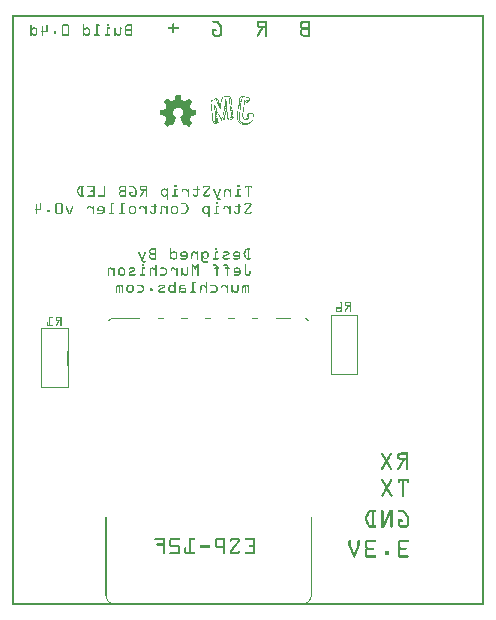
<source format=gbo>
G04 MADE WITH FRITZING*
G04 WWW.FRITZING.ORG*
G04 DOUBLE SIDED*
G04 HOLES PLATED*
G04 CONTOUR ON CENTER OF CONTOUR VECTOR*
%ASAXBY*%
%FSLAX23Y23*%
%MOIN*%
%OFA0B0*%
%SFA1.0B1.0*%
%ADD10R,0.001000X0.001000*%
%LNSILK0*%
G90*
G70*
G36*
X724Y1700D02*
X724Y1699D01*
X725Y1699D01*
X725Y1699D01*
X725Y1699D01*
X725Y1699D01*
X726Y1699D01*
X726Y1698D01*
X726Y1698D01*
X726Y1698D01*
X726Y1698D01*
X726Y1697D01*
X727Y1697D01*
X727Y1697D01*
X727Y1697D01*
X727Y1697D01*
X714Y1697D01*
X714Y1696D01*
X711Y1696D01*
X711Y1696D01*
X709Y1696D01*
X709Y1695D01*
X708Y1695D01*
X708Y1695D01*
X706Y1695D01*
X706Y1695D01*
X705Y1695D01*
X705Y1694D01*
X704Y1694D01*
X704Y1694D01*
X704Y1694D01*
X704Y1694D01*
X704Y1694D01*
X704Y1693D01*
X703Y1693D01*
X703Y1692D01*
X703Y1692D01*
X703Y1692D01*
X702Y1692D01*
X702Y1691D01*
X702Y1691D01*
X702Y1690D01*
X702Y1690D01*
X702Y1689D01*
X701Y1689D01*
X701Y1689D01*
X701Y1689D01*
X701Y1687D01*
X701Y1687D01*
X701Y1686D01*
X700Y1686D01*
X700Y1685D01*
X700Y1685D01*
X700Y1684D01*
X699Y1684D01*
X699Y1682D01*
X699Y1682D01*
X699Y1680D01*
X699Y1680D01*
X699Y1678D01*
X698Y1678D01*
X698Y1676D01*
X698Y1676D01*
X698Y1674D01*
X697Y1674D01*
X697Y1672D01*
X697Y1672D01*
X697Y1669D01*
X697Y1669D01*
X697Y1669D01*
X694Y1669D01*
X694Y1670D01*
X694Y1670D01*
X694Y1673D01*
X695Y1673D01*
X695Y1675D01*
X695Y1675D01*
X695Y1677D01*
X696Y1677D01*
X696Y1679D01*
X696Y1679D01*
X696Y1680D01*
X696Y1680D01*
X696Y1682D01*
X697Y1682D01*
X697Y1683D01*
X697Y1683D01*
X697Y1685D01*
X697Y1685D01*
X697Y1686D01*
X698Y1686D01*
X698Y1687D01*
X698Y1687D01*
X698Y1688D01*
X699Y1688D01*
X699Y1689D01*
X699Y1689D01*
X699Y1690D01*
X699Y1690D01*
X699Y1691D01*
X700Y1691D01*
X700Y1692D01*
X700Y1692D01*
X700Y1693D01*
X701Y1693D01*
X701Y1694D01*
X701Y1694D01*
X701Y1695D01*
X701Y1695D01*
X701Y1695D01*
X702Y1695D01*
X702Y1696D01*
X703Y1696D01*
X703Y1696D01*
X704Y1696D01*
X704Y1697D01*
X705Y1697D01*
X705Y1697D01*
X706Y1697D01*
X706Y1697D01*
X707Y1697D01*
X707Y1698D01*
X708Y1698D01*
X708Y1698D01*
X710Y1698D01*
X710Y1699D01*
X711Y1699D01*
X711Y1699D01*
X713Y1699D01*
X713Y1699D01*
X715Y1699D01*
X715Y1700D01*
X724Y1700D01*
G37*
D02*
G36*
X728Y1697D02*
X728Y1696D01*
X728Y1696D01*
X728Y1696D01*
X729Y1696D01*
X729Y1695D01*
X729Y1695D01*
X729Y1695D01*
X725Y1695D01*
X725Y1694D01*
X725Y1694D01*
X725Y1691D01*
X726Y1691D01*
X726Y1689D01*
X726Y1689D01*
X726Y1686D01*
X726Y1686D01*
X726Y1684D01*
X727Y1684D01*
X727Y1681D01*
X727Y1681D01*
X727Y1679D01*
X727Y1679D01*
X727Y1674D01*
X728Y1674D01*
X728Y1670D01*
X728Y1670D01*
X728Y1667D01*
X729Y1667D01*
X729Y1664D01*
X729Y1664D01*
X729Y1662D01*
X729Y1662D01*
X729Y1661D01*
X727Y1661D01*
X727Y1663D01*
X726Y1663D01*
X726Y1666D01*
X726Y1666D01*
X726Y1669D01*
X726Y1669D01*
X726Y1672D01*
X725Y1672D01*
X725Y1675D01*
X725Y1675D01*
X725Y1678D01*
X724Y1678D01*
X724Y1681D01*
X724Y1681D01*
X724Y1683D01*
X724Y1683D01*
X724Y1686D01*
X723Y1686D01*
X723Y1688D01*
X723Y1688D01*
X723Y1690D01*
X722Y1690D01*
X722Y1692D01*
X722Y1692D01*
X722Y1694D01*
X722Y1694D01*
X722Y1695D01*
X721Y1695D01*
X721Y1697D01*
X728Y1697D01*
G37*
D02*
G36*
X729Y1695D02*
X729Y1694D01*
X730Y1694D01*
X730Y1694D01*
X730Y1694D01*
X730Y1692D01*
X731Y1692D01*
X731Y1691D01*
X731Y1691D01*
X731Y1690D01*
X731Y1690D01*
X731Y1688D01*
X732Y1688D01*
X732Y1686D01*
X732Y1686D01*
X732Y1684D01*
X732Y1684D01*
X732Y1682D01*
X733Y1682D01*
X733Y1680D01*
X733Y1680D01*
X733Y1677D01*
X734Y1677D01*
X734Y1675D01*
X734Y1675D01*
X734Y1672D01*
X734Y1672D01*
X734Y1669D01*
X735Y1669D01*
X735Y1669D01*
X734Y1669D01*
X734Y1662D01*
X735Y1662D01*
X735Y1661D01*
X732Y1661D01*
X732Y1669D01*
X731Y1669D01*
X731Y1674D01*
X731Y1674D01*
X731Y1678D01*
X731Y1678D01*
X731Y1681D01*
X730Y1681D01*
X730Y1684D01*
X730Y1684D01*
X730Y1685D01*
X729Y1685D01*
X729Y1687D01*
X729Y1687D01*
X729Y1689D01*
X729Y1689D01*
X729Y1690D01*
X728Y1690D01*
X728Y1691D01*
X728Y1691D01*
X728Y1692D01*
X727Y1692D01*
X727Y1692D01*
X727Y1692D01*
X727Y1693D01*
X727Y1693D01*
X727Y1694D01*
X726Y1694D01*
X726Y1694D01*
X726Y1694D01*
X726Y1695D01*
X726Y1695D01*
X726Y1695D01*
X729Y1695D01*
G37*
D02*
G36*
X680Y1692D02*
X680Y1692D01*
X681Y1692D01*
X681Y1691D01*
X681Y1691D01*
X681Y1691D01*
X682Y1691D01*
X682Y1690D01*
X682Y1690D01*
X682Y1690D01*
X683Y1690D01*
X683Y1690D01*
X684Y1690D01*
X684Y1689D01*
X684Y1689D01*
X684Y1689D01*
X685Y1689D01*
X685Y1689D01*
X678Y1689D01*
X678Y1688D01*
X677Y1688D01*
X677Y1688D01*
X677Y1688D01*
X677Y1687D01*
X676Y1687D01*
X676Y1687D01*
X676Y1687D01*
X676Y1687D01*
X675Y1687D01*
X675Y1686D01*
X674Y1686D01*
X674Y1686D01*
X674Y1686D01*
X674Y1685D01*
X673Y1685D01*
X673Y1685D01*
X672Y1685D01*
X672Y1685D01*
X672Y1685D01*
X672Y1684D01*
X671Y1684D01*
X671Y1684D01*
X671Y1684D01*
X671Y1684D01*
X670Y1684D01*
X670Y1683D01*
X669Y1683D01*
X669Y1683D01*
X669Y1683D01*
X669Y1682D01*
X668Y1682D01*
X668Y1682D01*
X667Y1682D01*
X667Y1682D01*
X667Y1682D01*
X667Y1681D01*
X666Y1681D01*
X666Y1681D01*
X666Y1681D01*
X666Y1680D01*
X665Y1680D01*
X665Y1672D01*
X666Y1672D01*
X666Y1667D01*
X666Y1667D01*
X666Y1662D01*
X666Y1662D01*
X666Y1659D01*
X667Y1659D01*
X667Y1655D01*
X667Y1655D01*
X667Y1652D01*
X667Y1652D01*
X667Y1649D01*
X668Y1649D01*
X668Y1646D01*
X668Y1646D01*
X668Y1643D01*
X669Y1643D01*
X669Y1640D01*
X669Y1640D01*
X669Y1630D01*
X669Y1630D01*
X669Y1624D01*
X670Y1624D01*
X670Y1620D01*
X670Y1620D01*
X670Y1618D01*
X671Y1618D01*
X671Y1617D01*
X671Y1617D01*
X671Y1615D01*
X671Y1615D01*
X671Y1615D01*
X672Y1615D01*
X672Y1614D01*
X669Y1614D01*
X669Y1615D01*
X668Y1615D01*
X668Y1616D01*
X668Y1616D01*
X668Y1618D01*
X667Y1618D01*
X667Y1621D01*
X667Y1621D01*
X667Y1624D01*
X667Y1624D01*
X667Y1630D01*
X666Y1630D01*
X666Y1642D01*
X666Y1642D01*
X666Y1645D01*
X666Y1645D01*
X666Y1648D01*
X665Y1648D01*
X665Y1651D01*
X665Y1651D01*
X665Y1654D01*
X664Y1654D01*
X664Y1657D01*
X664Y1657D01*
X664Y1660D01*
X664Y1660D01*
X664Y1664D01*
X663Y1664D01*
X663Y1667D01*
X663Y1667D01*
X663Y1671D01*
X662Y1671D01*
X662Y1675D01*
X662Y1675D01*
X662Y1679D01*
X662Y1679D01*
X662Y1683D01*
X663Y1683D01*
X663Y1684D01*
X665Y1684D01*
X665Y1684D01*
X666Y1684D01*
X666Y1684D01*
X667Y1684D01*
X667Y1685D01*
X667Y1685D01*
X667Y1685D01*
X668Y1685D01*
X668Y1685D01*
X669Y1685D01*
X669Y1686D01*
X669Y1686D01*
X669Y1686D01*
X670Y1686D01*
X670Y1687D01*
X671Y1687D01*
X671Y1687D01*
X671Y1687D01*
X671Y1687D01*
X672Y1687D01*
X672Y1688D01*
X672Y1688D01*
X672Y1688D01*
X673Y1688D01*
X673Y1689D01*
X673Y1689D01*
X673Y1689D01*
X674Y1689D01*
X674Y1689D01*
X674Y1689D01*
X674Y1690D01*
X675Y1690D01*
X675Y1690D01*
X676Y1690D01*
X676Y1690D01*
X676Y1690D01*
X676Y1691D01*
X677Y1691D01*
X677Y1691D01*
X678Y1691D01*
X678Y1692D01*
X679Y1692D01*
X679Y1692D01*
X680Y1692D01*
G37*
D02*
G36*
X713Y1690D02*
X713Y1689D01*
X714Y1689D01*
X714Y1689D01*
X714Y1689D01*
X714Y1687D01*
X714Y1687D01*
X714Y1686D01*
X715Y1686D01*
X715Y1684D01*
X715Y1684D01*
X715Y1682D01*
X716Y1682D01*
X716Y1680D01*
X716Y1680D01*
X716Y1679D01*
X712Y1679D01*
X712Y1675D01*
X713Y1675D01*
X713Y1675D01*
X709Y1675D01*
X709Y1675D01*
X710Y1675D01*
X710Y1679D01*
X710Y1679D01*
X710Y1681D01*
X711Y1681D01*
X711Y1684D01*
X711Y1684D01*
X711Y1687D01*
X711Y1687D01*
X711Y1689D01*
X712Y1689D01*
X712Y1690D01*
X713Y1690D01*
G37*
D02*
G36*
X686Y1689D02*
X686Y1688D01*
X687Y1688D01*
X687Y1688D01*
X687Y1688D01*
X687Y1687D01*
X688Y1687D01*
X688Y1687D01*
X682Y1687D01*
X682Y1686D01*
X683Y1686D01*
X683Y1685D01*
X683Y1685D01*
X683Y1684D01*
X684Y1684D01*
X684Y1683D01*
X684Y1683D01*
X684Y1682D01*
X684Y1682D01*
X684Y1682D01*
X685Y1682D01*
X685Y1681D01*
X685Y1681D01*
X685Y1680D01*
X686Y1680D01*
X686Y1680D01*
X686Y1680D01*
X686Y1680D01*
X687Y1680D01*
X687Y1679D01*
X682Y1679D01*
X682Y1680D01*
X682Y1680D01*
X682Y1681D01*
X682Y1681D01*
X682Y1682D01*
X681Y1682D01*
X681Y1683D01*
X681Y1683D01*
X681Y1684D01*
X681Y1684D01*
X681Y1685D01*
X680Y1685D01*
X680Y1685D01*
X680Y1685D01*
X680Y1686D01*
X679Y1686D01*
X679Y1687D01*
X679Y1687D01*
X679Y1688D01*
X679Y1688D01*
X679Y1689D01*
X686Y1689D01*
G37*
D02*
G36*
X688Y1687D02*
X688Y1687D01*
X689Y1687D01*
X689Y1686D01*
X689Y1686D01*
X689Y1685D01*
X689Y1685D01*
X689Y1684D01*
X690Y1684D01*
X690Y1682D01*
X690Y1682D01*
X690Y1681D01*
X691Y1681D01*
X691Y1680D01*
X691Y1680D01*
X691Y1679D01*
X687Y1679D01*
X687Y1683D01*
X687Y1683D01*
X687Y1684D01*
X687Y1684D01*
X687Y1685D01*
X686Y1685D01*
X686Y1685D01*
X686Y1685D01*
X686Y1685D01*
X686Y1685D01*
X686Y1686D01*
X685Y1686D01*
X685Y1686D01*
X684Y1686D01*
X684Y1687D01*
X684Y1687D01*
X684Y1687D01*
X688Y1687D01*
G37*
D02*
G36*
X691Y1679D02*
X691Y1679D01*
X683Y1679D01*
X683Y1679D01*
X691Y1679D01*
G37*
D02*
G36*
X691Y1679D02*
X691Y1679D01*
X683Y1679D01*
X683Y1679D01*
X691Y1679D01*
G37*
D02*
G36*
X716Y1679D02*
X716Y1675D01*
X714Y1675D01*
X714Y1677D01*
X713Y1677D01*
X713Y1679D01*
X716Y1679D01*
G37*
D02*
G36*
X691Y1679D02*
X691Y1679D01*
X691Y1679D01*
X691Y1677D01*
X692Y1677D01*
X692Y1675D01*
X692Y1675D01*
X692Y1674D01*
X692Y1674D01*
X692Y1672D01*
X689Y1672D01*
X689Y1671D01*
X689Y1671D01*
X689Y1671D01*
X689Y1671D01*
X689Y1670D01*
X686Y1670D01*
X686Y1671D01*
X686Y1671D01*
X686Y1672D01*
X686Y1672D01*
X686Y1673D01*
X685Y1673D01*
X685Y1674D01*
X685Y1674D01*
X685Y1675D01*
X684Y1675D01*
X684Y1675D01*
X684Y1675D01*
X684Y1677D01*
X684Y1677D01*
X684Y1677D01*
X683Y1677D01*
X683Y1678D01*
X683Y1678D01*
X683Y1679D01*
X691Y1679D01*
G37*
D02*
G36*
X716Y1675D02*
X716Y1675D01*
X709Y1675D01*
X709Y1675D01*
X716Y1675D01*
G37*
D02*
G36*
X716Y1675D02*
X716Y1675D01*
X709Y1675D01*
X709Y1675D01*
X716Y1675D01*
G37*
D02*
G36*
X716Y1675D02*
X716Y1670D01*
X717Y1670D01*
X717Y1667D01*
X711Y1667D01*
X711Y1666D01*
X708Y1666D01*
X708Y1667D01*
X709Y1667D01*
X709Y1670D01*
X709Y1670D01*
X709Y1673D01*
X709Y1673D01*
X709Y1675D01*
X716Y1675D01*
G37*
D02*
G36*
X692Y1672D02*
X692Y1672D01*
X693Y1672D01*
X693Y1670D01*
X690Y1670D01*
X690Y1672D01*
X692Y1672D01*
G37*
D02*
G36*
X677Y1671D02*
X677Y1670D01*
X677Y1670D01*
X677Y1669D01*
X678Y1669D01*
X678Y1668D01*
X678Y1668D01*
X678Y1667D01*
X679Y1667D01*
X679Y1665D01*
X679Y1665D01*
X679Y1664D01*
X679Y1664D01*
X679Y1664D01*
X680Y1664D01*
X680Y1662D01*
X680Y1662D01*
X680Y1661D01*
X681Y1661D01*
X681Y1660D01*
X681Y1660D01*
X681Y1660D01*
X678Y1660D01*
X678Y1655D01*
X678Y1655D01*
X678Y1648D01*
X679Y1648D01*
X679Y1640D01*
X679Y1640D01*
X679Y1638D01*
X680Y1638D01*
X680Y1637D01*
X676Y1637D01*
X676Y1642D01*
X676Y1642D01*
X676Y1647D01*
X676Y1647D01*
X676Y1652D01*
X675Y1652D01*
X675Y1657D01*
X675Y1657D01*
X675Y1662D01*
X674Y1662D01*
X674Y1665D01*
X674Y1665D01*
X674Y1667D01*
X674Y1667D01*
X674Y1669D01*
X675Y1669D01*
X675Y1670D01*
X675Y1670D01*
X675Y1670D01*
X676Y1670D01*
X676Y1671D01*
X677Y1671D01*
G37*
D02*
G36*
X693Y1670D02*
X693Y1670D01*
X687Y1670D01*
X687Y1670D01*
X693Y1670D01*
G37*
D02*
G36*
X693Y1670D02*
X693Y1670D01*
X687Y1670D01*
X687Y1670D01*
X693Y1670D01*
G37*
D02*
G36*
X693Y1670D02*
X693Y1670D01*
X693Y1670D01*
X693Y1669D01*
X687Y1669D01*
X687Y1669D01*
X687Y1669D01*
X687Y1670D01*
X693Y1670D01*
G37*
D02*
G36*
X697Y1669D02*
X697Y1668D01*
X687Y1668D01*
X687Y1669D01*
X697Y1669D01*
G37*
D02*
G36*
X697Y1669D02*
X697Y1668D01*
X687Y1668D01*
X687Y1669D01*
X697Y1669D01*
G37*
D02*
G36*
X697Y1668D02*
X697Y1667D01*
X696Y1667D01*
X696Y1664D01*
X696Y1664D01*
X696Y1661D01*
X696Y1661D01*
X696Y1655D01*
X694Y1655D01*
X694Y1655D01*
X693Y1655D01*
X693Y1656D01*
X693Y1656D01*
X693Y1657D01*
X692Y1657D01*
X692Y1657D01*
X692Y1657D01*
X692Y1658D01*
X692Y1658D01*
X692Y1659D01*
X691Y1659D01*
X691Y1660D01*
X691Y1660D01*
X691Y1661D01*
X691Y1661D01*
X691Y1662D01*
X690Y1662D01*
X690Y1662D01*
X690Y1662D01*
X690Y1664D01*
X689Y1664D01*
X689Y1664D01*
X689Y1664D01*
X689Y1665D01*
X689Y1665D01*
X689Y1666D01*
X688Y1666D01*
X688Y1667D01*
X688Y1667D01*
X688Y1668D01*
X687Y1668D01*
X687Y1668D01*
X697Y1668D01*
G37*
D02*
G36*
X717Y1667D02*
X717Y1666D01*
X712Y1666D01*
X712Y1667D01*
X712Y1667D01*
X712Y1667D01*
X717Y1667D01*
G37*
D02*
G36*
X717Y1666D02*
X717Y1666D01*
X708Y1666D01*
X708Y1666D01*
X717Y1666D01*
G37*
D02*
G36*
X717Y1666D02*
X717Y1666D01*
X708Y1666D01*
X708Y1666D01*
X717Y1666D01*
G37*
D02*
G36*
X717Y1666D02*
X717Y1665D01*
X717Y1665D01*
X717Y1664D01*
X711Y1664D01*
X711Y1663D01*
X711Y1663D01*
X711Y1660D01*
X710Y1660D01*
X710Y1660D01*
X711Y1660D01*
X711Y1660D01*
X712Y1660D01*
X712Y1659D01*
X713Y1659D01*
X713Y1659D01*
X713Y1659D01*
X713Y1659D01*
X714Y1659D01*
X714Y1658D01*
X707Y1658D01*
X707Y1661D01*
X708Y1661D01*
X708Y1664D01*
X708Y1664D01*
X708Y1666D01*
X717Y1666D01*
G37*
D02*
G36*
X717Y1664D02*
X717Y1660D01*
X717Y1660D01*
X717Y1658D01*
X715Y1658D01*
X715Y1659D01*
X714Y1659D01*
X714Y1659D01*
X714Y1659D01*
X714Y1660D01*
X714Y1660D01*
X714Y1660D01*
X713Y1660D01*
X713Y1661D01*
X713Y1661D01*
X713Y1661D01*
X712Y1661D01*
X712Y1662D01*
X712Y1662D01*
X712Y1662D01*
X712Y1662D01*
X712Y1663D01*
X711Y1663D01*
X711Y1664D01*
X717Y1664D01*
G37*
D02*
G36*
X735Y1661D02*
X735Y1661D01*
X727Y1661D01*
X727Y1661D01*
X735Y1661D01*
G37*
D02*
G36*
X735Y1661D02*
X735Y1661D01*
X727Y1661D01*
X727Y1661D01*
X735Y1661D01*
G37*
D02*
G36*
X735Y1661D02*
X735Y1657D01*
X731Y1657D01*
X731Y1657D01*
X731Y1657D01*
X731Y1656D01*
X727Y1656D01*
X727Y1659D01*
X727Y1659D01*
X727Y1661D01*
X735Y1661D01*
G37*
D02*
G36*
X681Y1660D02*
X681Y1659D01*
X681Y1659D01*
X681Y1658D01*
X682Y1658D01*
X682Y1657D01*
X682Y1657D01*
X682Y1656D01*
X682Y1656D01*
X682Y1655D01*
X683Y1655D01*
X683Y1654D01*
X683Y1654D01*
X683Y1653D01*
X684Y1653D01*
X684Y1652D01*
X684Y1652D01*
X684Y1651D01*
X684Y1651D01*
X684Y1650D01*
X685Y1650D01*
X685Y1649D01*
X685Y1649D01*
X685Y1647D01*
X686Y1647D01*
X686Y1647D01*
X686Y1647D01*
X686Y1645D01*
X686Y1645D01*
X686Y1645D01*
X683Y1645D01*
X683Y1642D01*
X684Y1642D01*
X684Y1639D01*
X684Y1639D01*
X684Y1637D01*
X681Y1637D01*
X681Y1640D01*
X681Y1640D01*
X681Y1644D01*
X681Y1644D01*
X681Y1647D01*
X680Y1647D01*
X680Y1650D01*
X680Y1650D01*
X680Y1653D01*
X680Y1653D01*
X680Y1655D01*
X680Y1655D01*
X680Y1655D01*
X679Y1655D01*
X679Y1656D01*
X679Y1656D01*
X679Y1658D01*
X679Y1658D01*
X679Y1660D01*
X681Y1660D01*
G37*
D02*
G36*
X717Y1658D02*
X717Y1658D01*
X707Y1658D01*
X707Y1658D01*
X717Y1658D01*
G37*
D02*
G36*
X717Y1658D02*
X717Y1658D01*
X707Y1658D01*
X707Y1658D01*
X717Y1658D01*
G37*
D02*
G36*
X717Y1658D02*
X717Y1655D01*
X718Y1655D01*
X718Y1650D01*
X714Y1650D01*
X714Y1649D01*
X714Y1649D01*
X714Y1647D01*
X714Y1647D01*
X714Y1645D01*
X713Y1645D01*
X713Y1644D01*
X713Y1644D01*
X713Y1642D01*
X712Y1642D01*
X712Y1640D01*
X712Y1640D01*
X712Y1638D01*
X712Y1638D01*
X712Y1636D01*
X711Y1636D01*
X711Y1634D01*
X711Y1634D01*
X711Y1632D01*
X711Y1632D01*
X711Y1630D01*
X710Y1630D01*
X710Y1627D01*
X710Y1627D01*
X710Y1625D01*
X709Y1625D01*
X709Y1623D01*
X707Y1623D01*
X707Y1625D01*
X707Y1625D01*
X707Y1627D01*
X707Y1627D01*
X707Y1629D01*
X708Y1629D01*
X708Y1631D01*
X708Y1631D01*
X708Y1634D01*
X709Y1634D01*
X709Y1635D01*
X709Y1635D01*
X709Y1637D01*
X709Y1637D01*
X709Y1640D01*
X710Y1640D01*
X710Y1642D01*
X710Y1642D01*
X710Y1644D01*
X711Y1644D01*
X711Y1645D01*
X711Y1645D01*
X711Y1647D01*
X711Y1647D01*
X711Y1649D01*
X712Y1649D01*
X712Y1650D01*
X712Y1650D01*
X712Y1652D01*
X712Y1652D01*
X712Y1652D01*
X713Y1652D01*
X713Y1655D01*
X712Y1655D01*
X712Y1656D01*
X712Y1656D01*
X712Y1657D01*
X712Y1657D01*
X712Y1657D01*
X711Y1657D01*
X711Y1657D01*
X711Y1657D01*
X711Y1658D01*
X717Y1658D01*
G37*
D02*
G36*
X710Y1658D02*
X710Y1655D01*
X709Y1655D01*
X709Y1652D01*
X709Y1652D01*
X709Y1650D01*
X709Y1650D01*
X709Y1649D01*
X708Y1649D01*
X708Y1647D01*
X708Y1647D01*
X708Y1645D01*
X707Y1645D01*
X707Y1643D01*
X707Y1643D01*
X707Y1642D01*
X707Y1642D01*
X707Y1640D01*
X706Y1640D01*
X706Y1639D01*
X706Y1639D01*
X706Y1637D01*
X706Y1637D01*
X706Y1635D01*
X705Y1635D01*
X705Y1634D01*
X705Y1634D01*
X705Y1632D01*
X704Y1632D01*
X704Y1629D01*
X704Y1629D01*
X704Y1626D01*
X704Y1626D01*
X704Y1625D01*
X698Y1625D01*
X698Y1626D01*
X699Y1626D01*
X699Y1626D01*
X699Y1626D01*
X699Y1627D01*
X700Y1627D01*
X700Y1627D01*
X701Y1627D01*
X701Y1627D01*
X701Y1627D01*
X701Y1629D01*
X702Y1629D01*
X702Y1632D01*
X702Y1632D01*
X702Y1634D01*
X702Y1634D01*
X702Y1635D01*
X703Y1635D01*
X703Y1637D01*
X703Y1637D01*
X703Y1639D01*
X704Y1639D01*
X704Y1640D01*
X704Y1640D01*
X704Y1642D01*
X704Y1642D01*
X704Y1644D01*
X705Y1644D01*
X705Y1646D01*
X705Y1646D01*
X705Y1647D01*
X706Y1647D01*
X706Y1649D01*
X706Y1649D01*
X706Y1651D01*
X706Y1651D01*
X706Y1653D01*
X707Y1653D01*
X707Y1655D01*
X707Y1655D01*
X707Y1658D01*
X710Y1658D01*
G37*
D02*
G36*
X735Y1657D02*
X735Y1657D01*
X735Y1657D01*
X735Y1656D01*
X732Y1656D01*
X732Y1657D01*
X735Y1657D01*
G37*
D02*
G36*
X735Y1656D02*
X735Y1656D01*
X727Y1656D01*
X727Y1656D01*
X735Y1656D01*
G37*
D02*
G36*
X735Y1656D02*
X735Y1656D01*
X727Y1656D01*
X727Y1656D01*
X735Y1656D01*
G37*
D02*
G36*
X735Y1656D02*
X735Y1654D01*
X731Y1654D01*
X731Y1653D01*
X731Y1653D01*
X731Y1652D01*
X731Y1652D01*
X731Y1652D01*
X732Y1652D01*
X732Y1651D01*
X732Y1651D01*
X732Y1651D01*
X728Y1651D01*
X728Y1652D01*
X727Y1652D01*
X727Y1656D01*
X735Y1656D01*
G37*
D02*
G36*
X735Y1654D02*
X735Y1653D01*
X736Y1653D01*
X736Y1651D01*
X733Y1651D01*
X733Y1652D01*
X732Y1652D01*
X732Y1654D01*
X735Y1654D01*
G37*
D02*
G36*
X736Y1651D02*
X736Y1650D01*
X728Y1650D01*
X728Y1651D01*
X736Y1651D01*
G37*
D02*
G36*
X736Y1651D02*
X736Y1650D01*
X728Y1650D01*
X728Y1651D01*
X736Y1651D01*
G37*
D02*
G36*
X736Y1650D02*
X736Y1649D01*
X736Y1649D01*
X736Y1648D01*
X731Y1648D01*
X731Y1646D01*
X732Y1646D01*
X732Y1645D01*
X732Y1645D01*
X732Y1645D01*
X732Y1645D01*
X732Y1644D01*
X733Y1644D01*
X733Y1644D01*
X733Y1644D01*
X733Y1643D01*
X729Y1643D01*
X729Y1645D01*
X729Y1645D01*
X729Y1648D01*
X728Y1648D01*
X728Y1650D01*
X728Y1650D01*
X728Y1650D01*
X736Y1650D01*
G37*
D02*
G36*
X718Y1650D02*
X718Y1645D01*
X719Y1645D01*
X719Y1640D01*
X719Y1640D01*
X719Y1635D01*
X719Y1635D01*
X719Y1630D01*
X720Y1630D01*
X720Y1625D01*
X717Y1625D01*
X717Y1629D01*
X717Y1629D01*
X717Y1635D01*
X716Y1635D01*
X716Y1640D01*
X716Y1640D01*
X716Y1644D01*
X716Y1644D01*
X716Y1647D01*
X715Y1647D01*
X715Y1649D01*
X715Y1649D01*
X715Y1650D01*
X718Y1650D01*
G37*
D02*
G36*
X736Y1648D02*
X736Y1646D01*
X736Y1646D01*
X736Y1643D01*
X734Y1643D01*
X734Y1644D01*
X734Y1644D01*
X734Y1645D01*
X734Y1645D01*
X734Y1646D01*
X733Y1646D01*
X733Y1647D01*
X733Y1647D01*
X733Y1647D01*
X732Y1647D01*
X732Y1647D01*
X732Y1647D01*
X732Y1648D01*
X736Y1648D01*
G37*
D02*
G36*
X687Y1645D02*
X687Y1644D01*
X687Y1644D01*
X687Y1643D01*
X687Y1643D01*
X687Y1642D01*
X688Y1642D01*
X688Y1641D01*
X688Y1641D01*
X688Y1640D01*
X689Y1640D01*
X689Y1640D01*
X689Y1640D01*
X689Y1639D01*
X689Y1639D01*
X689Y1638D01*
X690Y1638D01*
X690Y1637D01*
X690Y1637D01*
X690Y1637D01*
X691Y1637D01*
X691Y1636D01*
X691Y1636D01*
X691Y1635D01*
X691Y1635D01*
X691Y1634D01*
X692Y1634D01*
X692Y1634D01*
X692Y1634D01*
X692Y1633D01*
X692Y1633D01*
X692Y1632D01*
X693Y1632D01*
X693Y1632D01*
X693Y1632D01*
X693Y1631D01*
X694Y1631D01*
X694Y1630D01*
X694Y1630D01*
X694Y1629D01*
X694Y1629D01*
X694Y1629D01*
X695Y1629D01*
X695Y1628D01*
X695Y1628D01*
X695Y1628D01*
X696Y1628D01*
X696Y1627D01*
X696Y1627D01*
X696Y1627D01*
X696Y1627D01*
X696Y1626D01*
X697Y1626D01*
X697Y1626D01*
X697Y1626D01*
X697Y1625D01*
X693Y1625D01*
X693Y1626D01*
X693Y1626D01*
X693Y1627D01*
X692Y1627D01*
X692Y1627D01*
X692Y1627D01*
X692Y1628D01*
X692Y1628D01*
X692Y1629D01*
X691Y1629D01*
X691Y1629D01*
X691Y1629D01*
X691Y1630D01*
X691Y1630D01*
X691Y1631D01*
X690Y1631D01*
X690Y1632D01*
X690Y1632D01*
X690Y1632D01*
X689Y1632D01*
X689Y1633D01*
X689Y1633D01*
X689Y1634D01*
X689Y1634D01*
X689Y1635D01*
X688Y1635D01*
X688Y1635D01*
X688Y1635D01*
X688Y1636D01*
X687Y1636D01*
X687Y1637D01*
X687Y1637D01*
X687Y1638D01*
X687Y1638D01*
X687Y1639D01*
X686Y1639D01*
X686Y1639D01*
X686Y1639D01*
X686Y1640D01*
X686Y1640D01*
X686Y1641D01*
X685Y1641D01*
X685Y1642D01*
X685Y1642D01*
X685Y1643D01*
X684Y1643D01*
X684Y1644D01*
X684Y1644D01*
X684Y1645D01*
X687Y1645D01*
G37*
D02*
G36*
X737Y1643D02*
X737Y1643D01*
X729Y1643D01*
X729Y1643D01*
X737Y1643D01*
G37*
D02*
G36*
X737Y1643D02*
X737Y1643D01*
X729Y1643D01*
X729Y1643D01*
X737Y1643D01*
G37*
D02*
G36*
X737Y1643D02*
X737Y1641D01*
X734Y1641D01*
X734Y1640D01*
X733Y1640D01*
X733Y1639D01*
X730Y1639D01*
X730Y1640D01*
X729Y1640D01*
X729Y1643D01*
X737Y1643D01*
G37*
D02*
G36*
X737Y1641D02*
X737Y1640D01*
X737Y1640D01*
X737Y1639D01*
X735Y1639D01*
X735Y1640D01*
X734Y1640D01*
X734Y1641D01*
X737Y1641D01*
G37*
D02*
G36*
X737Y1639D02*
X737Y1639D01*
X730Y1639D01*
X730Y1639D01*
X737Y1639D01*
G37*
D02*
G36*
X737Y1639D02*
X737Y1639D01*
X730Y1639D01*
X730Y1639D01*
X737Y1639D01*
G37*
D02*
G36*
X737Y1639D02*
X737Y1637D01*
X737Y1637D01*
X737Y1637D01*
X732Y1637D01*
X732Y1636D01*
X733Y1636D01*
X733Y1635D01*
X733Y1635D01*
X733Y1634D01*
X734Y1634D01*
X734Y1634D01*
X734Y1634D01*
X734Y1633D01*
X734Y1633D01*
X734Y1633D01*
X735Y1633D01*
X735Y1632D01*
X731Y1632D01*
X731Y1634D01*
X730Y1634D01*
X730Y1637D01*
X730Y1637D01*
X730Y1639D01*
X737Y1639D01*
G37*
D02*
G36*
X684Y1637D02*
X684Y1637D01*
X676Y1637D01*
X676Y1637D01*
X684Y1637D01*
G37*
D02*
G36*
X684Y1637D02*
X684Y1637D01*
X676Y1637D01*
X676Y1637D01*
X684Y1637D01*
G37*
D02*
G36*
X684Y1637D02*
X684Y1636D01*
X685Y1636D01*
X685Y1635D01*
X679Y1635D01*
X679Y1634D01*
X679Y1634D01*
X679Y1633D01*
X680Y1633D01*
X680Y1632D01*
X681Y1632D01*
X681Y1632D01*
X677Y1632D01*
X677Y1636D01*
X676Y1636D01*
X676Y1637D01*
X684Y1637D01*
G37*
D02*
G36*
X737Y1637D02*
X737Y1634D01*
X738Y1634D01*
X738Y1632D01*
X735Y1632D01*
X735Y1633D01*
X736Y1633D01*
X736Y1634D01*
X735Y1634D01*
X735Y1634D01*
X735Y1634D01*
X735Y1635D01*
X734Y1635D01*
X734Y1635D01*
X734Y1635D01*
X734Y1636D01*
X734Y1636D01*
X734Y1636D01*
X733Y1636D01*
X733Y1637D01*
X737Y1637D01*
G37*
D02*
G36*
X685Y1635D02*
X685Y1634D01*
X685Y1634D01*
X685Y1633D01*
X684Y1633D01*
X684Y1632D01*
X682Y1632D01*
X682Y1633D01*
X682Y1633D01*
X682Y1634D01*
X682Y1634D01*
X682Y1634D01*
X681Y1634D01*
X681Y1634D01*
X681Y1634D01*
X681Y1635D01*
X680Y1635D01*
X680Y1635D01*
X685Y1635D01*
G37*
D02*
G36*
X738Y1632D02*
X738Y1632D01*
X731Y1632D01*
X731Y1632D01*
X738Y1632D01*
G37*
D02*
G36*
X738Y1632D02*
X738Y1632D01*
X731Y1632D01*
X731Y1632D01*
X738Y1632D01*
G37*
D02*
G36*
X738Y1632D02*
X738Y1632D01*
X738Y1632D01*
X738Y1629D01*
X739Y1629D01*
X739Y1626D01*
X732Y1626D01*
X732Y1626D01*
X731Y1626D01*
X731Y1625D01*
X721Y1625D01*
X721Y1626D01*
X723Y1626D01*
X723Y1626D01*
X725Y1626D01*
X725Y1627D01*
X726Y1627D01*
X726Y1627D01*
X727Y1627D01*
X727Y1627D01*
X728Y1627D01*
X728Y1628D01*
X729Y1628D01*
X729Y1628D01*
X730Y1628D01*
X730Y1629D01*
X731Y1629D01*
X731Y1632D01*
X738Y1632D01*
G37*
D02*
G36*
X685Y1632D02*
X685Y1632D01*
X677Y1632D01*
X677Y1632D01*
X685Y1632D01*
G37*
D02*
G36*
X685Y1632D02*
X685Y1632D01*
X677Y1632D01*
X677Y1632D01*
X685Y1632D01*
G37*
D02*
G36*
X685Y1632D02*
X685Y1630D01*
X680Y1630D01*
X680Y1627D01*
X680Y1627D01*
X680Y1625D01*
X681Y1625D01*
X681Y1625D01*
X681Y1625D01*
X681Y1624D01*
X681Y1624D01*
X681Y1624D01*
X682Y1624D01*
X682Y1623D01*
X682Y1623D01*
X682Y1623D01*
X682Y1623D01*
X682Y1622D01*
X683Y1622D01*
X683Y1622D01*
X678Y1622D01*
X678Y1624D01*
X677Y1624D01*
X677Y1627D01*
X677Y1627D01*
X677Y1630D01*
X677Y1630D01*
X677Y1632D01*
X685Y1632D01*
G37*
D02*
G36*
X685Y1630D02*
X685Y1629D01*
X685Y1629D01*
X685Y1627D01*
X686Y1627D01*
X686Y1624D01*
X686Y1624D01*
X686Y1622D01*
X686Y1622D01*
X686Y1622D01*
X683Y1622D01*
X683Y1625D01*
X683Y1625D01*
X683Y1626D01*
X682Y1626D01*
X682Y1627D01*
X682Y1627D01*
X682Y1628D01*
X682Y1628D01*
X682Y1629D01*
X681Y1629D01*
X681Y1629D01*
X681Y1629D01*
X681Y1629D01*
X681Y1629D01*
X681Y1630D01*
X685Y1630D01*
G37*
D02*
G36*
X739Y1626D02*
X739Y1625D01*
X738Y1625D01*
X738Y1624D01*
X737Y1624D01*
X737Y1624D01*
X737Y1624D01*
X737Y1624D01*
X736Y1624D01*
X736Y1623D01*
X736Y1623D01*
X736Y1623D01*
X735Y1623D01*
X735Y1622D01*
X735Y1622D01*
X735Y1622D01*
X734Y1622D01*
X734Y1622D01*
X733Y1622D01*
X733Y1621D01*
X733Y1621D01*
X733Y1621D01*
X732Y1621D01*
X732Y1620D01*
X726Y1620D01*
X726Y1621D01*
X727Y1621D01*
X727Y1621D01*
X728Y1621D01*
X728Y1622D01*
X729Y1622D01*
X729Y1622D01*
X730Y1622D01*
X730Y1622D01*
X731Y1622D01*
X731Y1623D01*
X731Y1623D01*
X731Y1623D01*
X732Y1623D01*
X732Y1624D01*
X732Y1624D01*
X732Y1624D01*
X732Y1624D01*
X732Y1624D01*
X733Y1624D01*
X733Y1625D01*
X734Y1625D01*
X734Y1625D01*
X734Y1625D01*
X734Y1626D01*
X733Y1626D01*
X733Y1626D01*
X739Y1626D01*
G37*
D02*
G36*
X730Y1625D02*
X730Y1625D01*
X717Y1625D01*
X717Y1625D01*
X730Y1625D01*
G37*
D02*
G36*
X730Y1625D02*
X730Y1625D01*
X717Y1625D01*
X717Y1625D01*
X730Y1625D01*
G37*
D02*
G36*
X705Y1625D02*
X705Y1625D01*
X693Y1625D01*
X693Y1625D01*
X705Y1625D01*
G37*
D02*
G36*
X705Y1625D02*
X705Y1625D01*
X693Y1625D01*
X693Y1625D01*
X705Y1625D01*
G37*
D02*
G36*
X729Y1625D02*
X729Y1625D01*
X727Y1625D01*
X727Y1624D01*
X726Y1624D01*
X726Y1624D01*
X725Y1624D01*
X725Y1624D01*
X722Y1624D01*
X722Y1622D01*
X722Y1622D01*
X722Y1622D01*
X723Y1622D01*
X723Y1621D01*
X723Y1621D01*
X723Y1621D01*
X724Y1621D01*
X724Y1620D01*
X719Y1620D01*
X719Y1621D01*
X719Y1621D01*
X719Y1621D01*
X719Y1621D01*
X719Y1622D01*
X718Y1622D01*
X718Y1622D01*
X718Y1622D01*
X718Y1622D01*
X717Y1622D01*
X717Y1623D01*
X717Y1623D01*
X717Y1625D01*
X729Y1625D01*
G37*
D02*
G36*
X705Y1625D02*
X705Y1625D01*
X701Y1625D01*
X701Y1624D01*
X701Y1624D01*
X701Y1624D01*
X699Y1624D01*
X699Y1624D01*
X699Y1624D01*
X699Y1623D01*
X698Y1623D01*
X698Y1622D01*
X699Y1622D01*
X699Y1620D01*
X696Y1620D01*
X696Y1620D01*
X696Y1620D01*
X696Y1621D01*
X696Y1621D01*
X696Y1622D01*
X695Y1622D01*
X695Y1622D01*
X695Y1622D01*
X695Y1623D01*
X694Y1623D01*
X694Y1624D01*
X694Y1624D01*
X694Y1624D01*
X694Y1624D01*
X694Y1625D01*
X705Y1625D01*
G37*
D02*
G36*
X705Y1625D02*
X705Y1624D01*
X706Y1624D01*
X706Y1624D01*
X706Y1624D01*
X706Y1624D01*
X706Y1624D01*
X706Y1623D01*
X703Y1623D01*
X703Y1624D01*
X703Y1624D01*
X703Y1624D01*
X702Y1624D01*
X702Y1624D01*
X702Y1624D01*
X702Y1625D01*
X705Y1625D01*
G37*
D02*
G36*
X709Y1623D02*
X709Y1623D01*
X703Y1623D01*
X703Y1623D01*
X709Y1623D01*
G37*
D02*
G36*
X709Y1623D02*
X709Y1623D01*
X703Y1623D01*
X703Y1623D01*
X709Y1623D01*
G37*
D02*
G36*
X709Y1623D02*
X709Y1622D01*
X709Y1622D01*
X709Y1621D01*
X709Y1621D01*
X709Y1620D01*
X708Y1620D01*
X708Y1620D01*
X701Y1620D01*
X701Y1620D01*
X702Y1620D01*
X702Y1621D01*
X704Y1621D01*
X704Y1621D01*
X704Y1621D01*
X704Y1622D01*
X704Y1622D01*
X704Y1622D01*
X704Y1622D01*
X704Y1623D01*
X709Y1623D01*
G37*
D02*
G36*
X686Y1622D02*
X686Y1622D01*
X678Y1622D01*
X678Y1622D01*
X686Y1622D01*
G37*
D02*
G36*
X686Y1622D02*
X686Y1622D01*
X678Y1622D01*
X678Y1622D01*
X686Y1622D01*
G37*
D02*
G36*
X686Y1622D02*
X686Y1620D01*
X687Y1620D01*
X687Y1619D01*
X683Y1619D01*
X683Y1618D01*
X684Y1618D01*
X684Y1617D01*
X678Y1617D01*
X678Y1621D01*
X678Y1621D01*
X678Y1622D01*
X686Y1622D01*
G37*
D02*
G36*
X731Y1620D02*
X731Y1620D01*
X720Y1620D01*
X720Y1620D01*
X731Y1620D01*
G37*
D02*
G36*
X731Y1620D02*
X731Y1620D01*
X720Y1620D01*
X720Y1620D01*
X731Y1620D01*
G37*
D02*
G36*
X731Y1620D02*
X731Y1620D01*
X730Y1620D01*
X730Y1619D01*
X729Y1619D01*
X729Y1619D01*
X728Y1619D01*
X728Y1619D01*
X727Y1619D01*
X727Y1618D01*
X726Y1618D01*
X726Y1618D01*
X723Y1618D01*
X723Y1618D01*
X722Y1618D01*
X722Y1619D01*
X722Y1619D01*
X722Y1619D01*
X721Y1619D01*
X721Y1619D01*
X721Y1619D01*
X721Y1620D01*
X721Y1620D01*
X721Y1620D01*
X731Y1620D01*
G37*
D02*
G36*
X707Y1620D02*
X707Y1620D01*
X696Y1620D01*
X696Y1620D01*
X707Y1620D01*
G37*
D02*
G36*
X707Y1620D02*
X707Y1620D01*
X696Y1620D01*
X696Y1620D01*
X707Y1620D01*
G37*
D02*
G36*
X707Y1620D02*
X707Y1619D01*
X706Y1619D01*
X706Y1619D01*
X705Y1619D01*
X705Y1619D01*
X704Y1619D01*
X704Y1618D01*
X702Y1618D01*
X702Y1618D01*
X701Y1618D01*
X701Y1617D01*
X699Y1617D01*
X699Y1617D01*
X697Y1617D01*
X697Y1617D01*
X697Y1617D01*
X697Y1618D01*
X697Y1618D01*
X697Y1618D01*
X696Y1618D01*
X696Y1620D01*
X707Y1620D01*
G37*
D02*
G36*
X687Y1619D02*
X687Y1619D01*
X687Y1619D01*
X687Y1617D01*
X684Y1617D01*
X684Y1619D01*
X684Y1619D01*
X684Y1619D01*
X687Y1619D01*
G37*
D02*
G36*
X687Y1617D02*
X687Y1617D01*
X678Y1617D01*
X678Y1617D01*
X687Y1617D01*
G37*
D02*
G36*
X687Y1617D02*
X687Y1617D01*
X678Y1617D01*
X678Y1617D01*
X687Y1617D01*
G37*
D02*
G36*
X687Y1617D02*
X687Y1617D01*
X687Y1617D01*
X687Y1615D01*
X685Y1615D01*
X685Y1615D01*
X684Y1615D01*
X684Y1614D01*
X674Y1614D01*
X674Y1615D01*
X676Y1615D01*
X676Y1615D01*
X678Y1615D01*
X678Y1615D01*
X679Y1615D01*
X679Y1617D01*
X678Y1617D01*
X678Y1617D01*
X687Y1617D01*
G37*
D02*
G36*
X688Y1615D02*
X688Y1614D01*
X686Y1614D01*
X686Y1615D01*
X685Y1615D01*
X685Y1615D01*
X688Y1615D01*
G37*
D02*
G36*
X684Y1614D02*
X684Y1614D01*
X669Y1614D01*
X669Y1614D01*
X684Y1614D01*
G37*
D02*
G36*
X684Y1614D02*
X684Y1614D01*
X669Y1614D01*
X669Y1614D01*
X684Y1614D01*
G37*
D02*
G36*
X684Y1614D02*
X684Y1614D01*
X669Y1614D01*
X669Y1614D01*
X684Y1614D01*
G37*
D02*
G36*
X688Y1614D02*
X688Y1613D01*
X669Y1613D01*
X669Y1614D01*
X688Y1614D01*
G37*
D02*
G36*
X688Y1614D02*
X688Y1613D01*
X669Y1613D01*
X669Y1614D01*
X688Y1614D01*
G37*
D02*
G36*
X688Y1613D02*
X688Y1612D01*
X679Y1612D01*
X679Y1612D01*
X674Y1612D01*
X674Y1612D01*
X675Y1612D01*
X675Y1611D01*
X675Y1611D01*
X675Y1610D01*
X676Y1610D01*
X676Y1609D01*
X676Y1609D01*
X676Y1609D01*
X676Y1609D01*
X676Y1609D01*
X673Y1609D01*
X673Y1609D01*
X672Y1609D01*
X672Y1610D01*
X671Y1610D01*
X671Y1610D01*
X671Y1610D01*
X671Y1611D01*
X670Y1611D01*
X670Y1611D01*
X670Y1611D01*
X670Y1612D01*
X669Y1612D01*
X669Y1613D01*
X669Y1613D01*
X669Y1613D01*
X688Y1613D01*
G37*
D02*
G36*
X688Y1612D02*
X688Y1612D01*
X689Y1612D01*
X689Y1610D01*
X680Y1610D01*
X680Y1611D01*
X680Y1611D01*
X680Y1612D01*
X679Y1612D01*
X679Y1612D01*
X688Y1612D01*
G37*
D02*
G36*
X679Y1612D02*
X679Y1612D01*
X679Y1612D01*
X679Y1611D01*
X679Y1611D01*
X679Y1610D01*
X680Y1610D01*
X680Y1610D01*
X677Y1610D01*
X677Y1610D01*
X676Y1610D01*
X676Y1611D01*
X676Y1611D01*
X676Y1612D01*
X679Y1612D01*
G37*
D02*
G36*
X688Y1610D02*
X688Y1610D01*
X677Y1610D01*
X677Y1610D01*
X688Y1610D01*
G37*
D02*
G36*
X688Y1610D02*
X688Y1610D01*
X677Y1610D01*
X677Y1610D01*
X688Y1610D01*
G37*
D02*
G36*
X687Y1610D02*
X687Y1609D01*
X687Y1609D01*
X687Y1609D01*
X686Y1609D01*
X686Y1609D01*
X677Y1609D01*
X677Y1610D01*
X687Y1610D01*
G37*
D02*
G36*
X685Y1609D02*
X685Y1608D01*
X673Y1608D01*
X673Y1609D01*
X685Y1609D01*
G37*
D02*
G36*
X685Y1609D02*
X685Y1608D01*
X673Y1608D01*
X673Y1609D01*
X685Y1609D01*
G37*
D02*
G36*
X684Y1608D02*
X684Y1608D01*
X683Y1608D01*
X683Y1607D01*
X682Y1607D01*
X682Y1607D01*
X681Y1607D01*
X681Y1607D01*
X679Y1607D01*
X679Y1606D01*
X676Y1606D01*
X676Y1606D01*
X676Y1606D01*
X676Y1606D01*
X675Y1606D01*
X675Y1607D01*
X674Y1607D01*
X674Y1607D01*
X674Y1607D01*
X674Y1608D01*
X674Y1608D01*
X674Y1608D01*
X684Y1608D01*
G37*
D02*
G36*
X767Y1701D02*
X767Y1700D01*
X768Y1700D01*
X768Y1700D01*
X769Y1700D01*
X769Y1699D01*
X771Y1699D01*
X771Y1699D01*
X772Y1699D01*
X772Y1699D01*
X774Y1699D01*
X774Y1698D01*
X775Y1698D01*
X775Y1698D01*
X777Y1698D01*
X777Y1697D01*
X778Y1697D01*
X778Y1697D01*
X779Y1697D01*
X779Y1697D01*
X769Y1697D01*
X769Y1696D01*
X766Y1696D01*
X766Y1696D01*
X765Y1696D01*
X765Y1695D01*
X765Y1695D01*
X765Y1695D01*
X764Y1695D01*
X764Y1695D01*
X764Y1695D01*
X764Y1694D01*
X764Y1694D01*
X764Y1694D01*
X763Y1694D01*
X763Y1694D01*
X763Y1694D01*
X763Y1693D01*
X762Y1693D01*
X762Y1693D01*
X762Y1693D01*
X762Y1692D01*
X762Y1692D01*
X762Y1692D01*
X761Y1692D01*
X761Y1691D01*
X761Y1691D01*
X761Y1691D01*
X761Y1691D01*
X761Y1690D01*
X760Y1690D01*
X760Y1690D01*
X760Y1690D01*
X760Y1680D01*
X757Y1680D01*
X757Y1682D01*
X757Y1682D01*
X757Y1687D01*
X757Y1687D01*
X757Y1690D01*
X758Y1690D01*
X758Y1691D01*
X758Y1691D01*
X758Y1692D01*
X759Y1692D01*
X759Y1692D01*
X759Y1692D01*
X759Y1693D01*
X759Y1693D01*
X759Y1694D01*
X760Y1694D01*
X760Y1694D01*
X760Y1694D01*
X760Y1695D01*
X761Y1695D01*
X761Y1695D01*
X761Y1695D01*
X761Y1695D01*
X761Y1695D01*
X761Y1696D01*
X762Y1696D01*
X762Y1696D01*
X762Y1696D01*
X762Y1697D01*
X762Y1697D01*
X762Y1697D01*
X763Y1697D01*
X763Y1697D01*
X763Y1697D01*
X763Y1698D01*
X764Y1698D01*
X764Y1698D01*
X764Y1698D01*
X764Y1699D01*
X764Y1699D01*
X764Y1699D01*
X765Y1699D01*
X765Y1699D01*
X765Y1699D01*
X765Y1700D01*
X766Y1700D01*
X766Y1700D01*
X766Y1700D01*
X766Y1700D01*
X766Y1700D01*
X766Y1701D01*
X767Y1701D01*
G37*
D02*
G36*
X780Y1697D02*
X780Y1696D01*
X782Y1696D01*
X782Y1696D01*
X783Y1696D01*
X783Y1695D01*
X784Y1695D01*
X784Y1695D01*
X785Y1695D01*
X785Y1695D01*
X787Y1695D01*
X787Y1694D01*
X788Y1694D01*
X788Y1694D01*
X789Y1694D01*
X789Y1694D01*
X790Y1694D01*
X790Y1693D01*
X791Y1693D01*
X791Y1693D01*
X792Y1693D01*
X792Y1692D01*
X792Y1692D01*
X792Y1692D01*
X793Y1692D01*
X793Y1692D01*
X794Y1692D01*
X794Y1691D01*
X793Y1691D01*
X793Y1690D01*
X793Y1690D01*
X793Y1689D01*
X792Y1689D01*
X792Y1688D01*
X793Y1688D01*
X793Y1684D01*
X793Y1684D01*
X793Y1684D01*
X790Y1684D01*
X790Y1684D01*
X790Y1684D01*
X790Y1688D01*
X790Y1688D01*
X790Y1689D01*
X790Y1689D01*
X790Y1690D01*
X790Y1690D01*
X790Y1691D01*
X790Y1691D01*
X790Y1691D01*
X788Y1691D01*
X788Y1692D01*
X787Y1692D01*
X787Y1692D01*
X785Y1692D01*
X785Y1692D01*
X784Y1692D01*
X784Y1693D01*
X783Y1693D01*
X783Y1693D01*
X781Y1693D01*
X781Y1694D01*
X780Y1694D01*
X780Y1694D01*
X779Y1694D01*
X779Y1694D01*
X777Y1694D01*
X777Y1695D01*
X776Y1695D01*
X776Y1695D01*
X774Y1695D01*
X774Y1695D01*
X773Y1695D01*
X773Y1696D01*
X772Y1696D01*
X772Y1696D01*
X770Y1696D01*
X770Y1697D01*
X780Y1697D01*
G37*
D02*
G36*
X769Y1696D02*
X769Y1696D01*
X769Y1696D01*
X769Y1694D01*
X769Y1694D01*
X769Y1692D01*
X768Y1692D01*
X768Y1690D01*
X768Y1690D01*
X768Y1689D01*
X767Y1689D01*
X767Y1687D01*
X767Y1687D01*
X767Y1687D01*
X767Y1687D01*
X767Y1685D01*
X766Y1685D01*
X766Y1683D01*
X766Y1683D01*
X766Y1681D01*
X766Y1681D01*
X766Y1680D01*
X760Y1680D01*
X760Y1680D01*
X761Y1680D01*
X761Y1681D01*
X762Y1681D01*
X762Y1681D01*
X762Y1681D01*
X762Y1682D01*
X763Y1682D01*
X763Y1682D01*
X763Y1682D01*
X763Y1683D01*
X764Y1683D01*
X764Y1684D01*
X764Y1684D01*
X764Y1685D01*
X764Y1685D01*
X764Y1686D01*
X765Y1686D01*
X765Y1688D01*
X765Y1688D01*
X765Y1690D01*
X766Y1690D01*
X766Y1692D01*
X766Y1692D01*
X766Y1696D01*
X769Y1696D01*
G37*
D02*
G36*
X780Y1687D02*
X780Y1686D01*
X782Y1686D01*
X782Y1686D01*
X783Y1686D01*
X783Y1685D01*
X784Y1685D01*
X784Y1685D01*
X786Y1685D01*
X786Y1685D01*
X787Y1685D01*
X787Y1684D01*
X788Y1684D01*
X788Y1684D01*
X777Y1684D01*
X777Y1682D01*
X775Y1682D01*
X775Y1682D01*
X775Y1682D01*
X775Y1684D01*
X775Y1684D01*
X775Y1685D01*
X776Y1685D01*
X776Y1687D01*
X780Y1687D01*
G37*
D02*
G36*
X789Y1684D02*
X789Y1684D01*
X780Y1684D01*
X780Y1684D01*
X789Y1684D01*
G37*
D02*
G36*
X793Y1684D02*
X793Y1683D01*
X780Y1683D01*
X780Y1684D01*
X793Y1684D01*
G37*
D02*
G36*
X793Y1684D02*
X793Y1683D01*
X780Y1683D01*
X780Y1684D01*
X793Y1684D01*
G37*
D02*
G36*
X793Y1683D02*
X793Y1683D01*
X783Y1683D01*
X783Y1682D01*
X782Y1682D01*
X782Y1682D01*
X782Y1682D01*
X782Y1682D01*
X778Y1682D01*
X778Y1682D01*
X779Y1682D01*
X779Y1682D01*
X779Y1682D01*
X779Y1683D01*
X793Y1683D01*
G37*
D02*
G36*
X793Y1683D02*
X793Y1682D01*
X792Y1682D01*
X792Y1682D01*
X792Y1682D01*
X792Y1681D01*
X792Y1681D01*
X792Y1681D01*
X791Y1681D01*
X791Y1680D01*
X791Y1680D01*
X791Y1680D01*
X790Y1680D01*
X790Y1680D01*
X790Y1680D01*
X790Y1679D01*
X790Y1679D01*
X790Y1679D01*
X786Y1679D01*
X786Y1680D01*
X783Y1680D01*
X783Y1681D01*
X783Y1681D01*
X783Y1682D01*
X784Y1682D01*
X784Y1682D01*
X784Y1682D01*
X784Y1683D01*
X793Y1683D01*
G37*
D02*
G36*
X781Y1682D02*
X781Y1681D01*
X775Y1681D01*
X775Y1682D01*
X781Y1682D01*
G37*
D02*
G36*
X781Y1682D02*
X781Y1681D01*
X775Y1681D01*
X775Y1682D01*
X781Y1682D01*
G37*
D02*
G36*
X781Y1681D02*
X781Y1680D01*
X774Y1680D01*
X774Y1680D01*
X775Y1680D01*
X775Y1681D01*
X781Y1681D01*
G37*
D02*
G36*
X785Y1680D02*
X785Y1680D01*
X774Y1680D01*
X774Y1680D01*
X785Y1680D01*
G37*
D02*
G36*
X785Y1680D02*
X785Y1680D01*
X774Y1680D01*
X774Y1680D01*
X785Y1680D01*
G37*
D02*
G36*
X766Y1680D02*
X766Y1680D01*
X757Y1680D01*
X757Y1680D01*
X766Y1680D01*
G37*
D02*
G36*
X766Y1680D02*
X766Y1680D01*
X757Y1680D01*
X757Y1680D01*
X766Y1680D01*
G37*
D02*
G36*
X785Y1680D02*
X785Y1679D01*
X774Y1679D01*
X774Y1680D01*
X785Y1680D01*
G37*
D02*
G36*
X766Y1680D02*
X766Y1679D01*
X765Y1679D01*
X765Y1678D01*
X762Y1678D01*
X762Y1678D01*
X761Y1678D01*
X761Y1677D01*
X761Y1677D01*
X761Y1677D01*
X760Y1677D01*
X760Y1677D01*
X759Y1677D01*
X759Y1676D01*
X759Y1676D01*
X759Y1675D01*
X756Y1675D01*
X756Y1678D01*
X757Y1678D01*
X757Y1680D01*
X766Y1680D01*
G37*
D02*
G36*
X789Y1679D02*
X789Y1679D01*
X774Y1679D01*
X774Y1679D01*
X789Y1679D01*
G37*
D02*
G36*
X789Y1679D02*
X789Y1679D01*
X774Y1679D01*
X774Y1679D01*
X789Y1679D01*
G37*
D02*
G36*
X789Y1679D02*
X789Y1678D01*
X777Y1678D01*
X777Y1677D01*
X777Y1677D01*
X777Y1675D01*
X776Y1675D01*
X776Y1673D01*
X776Y1673D01*
X776Y1670D01*
X775Y1670D01*
X775Y1668D01*
X775Y1668D01*
X775Y1666D01*
X775Y1666D01*
X775Y1664D01*
X774Y1664D01*
X774Y1662D01*
X774Y1662D01*
X774Y1659D01*
X774Y1659D01*
X774Y1657D01*
X773Y1657D01*
X773Y1655D01*
X773Y1655D01*
X773Y1652D01*
X772Y1652D01*
X772Y1650D01*
X772Y1650D01*
X772Y1647D01*
X772Y1647D01*
X772Y1645D01*
X771Y1645D01*
X771Y1642D01*
X771Y1642D01*
X771Y1640D01*
X770Y1640D01*
X770Y1636D01*
X770Y1636D01*
X770Y1631D01*
X770Y1631D01*
X770Y1630D01*
X771Y1630D01*
X771Y1629D01*
X771Y1629D01*
X771Y1628D01*
X772Y1628D01*
X772Y1627D01*
X772Y1627D01*
X772Y1626D01*
X772Y1626D01*
X772Y1625D01*
X773Y1625D01*
X773Y1625D01*
X773Y1625D01*
X773Y1624D01*
X774Y1624D01*
X774Y1624D01*
X774Y1624D01*
X774Y1624D01*
X774Y1624D01*
X774Y1623D01*
X775Y1623D01*
X775Y1623D01*
X775Y1623D01*
X775Y1622D01*
X776Y1622D01*
X776Y1622D01*
X777Y1622D01*
X777Y1622D01*
X773Y1622D01*
X773Y1622D01*
X772Y1622D01*
X772Y1622D01*
X772Y1622D01*
X772Y1623D01*
X771Y1623D01*
X771Y1623D01*
X771Y1623D01*
X771Y1624D01*
X770Y1624D01*
X770Y1624D01*
X770Y1624D01*
X770Y1625D01*
X770Y1625D01*
X770Y1625D01*
X769Y1625D01*
X769Y1626D01*
X769Y1626D01*
X769Y1627D01*
X769Y1627D01*
X769Y1628D01*
X768Y1628D01*
X768Y1629D01*
X768Y1629D01*
X768Y1632D01*
X767Y1632D01*
X767Y1637D01*
X768Y1637D01*
X768Y1640D01*
X768Y1640D01*
X768Y1642D01*
X769Y1642D01*
X769Y1645D01*
X769Y1645D01*
X769Y1647D01*
X769Y1647D01*
X769Y1650D01*
X770Y1650D01*
X770Y1652D01*
X770Y1652D01*
X770Y1655D01*
X770Y1655D01*
X770Y1657D01*
X771Y1657D01*
X771Y1659D01*
X771Y1659D01*
X771Y1662D01*
X772Y1662D01*
X772Y1664D01*
X772Y1664D01*
X772Y1666D01*
X772Y1666D01*
X772Y1668D01*
X773Y1668D01*
X773Y1671D01*
X773Y1671D01*
X773Y1674D01*
X774Y1674D01*
X774Y1676D01*
X774Y1676D01*
X774Y1678D01*
X774Y1678D01*
X774Y1679D01*
X789Y1679D01*
G37*
D02*
G36*
X788Y1678D02*
X788Y1678D01*
X788Y1678D01*
X788Y1677D01*
X787Y1677D01*
X787Y1677D01*
X787Y1677D01*
X787Y1677D01*
X785Y1677D01*
X785Y1677D01*
X782Y1677D01*
X782Y1677D01*
X780Y1677D01*
X780Y1678D01*
X778Y1678D01*
X778Y1678D01*
X788Y1678D01*
G37*
D02*
G36*
X765Y1678D02*
X765Y1677D01*
X765Y1677D01*
X765Y1675D01*
X760Y1675D01*
X760Y1676D01*
X761Y1676D01*
X761Y1676D01*
X762Y1676D01*
X762Y1677D01*
X762Y1677D01*
X762Y1678D01*
X765Y1678D01*
G37*
D02*
G36*
X765Y1675D02*
X765Y1675D01*
X756Y1675D01*
X756Y1675D01*
X765Y1675D01*
G37*
D02*
G36*
X765Y1675D02*
X765Y1675D01*
X756Y1675D01*
X756Y1675D01*
X765Y1675D01*
G37*
D02*
G36*
X764Y1675D02*
X764Y1673D01*
X760Y1673D01*
X760Y1673D01*
X760Y1673D01*
X760Y1672D01*
X759Y1672D01*
X759Y1672D01*
X759Y1672D01*
X759Y1671D01*
X756Y1671D01*
X756Y1672D01*
X756Y1672D01*
X756Y1674D01*
X756Y1674D01*
X756Y1675D01*
X764Y1675D01*
G37*
D02*
G36*
X764Y1673D02*
X764Y1672D01*
X764Y1672D01*
X764Y1671D01*
X760Y1671D01*
X760Y1672D01*
X761Y1672D01*
X761Y1672D01*
X761Y1672D01*
X761Y1672D01*
X761Y1672D01*
X761Y1673D01*
X764Y1673D01*
G37*
D02*
G36*
X764Y1671D02*
X764Y1671D01*
X756Y1671D01*
X756Y1671D01*
X764Y1671D01*
G37*
D02*
G36*
X764Y1671D02*
X764Y1671D01*
X756Y1671D01*
X756Y1671D01*
X764Y1671D01*
G37*
D02*
G36*
X764Y1671D02*
X764Y1670D01*
X764Y1670D01*
X764Y1669D01*
X760Y1669D01*
X760Y1669D01*
X760Y1669D01*
X760Y1668D01*
X759Y1668D01*
X759Y1668D01*
X759Y1668D01*
X759Y1667D01*
X758Y1667D01*
X758Y1666D01*
X758Y1666D01*
X758Y1665D01*
X757Y1665D01*
X757Y1664D01*
X757Y1664D01*
X757Y1662D01*
X757Y1662D01*
X757Y1661D01*
X756Y1661D01*
X756Y1659D01*
X756Y1659D01*
X756Y1658D01*
X756Y1658D01*
X756Y1657D01*
X755Y1657D01*
X755Y1655D01*
X755Y1655D01*
X755Y1653D01*
X754Y1653D01*
X754Y1651D01*
X754Y1651D01*
X754Y1649D01*
X754Y1649D01*
X754Y1646D01*
X753Y1646D01*
X753Y1643D01*
X753Y1643D01*
X753Y1639D01*
X752Y1639D01*
X752Y1624D01*
X753Y1624D01*
X753Y1622D01*
X753Y1622D01*
X753Y1621D01*
X754Y1621D01*
X754Y1620D01*
X754Y1620D01*
X754Y1619D01*
X754Y1619D01*
X754Y1619D01*
X755Y1619D01*
X755Y1618D01*
X755Y1618D01*
X755Y1617D01*
X756Y1617D01*
X756Y1616D01*
X756Y1616D01*
X756Y1615D01*
X756Y1615D01*
X756Y1615D01*
X757Y1615D01*
X757Y1614D01*
X757Y1614D01*
X757Y1614D01*
X757Y1614D01*
X757Y1613D01*
X758Y1613D01*
X758Y1613D01*
X758Y1613D01*
X758Y1612D01*
X759Y1612D01*
X759Y1612D01*
X759Y1612D01*
X759Y1612D01*
X760Y1612D01*
X760Y1611D01*
X760Y1611D01*
X760Y1611D01*
X761Y1611D01*
X761Y1610D01*
X757Y1610D01*
X757Y1611D01*
X757Y1611D01*
X757Y1611D01*
X756Y1611D01*
X756Y1612D01*
X756Y1612D01*
X756Y1612D01*
X756Y1612D01*
X756Y1612D01*
X755Y1612D01*
X755Y1613D01*
X755Y1613D01*
X755Y1614D01*
X754Y1614D01*
X754Y1614D01*
X754Y1614D01*
X754Y1614D01*
X754Y1614D01*
X754Y1615D01*
X753Y1615D01*
X753Y1615D01*
X753Y1615D01*
X753Y1616D01*
X752Y1616D01*
X752Y1617D01*
X752Y1617D01*
X752Y1617D01*
X752Y1617D01*
X752Y1618D01*
X751Y1618D01*
X751Y1619D01*
X751Y1619D01*
X751Y1620D01*
X751Y1620D01*
X751Y1621D01*
X750Y1621D01*
X750Y1622D01*
X750Y1622D01*
X750Y1625D01*
X749Y1625D01*
X749Y1632D01*
X750Y1632D01*
X750Y1639D01*
X750Y1639D01*
X750Y1642D01*
X751Y1642D01*
X751Y1645D01*
X751Y1645D01*
X751Y1647D01*
X751Y1647D01*
X751Y1650D01*
X752Y1650D01*
X752Y1652D01*
X752Y1652D01*
X752Y1654D01*
X752Y1654D01*
X752Y1656D01*
X753Y1656D01*
X753Y1658D01*
X753Y1658D01*
X753Y1660D01*
X754Y1660D01*
X754Y1662D01*
X754Y1662D01*
X754Y1664D01*
X754Y1664D01*
X754Y1666D01*
X755Y1666D01*
X755Y1667D01*
X755Y1667D01*
X755Y1669D01*
X756Y1669D01*
X756Y1671D01*
X764Y1671D01*
G37*
D02*
G36*
X764Y1669D02*
X764Y1667D01*
X763Y1667D01*
X763Y1665D01*
X763Y1665D01*
X763Y1662D01*
X762Y1662D01*
X762Y1659D01*
X762Y1659D01*
X762Y1655D01*
X762Y1655D01*
X762Y1652D01*
X761Y1652D01*
X761Y1648D01*
X761Y1648D01*
X761Y1644D01*
X761Y1644D01*
X761Y1640D01*
X760Y1640D01*
X760Y1635D01*
X760Y1635D01*
X760Y1631D01*
X759Y1631D01*
X759Y1625D01*
X759Y1625D01*
X759Y1622D01*
X759Y1622D01*
X759Y1620D01*
X760Y1620D01*
X760Y1619D01*
X760Y1619D01*
X760Y1618D01*
X761Y1618D01*
X761Y1617D01*
X761Y1617D01*
X761Y1616D01*
X761Y1616D01*
X761Y1615D01*
X762Y1615D01*
X762Y1615D01*
X762Y1615D01*
X762Y1614D01*
X762Y1614D01*
X762Y1614D01*
X763Y1614D01*
X763Y1614D01*
X763Y1614D01*
X763Y1613D01*
X764Y1613D01*
X764Y1613D01*
X765Y1613D01*
X765Y1612D01*
X766Y1612D01*
X766Y1612D01*
X766Y1612D01*
X766Y1612D01*
X767Y1612D01*
X767Y1611D01*
X769Y1611D01*
X769Y1611D01*
X770Y1611D01*
X770Y1610D01*
X762Y1610D01*
X762Y1611D01*
X762Y1611D01*
X762Y1612D01*
X762Y1612D01*
X762Y1612D01*
X761Y1612D01*
X761Y1612D01*
X761Y1612D01*
X761Y1613D01*
X761Y1613D01*
X761Y1613D01*
X760Y1613D01*
X760Y1614D01*
X760Y1614D01*
X760Y1614D01*
X759Y1614D01*
X759Y1615D01*
X759Y1615D01*
X759Y1615D01*
X759Y1615D01*
X759Y1616D01*
X758Y1616D01*
X758Y1617D01*
X758Y1617D01*
X758Y1617D01*
X757Y1617D01*
X757Y1618D01*
X757Y1618D01*
X757Y1620D01*
X757Y1620D01*
X757Y1625D01*
X757Y1625D01*
X757Y1632D01*
X757Y1632D01*
X757Y1637D01*
X758Y1637D01*
X758Y1642D01*
X758Y1642D01*
X758Y1647D01*
X759Y1647D01*
X759Y1651D01*
X759Y1651D01*
X759Y1655D01*
X759Y1655D01*
X759Y1659D01*
X760Y1659D01*
X760Y1662D01*
X760Y1662D01*
X760Y1665D01*
X761Y1665D01*
X761Y1668D01*
X761Y1668D01*
X761Y1669D01*
X764Y1669D01*
G37*
D02*
G36*
X804Y1641D02*
X804Y1641D01*
X804Y1641D01*
X804Y1640D01*
X805Y1640D01*
X805Y1640D01*
X805Y1640D01*
X805Y1639D01*
X806Y1639D01*
X806Y1638D01*
X790Y1638D01*
X790Y1637D01*
X790Y1637D01*
X790Y1635D01*
X791Y1635D01*
X791Y1634D01*
X787Y1634D01*
X787Y1632D01*
X784Y1632D01*
X784Y1631D01*
X782Y1631D01*
X782Y1634D01*
X782Y1634D01*
X782Y1635D01*
X782Y1635D01*
X782Y1635D01*
X783Y1635D01*
X783Y1635D01*
X783Y1635D01*
X783Y1636D01*
X784Y1636D01*
X784Y1636D01*
X784Y1636D01*
X784Y1637D01*
X784Y1637D01*
X784Y1637D01*
X785Y1637D01*
X785Y1637D01*
X785Y1637D01*
X785Y1638D01*
X785Y1638D01*
X785Y1638D01*
X786Y1638D01*
X786Y1639D01*
X786Y1639D01*
X786Y1639D01*
X787Y1639D01*
X787Y1639D01*
X787Y1639D01*
X787Y1640D01*
X787Y1640D01*
X787Y1640D01*
X788Y1640D01*
X788Y1640D01*
X788Y1640D01*
X788Y1641D01*
X789Y1641D01*
X789Y1641D01*
X804Y1641D01*
G37*
D02*
G36*
X806Y1638D02*
X806Y1629D01*
X805Y1629D01*
X805Y1625D01*
X805Y1625D01*
X805Y1622D01*
X805Y1622D01*
X805Y1621D01*
X804Y1621D01*
X804Y1620D01*
X804Y1620D01*
X804Y1619D01*
X804Y1619D01*
X804Y1618D01*
X803Y1618D01*
X803Y1617D01*
X803Y1617D01*
X803Y1616D01*
X802Y1616D01*
X802Y1615D01*
X802Y1615D01*
X802Y1615D01*
X802Y1615D01*
X802Y1614D01*
X801Y1614D01*
X801Y1614D01*
X801Y1614D01*
X801Y1613D01*
X800Y1613D01*
X800Y1613D01*
X800Y1613D01*
X800Y1612D01*
X800Y1612D01*
X800Y1612D01*
X799Y1612D01*
X799Y1611D01*
X799Y1611D01*
X799Y1611D01*
X798Y1611D01*
X798Y1610D01*
X798Y1610D01*
X798Y1610D01*
X797Y1610D01*
X797Y1610D01*
X797Y1610D01*
X797Y1609D01*
X797Y1609D01*
X797Y1609D01*
X796Y1609D01*
X796Y1609D01*
X785Y1609D01*
X785Y1609D01*
X787Y1609D01*
X787Y1609D01*
X789Y1609D01*
X789Y1610D01*
X789Y1610D01*
X789Y1610D01*
X790Y1610D01*
X790Y1610D01*
X791Y1610D01*
X791Y1611D01*
X792Y1611D01*
X792Y1611D01*
X793Y1611D01*
X793Y1612D01*
X794Y1612D01*
X794Y1612D01*
X795Y1612D01*
X795Y1612D01*
X795Y1612D01*
X795Y1613D01*
X796Y1613D01*
X796Y1613D01*
X797Y1613D01*
X797Y1614D01*
X797Y1614D01*
X797Y1614D01*
X798Y1614D01*
X798Y1614D01*
X798Y1614D01*
X798Y1615D01*
X799Y1615D01*
X799Y1615D01*
X799Y1615D01*
X799Y1615D01*
X799Y1615D01*
X799Y1616D01*
X800Y1616D01*
X800Y1617D01*
X800Y1617D01*
X800Y1617D01*
X800Y1617D01*
X800Y1618D01*
X801Y1618D01*
X801Y1619D01*
X801Y1619D01*
X801Y1620D01*
X802Y1620D01*
X802Y1621D01*
X802Y1621D01*
X802Y1622D01*
X802Y1622D01*
X802Y1624D01*
X803Y1624D01*
X803Y1629D01*
X803Y1629D01*
X803Y1638D01*
X806Y1638D01*
G37*
D02*
G36*
X791Y1634D02*
X791Y1632D01*
X788Y1632D01*
X788Y1634D01*
X791Y1634D01*
G37*
D02*
G36*
X791Y1632D02*
X791Y1632D01*
X785Y1632D01*
X785Y1632D01*
X791Y1632D01*
G37*
D02*
G36*
X791Y1632D02*
X791Y1632D01*
X785Y1632D01*
X785Y1632D01*
X791Y1632D01*
G37*
D02*
G36*
X791Y1632D02*
X791Y1631D01*
X785Y1631D01*
X785Y1632D01*
X785Y1632D01*
X785Y1632D01*
X791Y1632D01*
G37*
D02*
G36*
X791Y1631D02*
X791Y1631D01*
X782Y1631D01*
X782Y1631D01*
X791Y1631D01*
G37*
D02*
G36*
X791Y1631D02*
X791Y1631D01*
X782Y1631D01*
X782Y1631D01*
X791Y1631D01*
G37*
D02*
G36*
X791Y1631D02*
X791Y1630D01*
X788Y1630D01*
X788Y1630D01*
X787Y1630D01*
X787Y1630D01*
X787Y1630D01*
X787Y1629D01*
X786Y1629D01*
X786Y1629D01*
X785Y1629D01*
X785Y1629D01*
X785Y1629D01*
X785Y1628D01*
X785Y1628D01*
X785Y1627D01*
X782Y1627D01*
X782Y1631D01*
X791Y1631D01*
G37*
D02*
G36*
X791Y1630D02*
X791Y1627D01*
X787Y1627D01*
X787Y1628D01*
X788Y1628D01*
X788Y1629D01*
X788Y1629D01*
X788Y1629D01*
X789Y1629D01*
X789Y1630D01*
X789Y1630D01*
X789Y1630D01*
X791Y1630D01*
G37*
D02*
G36*
X791Y1627D02*
X791Y1627D01*
X782Y1627D01*
X782Y1627D01*
X791Y1627D01*
G37*
D02*
G36*
X791Y1627D02*
X791Y1627D01*
X782Y1627D01*
X782Y1627D01*
X791Y1627D01*
G37*
D02*
G36*
X791Y1627D02*
X791Y1626D01*
X790Y1626D01*
X790Y1625D01*
X786Y1625D01*
X786Y1624D01*
X785Y1624D01*
X785Y1624D01*
X784Y1624D01*
X784Y1623D01*
X781Y1623D01*
X781Y1625D01*
X782Y1625D01*
X782Y1627D01*
X791Y1627D01*
G37*
D02*
G36*
X790Y1625D02*
X790Y1624D01*
X790Y1624D01*
X790Y1623D01*
X789Y1623D01*
X789Y1623D01*
X785Y1623D01*
X785Y1623D01*
X785Y1623D01*
X785Y1624D01*
X786Y1624D01*
X786Y1624D01*
X787Y1624D01*
X787Y1625D01*
X790Y1625D01*
G37*
D02*
G36*
X789Y1623D02*
X789Y1622D01*
X781Y1622D01*
X781Y1623D01*
X789Y1623D01*
G37*
D02*
G36*
X789Y1623D02*
X789Y1622D01*
X781Y1622D01*
X781Y1623D01*
X789Y1623D01*
G37*
D02*
G36*
X788Y1622D02*
X788Y1622D01*
X787Y1622D01*
X787Y1622D01*
X780Y1622D01*
X780Y1622D01*
X781Y1622D01*
X781Y1622D01*
X788Y1622D01*
G37*
D02*
G36*
X787Y1622D02*
X787Y1621D01*
X773Y1621D01*
X773Y1622D01*
X787Y1622D01*
G37*
D02*
G36*
X787Y1622D02*
X787Y1621D01*
X773Y1621D01*
X773Y1622D01*
X787Y1622D01*
G37*
D02*
G36*
X786Y1621D02*
X786Y1621D01*
X786Y1621D01*
X786Y1620D01*
X785Y1620D01*
X785Y1620D01*
X784Y1620D01*
X784Y1620D01*
X784Y1620D01*
X784Y1619D01*
X780Y1619D01*
X780Y1619D01*
X778Y1619D01*
X778Y1619D01*
X777Y1619D01*
X777Y1620D01*
X776Y1620D01*
X776Y1620D01*
X775Y1620D01*
X775Y1620D01*
X774Y1620D01*
X774Y1621D01*
X774Y1621D01*
X774Y1621D01*
X786Y1621D01*
G37*
D02*
G36*
X783Y1619D02*
X783Y1619D01*
X783Y1619D01*
X783Y1619D01*
X782Y1619D01*
X782Y1618D01*
X782Y1618D01*
X782Y1618D01*
X782Y1618D01*
X782Y1618D01*
X781Y1618D01*
X781Y1619D01*
X780Y1619D01*
X780Y1619D01*
X780Y1619D01*
X780Y1619D01*
X783Y1619D01*
G37*
D02*
G36*
X771Y1610D02*
X771Y1610D01*
X757Y1610D01*
X757Y1610D01*
X771Y1610D01*
G37*
D02*
G36*
X771Y1610D02*
X771Y1610D01*
X757Y1610D01*
X757Y1610D01*
X771Y1610D01*
G37*
D02*
G36*
X773Y1610D02*
X773Y1610D01*
X774Y1610D01*
X774Y1609D01*
X776Y1609D01*
X776Y1609D01*
X779Y1609D01*
X779Y1609D01*
X766Y1609D01*
X766Y1608D01*
X765Y1608D01*
X765Y1607D01*
X765Y1607D01*
X765Y1607D01*
X761Y1607D01*
X761Y1607D01*
X760Y1607D01*
X760Y1608D01*
X760Y1608D01*
X760Y1608D01*
X759Y1608D01*
X759Y1609D01*
X759Y1609D01*
X759Y1609D01*
X759Y1609D01*
X759Y1609D01*
X758Y1609D01*
X758Y1610D01*
X758Y1610D01*
X758Y1610D01*
X773Y1610D01*
G37*
D02*
G36*
X795Y1609D02*
X795Y1608D01*
X768Y1608D01*
X768Y1609D01*
X795Y1609D01*
G37*
D02*
G36*
X795Y1609D02*
X795Y1608D01*
X768Y1608D01*
X768Y1609D01*
X795Y1609D01*
G37*
D02*
G36*
X795Y1608D02*
X795Y1608D01*
X794Y1608D01*
X794Y1607D01*
X771Y1607D01*
X771Y1607D01*
X766Y1607D01*
X766Y1607D01*
X767Y1607D01*
X767Y1608D01*
X768Y1608D01*
X768Y1608D01*
X795Y1608D01*
G37*
D02*
G36*
X794Y1607D02*
X794Y1607D01*
X794Y1607D01*
X794Y1607D01*
X793Y1607D01*
X793Y1606D01*
X777Y1606D01*
X777Y1606D01*
X777Y1606D01*
X777Y1605D01*
X770Y1605D01*
X770Y1606D01*
X771Y1606D01*
X771Y1606D01*
X772Y1606D01*
X772Y1607D01*
X772Y1607D01*
X772Y1607D01*
X794Y1607D01*
G37*
D02*
G36*
X770Y1607D02*
X770Y1607D01*
X761Y1607D01*
X761Y1607D01*
X770Y1607D01*
G37*
D02*
G36*
X770Y1607D02*
X770Y1607D01*
X761Y1607D01*
X761Y1607D01*
X770Y1607D01*
G37*
D02*
G36*
X770Y1607D02*
X770Y1606D01*
X770Y1606D01*
X770Y1605D01*
X763Y1605D01*
X763Y1606D01*
X762Y1606D01*
X762Y1606D01*
X762Y1606D01*
X762Y1607D01*
X770Y1607D01*
G37*
D02*
G36*
X792Y1606D02*
X792Y1606D01*
X792Y1606D01*
X792Y1605D01*
X791Y1605D01*
X791Y1605D01*
X790Y1605D01*
X790Y1605D01*
X790Y1605D01*
X790Y1604D01*
X777Y1604D01*
X777Y1605D01*
X778Y1605D01*
X778Y1605D01*
X779Y1605D01*
X779Y1605D01*
X779Y1605D01*
X779Y1606D01*
X780Y1606D01*
X780Y1606D01*
X792Y1606D01*
G37*
D02*
G36*
X776Y1605D02*
X776Y1605D01*
X763Y1605D01*
X763Y1605D01*
X776Y1605D01*
G37*
D02*
G36*
X776Y1605D02*
X776Y1605D01*
X763Y1605D01*
X763Y1605D01*
X776Y1605D01*
G37*
D02*
G36*
X775Y1605D02*
X775Y1605D01*
X775Y1605D01*
X775Y1604D01*
X765Y1604D01*
X765Y1605D01*
X764Y1605D01*
X764Y1605D01*
X775Y1605D01*
G37*
D02*
G36*
X789Y1604D02*
X789Y1604D01*
X766Y1604D01*
X766Y1604D01*
X789Y1604D01*
G37*
D02*
G36*
X789Y1604D02*
X789Y1604D01*
X766Y1604D01*
X766Y1604D01*
X789Y1604D01*
G37*
D02*
G36*
X788Y1604D02*
X788Y1604D01*
X787Y1604D01*
X787Y1603D01*
X786Y1603D01*
X786Y1603D01*
X785Y1603D01*
X785Y1602D01*
X784Y1602D01*
X784Y1602D01*
X782Y1602D01*
X782Y1602D01*
X780Y1602D01*
X780Y1601D01*
X779Y1601D01*
X779Y1602D01*
X774Y1602D01*
X774Y1602D01*
X772Y1602D01*
X772Y1602D01*
X770Y1602D01*
X770Y1603D01*
X769Y1603D01*
X769Y1603D01*
X768Y1603D01*
X768Y1604D01*
X767Y1604D01*
X767Y1604D01*
X788Y1604D01*
G37*
D02*
G36*
X562Y1702D02*
X562Y1702D01*
X562Y1702D01*
X562Y1701D01*
X562Y1701D01*
X562Y1700D01*
X563Y1700D01*
X563Y1699D01*
X563Y1699D01*
X563Y1698D01*
X563Y1698D01*
X563Y1697D01*
X563Y1697D01*
X563Y1696D01*
X563Y1696D01*
X563Y1695D01*
X564Y1695D01*
X564Y1694D01*
X564Y1694D01*
X564Y1693D01*
X564Y1693D01*
X564Y1692D01*
X564Y1692D01*
X564Y1691D01*
X564Y1691D01*
X564Y1690D01*
X565Y1690D01*
X565Y1688D01*
X565Y1688D01*
X565Y1687D01*
X565Y1687D01*
X565Y1686D01*
X565Y1686D01*
X565Y1686D01*
X565Y1686D01*
X565Y1686D01*
X566Y1686D01*
X566Y1686D01*
X566Y1686D01*
X566Y1685D01*
X566Y1685D01*
X566Y1685D01*
X567Y1685D01*
X567Y1685D01*
X567Y1685D01*
X567Y1685D01*
X568Y1685D01*
X568Y1685D01*
X568Y1685D01*
X568Y1684D01*
X569Y1684D01*
X569Y1684D01*
X569Y1684D01*
X569Y1684D01*
X570Y1684D01*
X570Y1684D01*
X570Y1684D01*
X570Y1684D01*
X571Y1684D01*
X571Y1683D01*
X571Y1683D01*
X571Y1683D01*
X572Y1683D01*
X572Y1683D01*
X572Y1683D01*
X572Y1683D01*
X573Y1683D01*
X573Y1683D01*
X573Y1683D01*
X573Y1682D01*
X574Y1682D01*
X574Y1682D01*
X574Y1682D01*
X574Y1682D01*
X575Y1682D01*
X575Y1682D01*
X575Y1682D01*
X575Y1682D01*
X576Y1682D01*
X576Y1681D01*
X532Y1681D01*
X532Y1682D01*
X533Y1682D01*
X533Y1682D01*
X533Y1682D01*
X533Y1682D01*
X534Y1682D01*
X534Y1682D01*
X534Y1682D01*
X534Y1682D01*
X535Y1682D01*
X535Y1683D01*
X535Y1683D01*
X535Y1683D01*
X536Y1683D01*
X536Y1683D01*
X536Y1683D01*
X536Y1683D01*
X537Y1683D01*
X537Y1683D01*
X537Y1683D01*
X537Y1684D01*
X538Y1684D01*
X538Y1684D01*
X538Y1684D01*
X538Y1684D01*
X539Y1684D01*
X539Y1684D01*
X539Y1684D01*
X539Y1684D01*
X540Y1684D01*
X540Y1685D01*
X540Y1685D01*
X540Y1685D01*
X541Y1685D01*
X541Y1685D01*
X541Y1685D01*
X541Y1685D01*
X542Y1685D01*
X542Y1685D01*
X542Y1685D01*
X542Y1686D01*
X543Y1686D01*
X543Y1686D01*
X543Y1686D01*
X543Y1686D01*
X543Y1686D01*
X543Y1687D01*
X543Y1687D01*
X543Y1688D01*
X543Y1688D01*
X543Y1689D01*
X544Y1689D01*
X544Y1690D01*
X544Y1690D01*
X544Y1691D01*
X544Y1691D01*
X544Y1692D01*
X544Y1692D01*
X544Y1693D01*
X544Y1693D01*
X544Y1694D01*
X545Y1694D01*
X545Y1695D01*
X545Y1695D01*
X545Y1696D01*
X545Y1696D01*
X545Y1697D01*
X545Y1697D01*
X545Y1698D01*
X545Y1698D01*
X545Y1700D01*
X546Y1700D01*
X546Y1701D01*
X546Y1701D01*
X546Y1702D01*
X546Y1702D01*
X546Y1702D01*
X546Y1702D01*
X546Y1702D01*
X562Y1702D01*
G37*
D02*
G36*
X591Y1690D02*
X591Y1690D01*
X591Y1690D01*
X591Y1690D01*
X591Y1690D01*
X591Y1690D01*
X591Y1690D01*
X591Y1689D01*
X591Y1689D01*
X591Y1689D01*
X592Y1689D01*
X592Y1689D01*
X592Y1689D01*
X592Y1689D01*
X592Y1689D01*
X592Y1689D01*
X592Y1689D01*
X592Y1688D01*
X592Y1688D01*
X592Y1688D01*
X593Y1688D01*
X593Y1688D01*
X593Y1688D01*
X593Y1688D01*
X593Y1688D01*
X593Y1688D01*
X593Y1688D01*
X593Y1687D01*
X593Y1687D01*
X593Y1687D01*
X594Y1687D01*
X594Y1687D01*
X594Y1687D01*
X594Y1687D01*
X594Y1687D01*
X594Y1687D01*
X594Y1687D01*
X594Y1686D01*
X594Y1686D01*
X594Y1686D01*
X595Y1686D01*
X595Y1686D01*
X595Y1686D01*
X595Y1686D01*
X595Y1686D01*
X595Y1686D01*
X595Y1686D01*
X595Y1685D01*
X595Y1685D01*
X595Y1685D01*
X596Y1685D01*
X596Y1685D01*
X596Y1685D01*
X596Y1685D01*
X596Y1685D01*
X596Y1685D01*
X596Y1685D01*
X596Y1684D01*
X596Y1684D01*
X596Y1684D01*
X597Y1684D01*
X597Y1684D01*
X597Y1684D01*
X597Y1684D01*
X597Y1684D01*
X597Y1684D01*
X597Y1684D01*
X597Y1683D01*
X597Y1683D01*
X597Y1683D01*
X598Y1683D01*
X598Y1683D01*
X598Y1683D01*
X598Y1683D01*
X598Y1683D01*
X598Y1683D01*
X598Y1683D01*
X598Y1682D01*
X598Y1682D01*
X598Y1682D01*
X599Y1682D01*
X599Y1682D01*
X599Y1682D01*
X599Y1682D01*
X599Y1682D01*
X599Y1682D01*
X599Y1682D01*
X599Y1681D01*
X577Y1681D01*
X577Y1682D01*
X577Y1682D01*
X577Y1682D01*
X578Y1682D01*
X578Y1682D01*
X578Y1682D01*
X578Y1682D01*
X578Y1682D01*
X578Y1682D01*
X579Y1682D01*
X579Y1683D01*
X579Y1683D01*
X579Y1683D01*
X579Y1683D01*
X579Y1683D01*
X579Y1683D01*
X579Y1683D01*
X580Y1683D01*
X580Y1683D01*
X580Y1683D01*
X580Y1684D01*
X580Y1684D01*
X580Y1684D01*
X581Y1684D01*
X581Y1684D01*
X581Y1684D01*
X581Y1684D01*
X581Y1684D01*
X581Y1684D01*
X581Y1684D01*
X581Y1685D01*
X582Y1685D01*
X582Y1685D01*
X582Y1685D01*
X582Y1685D01*
X582Y1685D01*
X582Y1685D01*
X583Y1685D01*
X583Y1685D01*
X583Y1685D01*
X583Y1686D01*
X583Y1686D01*
X583Y1686D01*
X583Y1686D01*
X583Y1686D01*
X584Y1686D01*
X584Y1686D01*
X584Y1686D01*
X584Y1686D01*
X584Y1686D01*
X584Y1687D01*
X585Y1687D01*
X585Y1687D01*
X585Y1687D01*
X585Y1687D01*
X585Y1687D01*
X585Y1687D01*
X586Y1687D01*
X586Y1687D01*
X586Y1687D01*
X586Y1688D01*
X586Y1688D01*
X586Y1688D01*
X586Y1688D01*
X586Y1688D01*
X587Y1688D01*
X587Y1688D01*
X587Y1688D01*
X587Y1688D01*
X587Y1688D01*
X587Y1689D01*
X588Y1689D01*
X588Y1689D01*
X588Y1689D01*
X588Y1689D01*
X588Y1689D01*
X588Y1689D01*
X588Y1689D01*
X588Y1689D01*
X589Y1689D01*
X589Y1690D01*
X589Y1690D01*
X589Y1690D01*
X589Y1690D01*
X589Y1690D01*
X590Y1690D01*
X590Y1690D01*
X591Y1690D01*
G37*
D02*
G36*
X519Y1690D02*
X519Y1690D01*
X519Y1690D01*
X519Y1690D01*
X519Y1690D01*
X519Y1690D01*
X519Y1690D01*
X519Y1689D01*
X520Y1689D01*
X520Y1689D01*
X520Y1689D01*
X520Y1689D01*
X520Y1689D01*
X520Y1689D01*
X521Y1689D01*
X521Y1689D01*
X521Y1689D01*
X521Y1688D01*
X521Y1688D01*
X521Y1688D01*
X521Y1688D01*
X521Y1688D01*
X522Y1688D01*
X522Y1688D01*
X522Y1688D01*
X522Y1688D01*
X522Y1688D01*
X522Y1687D01*
X523Y1687D01*
X523Y1687D01*
X523Y1687D01*
X523Y1687D01*
X523Y1687D01*
X523Y1687D01*
X523Y1687D01*
X523Y1687D01*
X524Y1687D01*
X524Y1686D01*
X524Y1686D01*
X524Y1686D01*
X524Y1686D01*
X524Y1686D01*
X525Y1686D01*
X525Y1686D01*
X525Y1686D01*
X525Y1686D01*
X525Y1686D01*
X525Y1685D01*
X526Y1685D01*
X526Y1685D01*
X526Y1685D01*
X526Y1685D01*
X526Y1685D01*
X526Y1685D01*
X526Y1685D01*
X526Y1685D01*
X527Y1685D01*
X527Y1684D01*
X527Y1684D01*
X527Y1684D01*
X527Y1684D01*
X527Y1684D01*
X528Y1684D01*
X528Y1684D01*
X528Y1684D01*
X528Y1684D01*
X528Y1684D01*
X528Y1683D01*
X528Y1683D01*
X528Y1683D01*
X529Y1683D01*
X529Y1683D01*
X529Y1683D01*
X529Y1683D01*
X529Y1683D01*
X529Y1683D01*
X530Y1683D01*
X530Y1682D01*
X530Y1682D01*
X530Y1682D01*
X530Y1682D01*
X530Y1682D01*
X530Y1682D01*
X530Y1682D01*
X531Y1682D01*
X531Y1682D01*
X531Y1682D01*
X531Y1681D01*
X509Y1681D01*
X509Y1682D01*
X509Y1682D01*
X509Y1682D01*
X509Y1682D01*
X509Y1682D01*
X510Y1682D01*
X510Y1682D01*
X510Y1682D01*
X510Y1682D01*
X510Y1682D01*
X510Y1683D01*
X510Y1683D01*
X510Y1683D01*
X510Y1683D01*
X510Y1683D01*
X511Y1683D01*
X511Y1683D01*
X511Y1683D01*
X511Y1683D01*
X511Y1683D01*
X511Y1684D01*
X511Y1684D01*
X511Y1684D01*
X511Y1684D01*
X511Y1684D01*
X512Y1684D01*
X512Y1684D01*
X512Y1684D01*
X512Y1684D01*
X512Y1684D01*
X512Y1685D01*
X512Y1685D01*
X512Y1685D01*
X512Y1685D01*
X512Y1685D01*
X513Y1685D01*
X513Y1685D01*
X513Y1685D01*
X513Y1685D01*
X513Y1685D01*
X513Y1686D01*
X513Y1686D01*
X513Y1686D01*
X513Y1686D01*
X513Y1686D01*
X514Y1686D01*
X514Y1686D01*
X514Y1686D01*
X514Y1686D01*
X514Y1686D01*
X514Y1687D01*
X514Y1687D01*
X514Y1687D01*
X514Y1687D01*
X514Y1687D01*
X515Y1687D01*
X515Y1687D01*
X515Y1687D01*
X515Y1687D01*
X515Y1687D01*
X515Y1688D01*
X515Y1688D01*
X515Y1688D01*
X515Y1688D01*
X515Y1688D01*
X516Y1688D01*
X516Y1688D01*
X516Y1688D01*
X516Y1688D01*
X516Y1688D01*
X516Y1689D01*
X516Y1689D01*
X516Y1689D01*
X516Y1689D01*
X516Y1689D01*
X517Y1689D01*
X517Y1689D01*
X517Y1689D01*
X517Y1689D01*
X517Y1689D01*
X517Y1690D01*
X517Y1690D01*
X517Y1690D01*
X517Y1690D01*
X517Y1690D01*
X518Y1690D01*
X518Y1690D01*
X519Y1690D01*
G37*
D02*
G36*
X599Y1681D02*
X599Y1681D01*
X509Y1681D01*
X509Y1681D01*
X599Y1681D01*
G37*
D02*
G36*
X599Y1681D02*
X599Y1681D01*
X509Y1681D01*
X509Y1681D01*
X599Y1681D01*
G37*
D02*
G36*
X599Y1681D02*
X599Y1681D01*
X509Y1681D01*
X509Y1681D01*
X599Y1681D01*
G37*
D02*
G36*
X600Y1681D02*
X600Y1681D01*
X600Y1681D01*
X600Y1681D01*
X600Y1681D01*
X600Y1681D01*
X600Y1681D01*
X600Y1680D01*
X600Y1680D01*
X600Y1680D01*
X601Y1680D01*
X601Y1680D01*
X601Y1680D01*
X601Y1680D01*
X601Y1680D01*
X601Y1680D01*
X601Y1680D01*
X601Y1679D01*
X601Y1679D01*
X601Y1679D01*
X601Y1679D01*
X601Y1678D01*
X601Y1678D01*
X601Y1678D01*
X601Y1678D01*
X601Y1678D01*
X601Y1678D01*
X601Y1677D01*
X600Y1677D01*
X600Y1677D01*
X600Y1677D01*
X600Y1677D01*
X600Y1677D01*
X600Y1676D01*
X600Y1676D01*
X600Y1676D01*
X600Y1676D01*
X600Y1676D01*
X599Y1676D01*
X599Y1676D01*
X599Y1676D01*
X599Y1675D01*
X599Y1675D01*
X599Y1675D01*
X599Y1675D01*
X599Y1675D01*
X599Y1675D01*
X599Y1674D01*
X598Y1674D01*
X598Y1674D01*
X598Y1674D01*
X598Y1674D01*
X598Y1674D01*
X598Y1674D01*
X598Y1674D01*
X598Y1673D01*
X598Y1673D01*
X598Y1673D01*
X597Y1673D01*
X597Y1673D01*
X597Y1673D01*
X597Y1672D01*
X597Y1672D01*
X597Y1672D01*
X597Y1672D01*
X597Y1672D01*
X597Y1672D01*
X597Y1672D01*
X596Y1672D01*
X596Y1671D01*
X596Y1671D01*
X596Y1671D01*
X596Y1671D01*
X596Y1671D01*
X596Y1671D01*
X596Y1670D01*
X596Y1670D01*
X596Y1670D01*
X595Y1670D01*
X595Y1670D01*
X595Y1670D01*
X595Y1669D01*
X595Y1669D01*
X595Y1669D01*
X595Y1669D01*
X595Y1669D01*
X595Y1669D01*
X595Y1669D01*
X594Y1669D01*
X594Y1668D01*
X594Y1668D01*
X594Y1668D01*
X594Y1668D01*
X594Y1668D01*
X594Y1668D01*
X594Y1667D01*
X594Y1667D01*
X594Y1667D01*
X593Y1667D01*
X593Y1667D01*
X593Y1667D01*
X593Y1667D01*
X593Y1667D01*
X593Y1666D01*
X593Y1666D01*
X593Y1666D01*
X593Y1666D01*
X593Y1665D01*
X593Y1665D01*
X593Y1665D01*
X593Y1665D01*
X593Y1664D01*
X593Y1664D01*
X593Y1664D01*
X593Y1664D01*
X593Y1663D01*
X594Y1663D01*
X594Y1663D01*
X594Y1663D01*
X594Y1662D01*
X594Y1662D01*
X594Y1662D01*
X594Y1662D01*
X594Y1661D01*
X594Y1661D01*
X594Y1661D01*
X595Y1661D01*
X595Y1660D01*
X595Y1660D01*
X595Y1660D01*
X595Y1660D01*
X595Y1659D01*
X552Y1659D01*
X552Y1659D01*
X551Y1659D01*
X551Y1659D01*
X550Y1659D01*
X550Y1659D01*
X549Y1659D01*
X549Y1659D01*
X549Y1659D01*
X549Y1658D01*
X548Y1658D01*
X548Y1658D01*
X548Y1658D01*
X548Y1658D01*
X547Y1658D01*
X547Y1658D01*
X547Y1658D01*
X547Y1658D01*
X546Y1658D01*
X546Y1657D01*
X546Y1657D01*
X546Y1657D01*
X546Y1657D01*
X546Y1657D01*
X545Y1657D01*
X545Y1657D01*
X545Y1657D01*
X545Y1657D01*
X545Y1657D01*
X545Y1656D01*
X544Y1656D01*
X544Y1656D01*
X544Y1656D01*
X544Y1656D01*
X544Y1656D01*
X544Y1656D01*
X544Y1656D01*
X544Y1656D01*
X543Y1656D01*
X543Y1655D01*
X543Y1655D01*
X543Y1655D01*
X543Y1655D01*
X543Y1655D01*
X543Y1655D01*
X543Y1655D01*
X542Y1655D01*
X542Y1655D01*
X542Y1655D01*
X542Y1654D01*
X542Y1654D01*
X542Y1654D01*
X542Y1654D01*
X542Y1654D01*
X542Y1654D01*
X542Y1654D01*
X541Y1654D01*
X541Y1653D01*
X541Y1653D01*
X541Y1653D01*
X541Y1653D01*
X541Y1653D01*
X541Y1653D01*
X541Y1653D01*
X541Y1653D01*
X541Y1652D01*
X540Y1652D01*
X540Y1652D01*
X540Y1652D01*
X540Y1652D01*
X540Y1652D01*
X540Y1651D01*
X540Y1651D01*
X540Y1651D01*
X540Y1651D01*
X540Y1651D01*
X539Y1651D01*
X539Y1650D01*
X539Y1650D01*
X539Y1650D01*
X539Y1650D01*
X539Y1649D01*
X539Y1649D01*
X539Y1649D01*
X539Y1649D01*
X539Y1649D01*
X538Y1649D01*
X538Y1648D01*
X538Y1648D01*
X538Y1647D01*
X538Y1647D01*
X538Y1646D01*
X538Y1646D01*
X538Y1645D01*
X538Y1645D01*
X538Y1643D01*
X537Y1643D01*
X537Y1642D01*
X538Y1642D01*
X538Y1640D01*
X538Y1640D01*
X538Y1639D01*
X538Y1639D01*
X538Y1638D01*
X538Y1638D01*
X538Y1638D01*
X538Y1638D01*
X538Y1637D01*
X539Y1637D01*
X539Y1637D01*
X539Y1637D01*
X539Y1636D01*
X539Y1636D01*
X539Y1636D01*
X539Y1636D01*
X539Y1635D01*
X539Y1635D01*
X539Y1635D01*
X540Y1635D01*
X540Y1635D01*
X540Y1635D01*
X540Y1634D01*
X540Y1634D01*
X540Y1634D01*
X540Y1634D01*
X540Y1634D01*
X540Y1634D01*
X540Y1633D01*
X541Y1633D01*
X541Y1633D01*
X541Y1633D01*
X541Y1633D01*
X541Y1633D01*
X541Y1633D01*
X541Y1633D01*
X541Y1632D01*
X541Y1632D01*
X541Y1632D01*
X542Y1632D01*
X542Y1632D01*
X542Y1632D01*
X542Y1632D01*
X542Y1632D01*
X542Y1631D01*
X542Y1631D01*
X542Y1631D01*
X542Y1631D01*
X542Y1631D01*
X543Y1631D01*
X543Y1631D01*
X543Y1631D01*
X543Y1631D01*
X543Y1631D01*
X543Y1630D01*
X543Y1630D01*
X543Y1630D01*
X543Y1630D01*
X543Y1630D01*
X544Y1630D01*
X544Y1630D01*
X544Y1630D01*
X544Y1630D01*
X544Y1630D01*
X544Y1629D01*
X545Y1629D01*
X545Y1629D01*
X545Y1629D01*
X545Y1629D01*
X545Y1629D01*
X545Y1629D01*
X545Y1629D01*
X545Y1629D01*
X546Y1629D01*
X546Y1628D01*
X546Y1628D01*
X546Y1628D01*
X546Y1628D01*
X546Y1628D01*
X547Y1628D01*
X547Y1628D01*
X547Y1628D01*
X547Y1628D01*
X547Y1628D01*
X547Y1627D01*
X547Y1627D01*
X547Y1627D01*
X548Y1627D01*
X548Y1627D01*
X547Y1627D01*
X547Y1626D01*
X547Y1626D01*
X547Y1626D01*
X547Y1626D01*
X547Y1625D01*
X547Y1625D01*
X547Y1625D01*
X547Y1625D01*
X547Y1624D01*
X546Y1624D01*
X546Y1624D01*
X546Y1624D01*
X546Y1623D01*
X546Y1623D01*
X546Y1623D01*
X546Y1623D01*
X546Y1622D01*
X546Y1622D01*
X546Y1622D01*
X545Y1622D01*
X545Y1621D01*
X545Y1621D01*
X545Y1621D01*
X545Y1621D01*
X545Y1620D01*
X545Y1620D01*
X545Y1620D01*
X545Y1620D01*
X545Y1619D01*
X544Y1619D01*
X544Y1619D01*
X544Y1619D01*
X544Y1618D01*
X544Y1618D01*
X544Y1618D01*
X544Y1618D01*
X544Y1617D01*
X544Y1617D01*
X544Y1617D01*
X543Y1617D01*
X543Y1616D01*
X543Y1616D01*
X543Y1616D01*
X543Y1616D01*
X543Y1615D01*
X543Y1615D01*
X543Y1615D01*
X543Y1615D01*
X543Y1614D01*
X542Y1614D01*
X542Y1614D01*
X542Y1614D01*
X542Y1613D01*
X542Y1613D01*
X542Y1613D01*
X542Y1613D01*
X542Y1612D01*
X542Y1612D01*
X542Y1612D01*
X541Y1612D01*
X541Y1612D01*
X541Y1612D01*
X541Y1611D01*
X541Y1611D01*
X541Y1611D01*
X541Y1611D01*
X541Y1610D01*
X541Y1610D01*
X541Y1610D01*
X540Y1610D01*
X540Y1609D01*
X540Y1609D01*
X540Y1609D01*
X540Y1609D01*
X540Y1608D01*
X540Y1608D01*
X540Y1608D01*
X540Y1608D01*
X540Y1607D01*
X539Y1607D01*
X539Y1607D01*
X539Y1607D01*
X539Y1606D01*
X539Y1606D01*
X539Y1606D01*
X539Y1606D01*
X539Y1605D01*
X539Y1605D01*
X539Y1605D01*
X538Y1605D01*
X538Y1604D01*
X538Y1604D01*
X538Y1604D01*
X530Y1604D01*
X530Y1604D01*
X530Y1604D01*
X530Y1603D01*
X530Y1603D01*
X530Y1603D01*
X529Y1603D01*
X529Y1603D01*
X529Y1603D01*
X529Y1603D01*
X529Y1603D01*
X529Y1603D01*
X528Y1603D01*
X528Y1602D01*
X528Y1602D01*
X528Y1602D01*
X528Y1602D01*
X528Y1602D01*
X528Y1602D01*
X528Y1602D01*
X527Y1602D01*
X527Y1602D01*
X527Y1602D01*
X527Y1601D01*
X527Y1601D01*
X527Y1601D01*
X526Y1601D01*
X526Y1601D01*
X526Y1601D01*
X526Y1601D01*
X526Y1601D01*
X526Y1601D01*
X525Y1601D01*
X525Y1600D01*
X525Y1600D01*
X525Y1600D01*
X525Y1600D01*
X525Y1600D01*
X525Y1600D01*
X525Y1600D01*
X524Y1600D01*
X524Y1600D01*
X524Y1600D01*
X524Y1599D01*
X524Y1599D01*
X524Y1599D01*
X523Y1599D01*
X523Y1599D01*
X523Y1599D01*
X523Y1599D01*
X523Y1599D01*
X523Y1599D01*
X523Y1599D01*
X523Y1598D01*
X522Y1598D01*
X522Y1598D01*
X522Y1598D01*
X522Y1598D01*
X522Y1598D01*
X522Y1598D01*
X521Y1598D01*
X521Y1598D01*
X521Y1598D01*
X521Y1597D01*
X521Y1597D01*
X521Y1597D01*
X521Y1597D01*
X521Y1597D01*
X520Y1597D01*
X520Y1597D01*
X520Y1597D01*
X520Y1597D01*
X520Y1597D01*
X520Y1596D01*
X519Y1596D01*
X519Y1596D01*
X519Y1596D01*
X519Y1596D01*
X519Y1596D01*
X519Y1596D01*
X518Y1596D01*
X518Y1596D01*
X518Y1596D01*
X518Y1596D01*
X517Y1596D01*
X517Y1596D01*
X517Y1596D01*
X517Y1596D01*
X517Y1596D01*
X517Y1596D01*
X517Y1596D01*
X517Y1597D01*
X517Y1597D01*
X517Y1597D01*
X516Y1597D01*
X516Y1597D01*
X516Y1597D01*
X516Y1597D01*
X516Y1597D01*
X516Y1597D01*
X516Y1597D01*
X516Y1598D01*
X516Y1598D01*
X516Y1598D01*
X515Y1598D01*
X515Y1598D01*
X515Y1598D01*
X515Y1598D01*
X515Y1598D01*
X515Y1598D01*
X515Y1598D01*
X515Y1599D01*
X515Y1599D01*
X515Y1599D01*
X514Y1599D01*
X514Y1599D01*
X514Y1599D01*
X514Y1599D01*
X514Y1599D01*
X514Y1599D01*
X514Y1599D01*
X514Y1600D01*
X514Y1600D01*
X514Y1600D01*
X513Y1600D01*
X513Y1600D01*
X513Y1600D01*
X513Y1600D01*
X513Y1600D01*
X513Y1600D01*
X513Y1600D01*
X513Y1601D01*
X513Y1601D01*
X513Y1601D01*
X512Y1601D01*
X512Y1601D01*
X512Y1601D01*
X512Y1601D01*
X512Y1601D01*
X512Y1601D01*
X512Y1601D01*
X512Y1602D01*
X512Y1602D01*
X512Y1602D01*
X511Y1602D01*
X511Y1602D01*
X511Y1602D01*
X511Y1602D01*
X511Y1602D01*
X511Y1602D01*
X511Y1602D01*
X511Y1603D01*
X511Y1603D01*
X511Y1603D01*
X510Y1603D01*
X510Y1603D01*
X510Y1603D01*
X510Y1603D01*
X510Y1603D01*
X510Y1603D01*
X510Y1603D01*
X510Y1604D01*
X510Y1604D01*
X510Y1604D01*
X509Y1604D01*
X509Y1604D01*
X509Y1604D01*
X509Y1604D01*
X509Y1604D01*
X509Y1604D01*
X509Y1604D01*
X509Y1605D01*
X509Y1605D01*
X509Y1605D01*
X508Y1605D01*
X508Y1605D01*
X508Y1605D01*
X508Y1605D01*
X508Y1605D01*
X508Y1605D01*
X508Y1605D01*
X508Y1606D01*
X508Y1606D01*
X508Y1606D01*
X507Y1606D01*
X507Y1606D01*
X507Y1606D01*
X507Y1606D01*
X507Y1606D01*
X507Y1606D01*
X507Y1606D01*
X507Y1607D01*
X507Y1607D01*
X507Y1608D01*
X507Y1608D01*
X507Y1608D01*
X507Y1608D01*
X507Y1608D01*
X508Y1608D01*
X508Y1609D01*
X508Y1609D01*
X508Y1609D01*
X508Y1609D01*
X508Y1609D01*
X508Y1609D01*
X508Y1609D01*
X508Y1609D01*
X508Y1610D01*
X509Y1610D01*
X509Y1610D01*
X509Y1610D01*
X509Y1610D01*
X509Y1610D01*
X509Y1611D01*
X509Y1611D01*
X509Y1611D01*
X509Y1611D01*
X509Y1611D01*
X510Y1611D01*
X510Y1611D01*
X510Y1611D01*
X510Y1612D01*
X510Y1612D01*
X510Y1612D01*
X510Y1612D01*
X510Y1612D01*
X510Y1612D01*
X510Y1613D01*
X511Y1613D01*
X511Y1613D01*
X511Y1613D01*
X511Y1613D01*
X511Y1613D01*
X511Y1614D01*
X511Y1614D01*
X511Y1614D01*
X511Y1614D01*
X511Y1614D01*
X512Y1614D01*
X512Y1614D01*
X512Y1614D01*
X512Y1615D01*
X512Y1615D01*
X512Y1615D01*
X512Y1615D01*
X512Y1615D01*
X512Y1615D01*
X512Y1616D01*
X513Y1616D01*
X513Y1616D01*
X513Y1616D01*
X513Y1616D01*
X513Y1616D01*
X513Y1616D01*
X513Y1616D01*
X513Y1617D01*
X513Y1617D01*
X513Y1617D01*
X514Y1617D01*
X514Y1617D01*
X514Y1617D01*
X514Y1618D01*
X514Y1618D01*
X514Y1618D01*
X514Y1618D01*
X514Y1618D01*
X514Y1618D01*
X514Y1618D01*
X515Y1618D01*
X515Y1619D01*
X515Y1619D01*
X515Y1619D01*
X515Y1619D01*
X515Y1620D01*
X515Y1620D01*
X515Y1620D01*
X515Y1620D01*
X515Y1621D01*
X515Y1621D01*
X515Y1621D01*
X515Y1621D01*
X515Y1622D01*
X514Y1622D01*
X514Y1622D01*
X514Y1622D01*
X514Y1623D01*
X514Y1623D01*
X514Y1623D01*
X514Y1623D01*
X514Y1624D01*
X514Y1624D01*
X514Y1624D01*
X513Y1624D01*
X513Y1625D01*
X513Y1625D01*
X513Y1625D01*
X513Y1625D01*
X513Y1626D01*
X513Y1626D01*
X513Y1626D01*
X513Y1626D01*
X513Y1627D01*
X512Y1627D01*
X512Y1627D01*
X512Y1627D01*
X512Y1628D01*
X512Y1628D01*
X512Y1628D01*
X512Y1628D01*
X512Y1629D01*
X512Y1629D01*
X512Y1629D01*
X511Y1629D01*
X511Y1630D01*
X511Y1630D01*
X511Y1630D01*
X511Y1630D01*
X511Y1631D01*
X511Y1631D01*
X511Y1631D01*
X511Y1631D01*
X511Y1631D01*
X510Y1631D01*
X510Y1632D01*
X510Y1632D01*
X510Y1632D01*
X510Y1632D01*
X510Y1632D01*
X508Y1632D01*
X508Y1632D01*
X507Y1632D01*
X507Y1633D01*
X506Y1633D01*
X506Y1633D01*
X505Y1633D01*
X505Y1633D01*
X504Y1633D01*
X504Y1633D01*
X503Y1633D01*
X503Y1633D01*
X502Y1633D01*
X502Y1634D01*
X501Y1634D01*
X501Y1634D01*
X500Y1634D01*
X500Y1634D01*
X499Y1634D01*
X499Y1634D01*
X498Y1634D01*
X498Y1634D01*
X497Y1634D01*
X497Y1635D01*
X496Y1635D01*
X496Y1635D01*
X495Y1635D01*
X495Y1635D01*
X495Y1635D01*
X495Y1651D01*
X495Y1651D01*
X495Y1651D01*
X495Y1651D01*
X495Y1651D01*
X496Y1651D01*
X496Y1651D01*
X497Y1651D01*
X497Y1652D01*
X499Y1652D01*
X499Y1652D01*
X500Y1652D01*
X500Y1652D01*
X501Y1652D01*
X501Y1652D01*
X502Y1652D01*
X502Y1652D01*
X503Y1652D01*
X503Y1653D01*
X504Y1653D01*
X504Y1653D01*
X505Y1653D01*
X505Y1653D01*
X506Y1653D01*
X506Y1653D01*
X507Y1653D01*
X507Y1653D01*
X508Y1653D01*
X508Y1654D01*
X509Y1654D01*
X509Y1654D01*
X510Y1654D01*
X510Y1654D01*
X511Y1654D01*
X511Y1654D01*
X511Y1654D01*
X511Y1654D01*
X511Y1654D01*
X511Y1655D01*
X511Y1655D01*
X511Y1655D01*
X511Y1655D01*
X511Y1656D01*
X512Y1656D01*
X512Y1656D01*
X512Y1656D01*
X512Y1657D01*
X512Y1657D01*
X512Y1657D01*
X512Y1657D01*
X512Y1658D01*
X512Y1658D01*
X512Y1658D01*
X513Y1658D01*
X513Y1659D01*
X513Y1659D01*
X513Y1659D01*
X513Y1659D01*
X513Y1660D01*
X513Y1660D01*
X513Y1660D01*
X513Y1660D01*
X513Y1661D01*
X514Y1661D01*
X514Y1661D01*
X514Y1661D01*
X514Y1661D01*
X514Y1661D01*
X514Y1662D01*
X514Y1662D01*
X514Y1662D01*
X514Y1662D01*
X514Y1663D01*
X515Y1663D01*
X515Y1663D01*
X515Y1663D01*
X515Y1664D01*
X515Y1664D01*
X515Y1664D01*
X515Y1664D01*
X515Y1665D01*
X515Y1665D01*
X515Y1665D01*
X516Y1665D01*
X516Y1666D01*
X515Y1666D01*
X515Y1666D01*
X515Y1666D01*
X515Y1667D01*
X515Y1667D01*
X515Y1667D01*
X515Y1667D01*
X515Y1667D01*
X515Y1667D01*
X515Y1667D01*
X514Y1667D01*
X514Y1668D01*
X514Y1668D01*
X514Y1668D01*
X514Y1668D01*
X514Y1668D01*
X514Y1668D01*
X514Y1669D01*
X514Y1669D01*
X514Y1669D01*
X513Y1669D01*
X513Y1669D01*
X513Y1669D01*
X513Y1669D01*
X513Y1669D01*
X513Y1670D01*
X513Y1670D01*
X513Y1670D01*
X513Y1670D01*
X513Y1670D01*
X512Y1670D01*
X512Y1671D01*
X512Y1671D01*
X512Y1671D01*
X512Y1671D01*
X512Y1671D01*
X512Y1671D01*
X512Y1671D01*
X512Y1671D01*
X512Y1672D01*
X511Y1672D01*
X511Y1672D01*
X511Y1672D01*
X511Y1672D01*
X511Y1672D01*
X511Y1673D01*
X511Y1673D01*
X511Y1673D01*
X511Y1673D01*
X511Y1673D01*
X510Y1673D01*
X510Y1673D01*
X510Y1673D01*
X510Y1674D01*
X510Y1674D01*
X510Y1674D01*
X510Y1674D01*
X510Y1674D01*
X510Y1674D01*
X510Y1675D01*
X509Y1675D01*
X509Y1675D01*
X509Y1675D01*
X509Y1675D01*
X509Y1675D01*
X509Y1676D01*
X509Y1676D01*
X509Y1676D01*
X509Y1676D01*
X509Y1676D01*
X508Y1676D01*
X508Y1676D01*
X508Y1676D01*
X508Y1677D01*
X508Y1677D01*
X508Y1677D01*
X508Y1677D01*
X508Y1677D01*
X508Y1677D01*
X508Y1678D01*
X507Y1678D01*
X507Y1678D01*
X507Y1678D01*
X507Y1678D01*
X507Y1678D01*
X507Y1678D01*
X507Y1678D01*
X507Y1679D01*
X507Y1679D01*
X507Y1680D01*
X507Y1680D01*
X507Y1680D01*
X507Y1680D01*
X507Y1680D01*
X508Y1680D01*
X508Y1680D01*
X508Y1680D01*
X508Y1680D01*
X508Y1680D01*
X508Y1681D01*
X508Y1681D01*
X508Y1681D01*
X508Y1681D01*
X508Y1681D01*
X509Y1681D01*
X509Y1681D01*
X600Y1681D01*
G37*
D02*
G36*
X595Y1659D02*
X595Y1659D01*
X595Y1659D01*
X595Y1659D01*
X596Y1659D01*
X596Y1658D01*
X596Y1658D01*
X596Y1658D01*
X596Y1658D01*
X596Y1657D01*
X596Y1657D01*
X596Y1657D01*
X596Y1657D01*
X596Y1656D01*
X597Y1656D01*
X597Y1656D01*
X597Y1656D01*
X597Y1655D01*
X597Y1655D01*
X597Y1655D01*
X597Y1655D01*
X597Y1654D01*
X597Y1654D01*
X597Y1654D01*
X598Y1654D01*
X598Y1654D01*
X598Y1654D01*
X598Y1654D01*
X599Y1654D01*
X599Y1654D01*
X600Y1654D01*
X600Y1653D01*
X601Y1653D01*
X601Y1653D01*
X602Y1653D01*
X602Y1653D01*
X603Y1653D01*
X603Y1653D01*
X604Y1653D01*
X604Y1653D01*
X605Y1653D01*
X605Y1652D01*
X606Y1652D01*
X606Y1652D01*
X607Y1652D01*
X607Y1652D01*
X608Y1652D01*
X608Y1652D01*
X609Y1652D01*
X609Y1652D01*
X610Y1652D01*
X610Y1651D01*
X612Y1651D01*
X612Y1651D01*
X613Y1651D01*
X613Y1651D01*
X613Y1651D01*
X613Y1651D01*
X613Y1651D01*
X613Y1635D01*
X613Y1635D01*
X613Y1635D01*
X612Y1635D01*
X612Y1635D01*
X611Y1635D01*
X611Y1634D01*
X610Y1634D01*
X610Y1634D01*
X609Y1634D01*
X609Y1634D01*
X608Y1634D01*
X608Y1634D01*
X607Y1634D01*
X607Y1634D01*
X606Y1634D01*
X606Y1633D01*
X605Y1633D01*
X605Y1633D01*
X604Y1633D01*
X604Y1633D01*
X603Y1633D01*
X603Y1633D01*
X602Y1633D01*
X602Y1633D01*
X601Y1633D01*
X601Y1632D01*
X600Y1632D01*
X600Y1632D01*
X599Y1632D01*
X599Y1632D01*
X598Y1632D01*
X598Y1632D01*
X598Y1632D01*
X598Y1632D01*
X598Y1632D01*
X598Y1631D01*
X597Y1631D01*
X597Y1631D01*
X597Y1631D01*
X597Y1630D01*
X597Y1630D01*
X597Y1630D01*
X597Y1630D01*
X597Y1629D01*
X597Y1629D01*
X597Y1629D01*
X596Y1629D01*
X596Y1628D01*
X596Y1628D01*
X596Y1628D01*
X596Y1628D01*
X596Y1627D01*
X596Y1627D01*
X596Y1627D01*
X596Y1627D01*
X596Y1626D01*
X595Y1626D01*
X595Y1626D01*
X595Y1626D01*
X595Y1625D01*
X595Y1625D01*
X595Y1625D01*
X595Y1625D01*
X595Y1624D01*
X595Y1624D01*
X595Y1624D01*
X594Y1624D01*
X594Y1623D01*
X594Y1623D01*
X594Y1623D01*
X594Y1623D01*
X594Y1622D01*
X594Y1622D01*
X594Y1622D01*
X594Y1622D01*
X594Y1621D01*
X593Y1621D01*
X593Y1621D01*
X593Y1621D01*
X593Y1620D01*
X593Y1620D01*
X593Y1619D01*
X593Y1619D01*
X593Y1619D01*
X593Y1619D01*
X593Y1619D01*
X594Y1619D01*
X594Y1618D01*
X594Y1618D01*
X594Y1618D01*
X594Y1618D01*
X594Y1618D01*
X594Y1618D01*
X594Y1618D01*
X594Y1618D01*
X594Y1617D01*
X595Y1617D01*
X595Y1617D01*
X595Y1617D01*
X595Y1617D01*
X595Y1617D01*
X595Y1616D01*
X595Y1616D01*
X595Y1616D01*
X595Y1616D01*
X595Y1616D01*
X596Y1616D01*
X596Y1615D01*
X596Y1615D01*
X596Y1615D01*
X596Y1615D01*
X596Y1615D01*
X596Y1615D01*
X596Y1615D01*
X596Y1615D01*
X596Y1614D01*
X597Y1614D01*
X597Y1614D01*
X597Y1614D01*
X597Y1614D01*
X597Y1614D01*
X597Y1613D01*
X597Y1613D01*
X597Y1613D01*
X597Y1613D01*
X597Y1613D01*
X598Y1613D01*
X598Y1613D01*
X598Y1613D01*
X598Y1612D01*
X598Y1612D01*
X598Y1612D01*
X598Y1612D01*
X598Y1612D01*
X598Y1612D01*
X598Y1611D01*
X599Y1611D01*
X599Y1611D01*
X599Y1611D01*
X599Y1611D01*
X599Y1611D01*
X599Y1611D01*
X599Y1611D01*
X599Y1610D01*
X599Y1610D01*
X599Y1610D01*
X600Y1610D01*
X600Y1610D01*
X600Y1610D01*
X600Y1609D01*
X600Y1609D01*
X600Y1609D01*
X600Y1609D01*
X600Y1609D01*
X600Y1609D01*
X600Y1608D01*
X601Y1608D01*
X601Y1608D01*
X601Y1608D01*
X601Y1608D01*
X601Y1608D01*
X601Y1608D01*
X601Y1608D01*
X601Y1607D01*
X601Y1607D01*
X601Y1607D01*
X601Y1607D01*
X601Y1606D01*
X601Y1606D01*
X601Y1606D01*
X601Y1606D01*
X601Y1606D01*
X601Y1606D01*
X601Y1606D01*
X600Y1606D01*
X600Y1606D01*
X600Y1606D01*
X600Y1605D01*
X600Y1605D01*
X600Y1605D01*
X600Y1605D01*
X600Y1605D01*
X600Y1605D01*
X600Y1605D01*
X599Y1605D01*
X599Y1605D01*
X599Y1605D01*
X599Y1604D01*
X599Y1604D01*
X599Y1604D01*
X599Y1604D01*
X599Y1604D01*
X599Y1604D01*
X599Y1604D01*
X577Y1604D01*
X577Y1604D01*
X577Y1604D01*
X577Y1603D01*
X576Y1603D01*
X576Y1603D01*
X576Y1603D01*
X576Y1603D01*
X576Y1603D01*
X576Y1603D01*
X575Y1603D01*
X575Y1603D01*
X575Y1603D01*
X575Y1602D01*
X574Y1602D01*
X574Y1602D01*
X574Y1602D01*
X574Y1602D01*
X574Y1602D01*
X574Y1602D01*
X573Y1602D01*
X573Y1602D01*
X573Y1602D01*
X573Y1601D01*
X573Y1601D01*
X573Y1601D01*
X572Y1601D01*
X572Y1601D01*
X571Y1601D01*
X571Y1601D01*
X571Y1601D01*
X571Y1602D01*
X571Y1602D01*
X571Y1602D01*
X571Y1602D01*
X571Y1603D01*
X570Y1603D01*
X570Y1603D01*
X570Y1603D01*
X570Y1604D01*
X570Y1604D01*
X570Y1604D01*
X570Y1604D01*
X570Y1605D01*
X570Y1605D01*
X570Y1605D01*
X569Y1605D01*
X569Y1606D01*
X569Y1606D01*
X569Y1606D01*
X569Y1606D01*
X569Y1607D01*
X569Y1607D01*
X569Y1607D01*
X569Y1607D01*
X569Y1608D01*
X568Y1608D01*
X568Y1608D01*
X568Y1608D01*
X568Y1609D01*
X568Y1609D01*
X568Y1609D01*
X568Y1609D01*
X568Y1609D01*
X568Y1609D01*
X568Y1610D01*
X567Y1610D01*
X567Y1610D01*
X567Y1610D01*
X567Y1611D01*
X567Y1611D01*
X567Y1611D01*
X567Y1611D01*
X567Y1612D01*
X567Y1612D01*
X567Y1612D01*
X566Y1612D01*
X566Y1613D01*
X566Y1613D01*
X566Y1613D01*
X566Y1613D01*
X566Y1614D01*
X566Y1614D01*
X566Y1614D01*
X566Y1614D01*
X566Y1615D01*
X565Y1615D01*
X565Y1615D01*
X565Y1615D01*
X565Y1616D01*
X565Y1616D01*
X565Y1616D01*
X565Y1616D01*
X565Y1617D01*
X565Y1617D01*
X565Y1617D01*
X564Y1617D01*
X564Y1618D01*
X564Y1618D01*
X564Y1618D01*
X564Y1618D01*
X564Y1619D01*
X564Y1619D01*
X564Y1619D01*
X564Y1619D01*
X564Y1620D01*
X563Y1620D01*
X563Y1620D01*
X563Y1620D01*
X563Y1621D01*
X563Y1621D01*
X563Y1621D01*
X563Y1621D01*
X563Y1622D01*
X563Y1622D01*
X563Y1622D01*
X562Y1622D01*
X562Y1623D01*
X562Y1623D01*
X562Y1623D01*
X562Y1623D01*
X562Y1623D01*
X562Y1623D01*
X562Y1624D01*
X562Y1624D01*
X562Y1624D01*
X561Y1624D01*
X561Y1625D01*
X561Y1625D01*
X561Y1625D01*
X561Y1625D01*
X561Y1626D01*
X561Y1626D01*
X561Y1626D01*
X561Y1626D01*
X561Y1627D01*
X561Y1627D01*
X561Y1627D01*
X561Y1627D01*
X561Y1628D01*
X561Y1628D01*
X561Y1628D01*
X562Y1628D01*
X562Y1628D01*
X562Y1628D01*
X562Y1628D01*
X562Y1628D01*
X562Y1628D01*
X563Y1628D01*
X563Y1629D01*
X563Y1629D01*
X563Y1629D01*
X563Y1629D01*
X563Y1629D01*
X563Y1629D01*
X563Y1629D01*
X564Y1629D01*
X564Y1629D01*
X564Y1629D01*
X564Y1630D01*
X564Y1630D01*
X564Y1630D01*
X564Y1630D01*
X564Y1630D01*
X565Y1630D01*
X565Y1630D01*
X565Y1630D01*
X565Y1630D01*
X565Y1630D01*
X565Y1631D01*
X565Y1631D01*
X565Y1631D01*
X566Y1631D01*
X566Y1631D01*
X566Y1631D01*
X566Y1631D01*
X566Y1631D01*
X566Y1631D01*
X566Y1631D01*
X566Y1632D01*
X566Y1632D01*
X566Y1632D01*
X567Y1632D01*
X567Y1632D01*
X567Y1632D01*
X567Y1632D01*
X567Y1632D01*
X567Y1633D01*
X567Y1633D01*
X567Y1633D01*
X567Y1633D01*
X567Y1633D01*
X568Y1633D01*
X568Y1633D01*
X568Y1633D01*
X568Y1634D01*
X568Y1634D01*
X568Y1634D01*
X568Y1634D01*
X568Y1634D01*
X568Y1634D01*
X568Y1635D01*
X569Y1635D01*
X569Y1635D01*
X569Y1635D01*
X569Y1635D01*
X569Y1635D01*
X569Y1636D01*
X569Y1636D01*
X569Y1636D01*
X569Y1636D01*
X569Y1637D01*
X570Y1637D01*
X570Y1637D01*
X570Y1637D01*
X570Y1638D01*
X570Y1638D01*
X570Y1639D01*
X570Y1639D01*
X570Y1639D01*
X570Y1639D01*
X570Y1641D01*
X571Y1641D01*
X571Y1645D01*
X570Y1645D01*
X570Y1646D01*
X570Y1646D01*
X570Y1647D01*
X570Y1647D01*
X570Y1648D01*
X570Y1648D01*
X570Y1648D01*
X570Y1648D01*
X570Y1649D01*
X569Y1649D01*
X569Y1649D01*
X569Y1649D01*
X569Y1650D01*
X569Y1650D01*
X569Y1650D01*
X569Y1650D01*
X569Y1651D01*
X569Y1651D01*
X569Y1651D01*
X568Y1651D01*
X568Y1651D01*
X568Y1651D01*
X568Y1652D01*
X568Y1652D01*
X568Y1652D01*
X568Y1652D01*
X568Y1652D01*
X568Y1652D01*
X568Y1653D01*
X567Y1653D01*
X567Y1653D01*
X567Y1653D01*
X567Y1653D01*
X567Y1653D01*
X567Y1653D01*
X567Y1653D01*
X567Y1654D01*
X567Y1654D01*
X567Y1654D01*
X566Y1654D01*
X566Y1654D01*
X566Y1654D01*
X566Y1654D01*
X566Y1654D01*
X566Y1654D01*
X566Y1654D01*
X566Y1655D01*
X566Y1655D01*
X566Y1655D01*
X565Y1655D01*
X565Y1655D01*
X565Y1655D01*
X565Y1655D01*
X565Y1655D01*
X565Y1655D01*
X565Y1655D01*
X565Y1656D01*
X565Y1656D01*
X565Y1656D01*
X564Y1656D01*
X564Y1656D01*
X564Y1656D01*
X564Y1656D01*
X564Y1656D01*
X564Y1656D01*
X563Y1656D01*
X563Y1657D01*
X563Y1657D01*
X563Y1657D01*
X563Y1657D01*
X563Y1657D01*
X563Y1657D01*
X563Y1657D01*
X562Y1657D01*
X562Y1657D01*
X562Y1657D01*
X562Y1658D01*
X561Y1658D01*
X561Y1658D01*
X561Y1658D01*
X561Y1658D01*
X561Y1658D01*
X561Y1658D01*
X560Y1658D01*
X560Y1658D01*
X560Y1658D01*
X560Y1659D01*
X559Y1659D01*
X559Y1659D01*
X558Y1659D01*
X558Y1659D01*
X557Y1659D01*
X557Y1659D01*
X556Y1659D01*
X556Y1659D01*
X595Y1659D01*
G37*
D02*
G36*
X598Y1604D02*
X598Y1604D01*
X598Y1604D01*
X598Y1603D01*
X598Y1603D01*
X598Y1603D01*
X598Y1603D01*
X598Y1603D01*
X598Y1603D01*
X598Y1603D01*
X597Y1603D01*
X597Y1603D01*
X597Y1603D01*
X597Y1602D01*
X597Y1602D01*
X597Y1602D01*
X597Y1602D01*
X597Y1602D01*
X597Y1602D01*
X597Y1602D01*
X596Y1602D01*
X596Y1602D01*
X596Y1602D01*
X596Y1601D01*
X596Y1601D01*
X596Y1601D01*
X596Y1601D01*
X596Y1601D01*
X596Y1601D01*
X596Y1601D01*
X595Y1601D01*
X595Y1601D01*
X595Y1601D01*
X595Y1600D01*
X595Y1600D01*
X595Y1600D01*
X595Y1600D01*
X595Y1600D01*
X595Y1600D01*
X595Y1600D01*
X594Y1600D01*
X594Y1600D01*
X594Y1600D01*
X594Y1599D01*
X594Y1599D01*
X594Y1599D01*
X594Y1599D01*
X594Y1599D01*
X594Y1599D01*
X594Y1599D01*
X593Y1599D01*
X593Y1599D01*
X593Y1599D01*
X593Y1598D01*
X593Y1598D01*
X593Y1598D01*
X593Y1598D01*
X593Y1598D01*
X593Y1598D01*
X593Y1598D01*
X592Y1598D01*
X592Y1598D01*
X592Y1598D01*
X592Y1597D01*
X592Y1597D01*
X592Y1597D01*
X592Y1597D01*
X592Y1597D01*
X592Y1597D01*
X592Y1597D01*
X591Y1597D01*
X591Y1597D01*
X591Y1597D01*
X591Y1596D01*
X591Y1596D01*
X591Y1596D01*
X591Y1596D01*
X591Y1596D01*
X591Y1596D01*
X591Y1596D01*
X590Y1596D01*
X590Y1596D01*
X590Y1596D01*
X590Y1596D01*
X589Y1596D01*
X589Y1596D01*
X589Y1596D01*
X589Y1596D01*
X589Y1596D01*
X589Y1596D01*
X589Y1596D01*
X589Y1597D01*
X588Y1597D01*
X588Y1597D01*
X588Y1597D01*
X588Y1597D01*
X588Y1597D01*
X588Y1597D01*
X587Y1597D01*
X587Y1597D01*
X587Y1597D01*
X587Y1598D01*
X587Y1598D01*
X587Y1598D01*
X586Y1598D01*
X586Y1598D01*
X586Y1598D01*
X586Y1598D01*
X586Y1598D01*
X586Y1598D01*
X586Y1598D01*
X586Y1599D01*
X585Y1599D01*
X585Y1599D01*
X585Y1599D01*
X585Y1599D01*
X585Y1599D01*
X585Y1599D01*
X584Y1599D01*
X584Y1599D01*
X584Y1599D01*
X584Y1600D01*
X584Y1600D01*
X584Y1600D01*
X584Y1600D01*
X584Y1600D01*
X583Y1600D01*
X583Y1600D01*
X583Y1600D01*
X583Y1600D01*
X583Y1600D01*
X583Y1601D01*
X582Y1601D01*
X582Y1601D01*
X582Y1601D01*
X582Y1601D01*
X582Y1601D01*
X582Y1601D01*
X582Y1601D01*
X582Y1601D01*
X581Y1601D01*
X581Y1602D01*
X581Y1602D01*
X581Y1602D01*
X581Y1602D01*
X581Y1602D01*
X580Y1602D01*
X580Y1602D01*
X580Y1602D01*
X580Y1602D01*
X580Y1602D01*
X580Y1603D01*
X579Y1603D01*
X579Y1603D01*
X579Y1603D01*
X579Y1603D01*
X579Y1603D01*
X579Y1603D01*
X579Y1603D01*
X579Y1603D01*
X578Y1603D01*
X578Y1604D01*
X578Y1604D01*
X578Y1604D01*
X598Y1604D01*
G37*
D02*
G36*
X538Y1604D02*
X538Y1603D01*
X538Y1603D01*
X538Y1603D01*
X538Y1603D01*
X538Y1602D01*
X537Y1602D01*
X537Y1602D01*
X537Y1602D01*
X537Y1601D01*
X537Y1601D01*
X537Y1601D01*
X536Y1601D01*
X536Y1601D01*
X536Y1601D01*
X536Y1601D01*
X535Y1601D01*
X535Y1602D01*
X535Y1602D01*
X535Y1602D01*
X534Y1602D01*
X534Y1602D01*
X534Y1602D01*
X534Y1602D01*
X534Y1602D01*
X534Y1602D01*
X533Y1602D01*
X533Y1603D01*
X533Y1603D01*
X533Y1603D01*
X533Y1603D01*
X533Y1603D01*
X532Y1603D01*
X532Y1603D01*
X532Y1603D01*
X532Y1603D01*
X531Y1603D01*
X531Y1604D01*
X531Y1604D01*
X531Y1604D01*
X538Y1604D01*
G37*
D02*
G54D10*
X0Y1969D02*
X1573Y1969D01*
X0Y1968D02*
X1573Y1968D01*
X0Y1967D02*
X1573Y1967D01*
X0Y1966D02*
X1573Y1966D01*
X0Y1965D02*
X1573Y1965D01*
X0Y1964D02*
X1573Y1964D01*
X0Y1963D02*
X1573Y1963D01*
X0Y1962D02*
X1573Y1962D01*
X0Y1961D02*
X7Y1961D01*
X1566Y1961D02*
X1573Y1961D01*
X0Y1960D02*
X7Y1960D01*
X1566Y1960D02*
X1573Y1960D01*
X0Y1959D02*
X7Y1959D01*
X1566Y1959D02*
X1573Y1959D01*
X0Y1958D02*
X7Y1958D01*
X1566Y1958D02*
X1573Y1958D01*
X0Y1957D02*
X7Y1957D01*
X1566Y1957D02*
X1573Y1957D01*
X0Y1956D02*
X7Y1956D01*
X1566Y1956D02*
X1573Y1956D01*
X0Y1955D02*
X7Y1955D01*
X1566Y1955D02*
X1573Y1955D01*
X0Y1954D02*
X7Y1954D01*
X1566Y1954D02*
X1573Y1954D01*
X0Y1953D02*
X7Y1953D01*
X1566Y1953D02*
X1573Y1953D01*
X0Y1952D02*
X7Y1952D01*
X1566Y1952D02*
X1573Y1952D01*
X0Y1951D02*
X7Y1951D01*
X1566Y1951D02*
X1573Y1951D01*
X0Y1950D02*
X7Y1950D01*
X668Y1950D02*
X684Y1950D01*
X822Y1950D02*
X850Y1950D01*
X970Y1950D02*
X994Y1950D01*
X1566Y1950D02*
X1573Y1950D01*
X0Y1949D02*
X7Y1949D01*
X667Y1949D02*
X686Y1949D01*
X821Y1949D02*
X850Y1949D01*
X967Y1949D02*
X994Y1949D01*
X1566Y1949D02*
X1573Y1949D01*
X0Y1948D02*
X7Y1948D01*
X667Y1948D02*
X687Y1948D01*
X819Y1948D02*
X850Y1948D01*
X966Y1948D02*
X994Y1948D01*
X1566Y1948D02*
X1573Y1948D01*
X0Y1947D02*
X7Y1947D01*
X667Y1947D02*
X688Y1947D01*
X818Y1947D02*
X850Y1947D01*
X965Y1947D02*
X994Y1947D01*
X1566Y1947D02*
X1573Y1947D01*
X0Y1946D02*
X7Y1946D01*
X667Y1946D02*
X688Y1946D01*
X818Y1946D02*
X850Y1946D01*
X964Y1946D02*
X994Y1946D01*
X1566Y1946D02*
X1573Y1946D01*
X0Y1945D02*
X7Y1945D01*
X668Y1945D02*
X689Y1945D01*
X817Y1945D02*
X850Y1945D01*
X963Y1945D02*
X994Y1945D01*
X1566Y1945D02*
X1573Y1945D01*
X0Y1944D02*
X7Y1944D01*
X669Y1944D02*
X690Y1944D01*
X817Y1944D02*
X850Y1944D01*
X962Y1944D02*
X994Y1944D01*
X1566Y1944D02*
X1573Y1944D01*
X0Y1943D02*
X7Y1943D01*
X683Y1943D02*
X691Y1943D01*
X816Y1943D02*
X823Y1943D01*
X843Y1943D02*
X850Y1943D01*
X962Y1943D02*
X970Y1943D01*
X988Y1943D02*
X994Y1943D01*
X1566Y1943D02*
X1573Y1943D01*
X0Y1942D02*
X7Y1942D01*
X537Y1942D02*
X540Y1942D01*
X684Y1942D02*
X692Y1942D01*
X816Y1942D02*
X822Y1942D01*
X843Y1942D02*
X850Y1942D01*
X961Y1942D02*
X969Y1942D01*
X988Y1942D02*
X994Y1942D01*
X1566Y1942D02*
X1573Y1942D01*
X0Y1941D02*
X7Y1941D01*
X536Y1941D02*
X541Y1941D01*
X684Y1941D02*
X692Y1941D01*
X816Y1941D02*
X822Y1941D01*
X843Y1941D02*
X850Y1941D01*
X961Y1941D02*
X968Y1941D01*
X988Y1941D02*
X994Y1941D01*
X1566Y1941D02*
X1573Y1941D01*
X0Y1940D02*
X7Y1940D01*
X536Y1940D02*
X541Y1940D01*
X685Y1940D02*
X693Y1940D01*
X816Y1940D02*
X822Y1940D01*
X843Y1940D02*
X850Y1940D01*
X961Y1940D02*
X967Y1940D01*
X988Y1940D02*
X994Y1940D01*
X1566Y1940D02*
X1573Y1940D01*
X0Y1939D02*
X7Y1939D01*
X317Y1939D02*
X321Y1939D01*
X535Y1939D02*
X541Y1939D01*
X686Y1939D02*
X694Y1939D01*
X816Y1939D02*
X822Y1939D01*
X843Y1939D02*
X850Y1939D01*
X960Y1939D02*
X967Y1939D01*
X988Y1939D02*
X994Y1939D01*
X1566Y1939D02*
X1573Y1939D01*
X0Y1938D02*
X7Y1938D01*
X316Y1938D02*
X322Y1938D01*
X535Y1938D02*
X541Y1938D01*
X687Y1938D02*
X695Y1938D01*
X816Y1938D02*
X822Y1938D01*
X843Y1938D02*
X850Y1938D01*
X960Y1938D02*
X966Y1938D01*
X988Y1938D02*
X994Y1938D01*
X1566Y1938D02*
X1573Y1938D01*
X0Y1937D02*
X7Y1937D01*
X63Y1937D02*
X64Y1937D01*
X116Y1937D02*
X117Y1937D01*
X169Y1937D02*
X187Y1937D01*
X238Y1937D02*
X239Y1937D01*
X282Y1937D02*
X291Y1937D01*
X316Y1937D02*
X322Y1937D01*
X384Y1937D02*
X400Y1937D01*
X535Y1937D02*
X541Y1937D01*
X687Y1937D02*
X695Y1937D01*
X816Y1937D02*
X822Y1937D01*
X843Y1937D02*
X850Y1937D01*
X960Y1937D02*
X966Y1937D01*
X988Y1937D02*
X994Y1937D01*
X1566Y1937D02*
X1573Y1937D01*
X0Y1936D02*
X7Y1936D01*
X62Y1936D02*
X65Y1936D01*
X115Y1936D02*
X118Y1936D01*
X168Y1936D02*
X188Y1936D01*
X237Y1936D02*
X240Y1936D01*
X281Y1936D02*
X292Y1936D01*
X316Y1936D02*
X322Y1936D01*
X381Y1936D02*
X400Y1936D01*
X535Y1936D02*
X541Y1936D01*
X688Y1936D02*
X696Y1936D01*
X816Y1936D02*
X822Y1936D01*
X843Y1936D02*
X850Y1936D01*
X960Y1936D02*
X966Y1936D01*
X988Y1936D02*
X994Y1936D01*
X1566Y1936D02*
X1573Y1936D01*
X0Y1935D02*
X7Y1935D01*
X61Y1935D02*
X65Y1935D01*
X114Y1935D02*
X118Y1935D01*
X167Y1935D02*
X189Y1935D01*
X236Y1935D02*
X240Y1935D01*
X281Y1935D02*
X292Y1935D01*
X316Y1935D02*
X322Y1935D01*
X380Y1935D02*
X400Y1935D01*
X535Y1935D02*
X541Y1935D01*
X689Y1935D02*
X697Y1935D01*
X816Y1935D02*
X822Y1935D01*
X843Y1935D02*
X850Y1935D01*
X960Y1935D02*
X966Y1935D01*
X988Y1935D02*
X994Y1935D01*
X1566Y1935D02*
X1573Y1935D01*
X0Y1934D02*
X7Y1934D01*
X61Y1934D02*
X65Y1934D01*
X114Y1934D02*
X118Y1934D01*
X167Y1934D02*
X189Y1934D01*
X236Y1934D02*
X240Y1934D01*
X281Y1934D02*
X292Y1934D01*
X316Y1934D02*
X322Y1934D01*
X379Y1934D02*
X400Y1934D01*
X535Y1934D02*
X541Y1934D01*
X690Y1934D02*
X698Y1934D01*
X816Y1934D02*
X823Y1934D01*
X843Y1934D02*
X850Y1934D01*
X960Y1934D02*
X966Y1934D01*
X988Y1934D02*
X994Y1934D01*
X1566Y1934D02*
X1573Y1934D01*
X0Y1933D02*
X7Y1933D01*
X61Y1933D02*
X65Y1933D01*
X101Y1933D02*
X103Y1933D01*
X114Y1933D02*
X118Y1933D01*
X166Y1933D02*
X189Y1933D01*
X236Y1933D02*
X240Y1933D01*
X281Y1933D02*
X291Y1933D01*
X317Y1933D02*
X321Y1933D01*
X378Y1933D02*
X400Y1933D01*
X535Y1933D02*
X541Y1933D01*
X691Y1933D02*
X698Y1933D01*
X817Y1933D02*
X850Y1933D01*
X960Y1933D02*
X966Y1933D01*
X988Y1933D02*
X994Y1933D01*
X1566Y1933D02*
X1573Y1933D01*
X0Y1932D02*
X7Y1932D01*
X61Y1932D02*
X65Y1932D01*
X100Y1932D02*
X104Y1932D01*
X114Y1932D02*
X118Y1932D01*
X166Y1932D02*
X170Y1932D01*
X186Y1932D02*
X190Y1932D01*
X236Y1932D02*
X240Y1932D01*
X281Y1932D02*
X285Y1932D01*
X378Y1932D02*
X383Y1932D01*
X396Y1932D02*
X400Y1932D01*
X535Y1932D02*
X541Y1932D01*
X691Y1932D02*
X699Y1932D01*
X817Y1932D02*
X850Y1932D01*
X960Y1932D02*
X967Y1932D01*
X988Y1932D02*
X994Y1932D01*
X1566Y1932D02*
X1573Y1932D01*
X0Y1931D02*
X7Y1931D01*
X61Y1931D02*
X65Y1931D01*
X100Y1931D02*
X104Y1931D01*
X114Y1931D02*
X118Y1931D01*
X166Y1931D02*
X170Y1931D01*
X186Y1931D02*
X190Y1931D01*
X236Y1931D02*
X240Y1931D01*
X281Y1931D02*
X285Y1931D01*
X377Y1931D02*
X382Y1931D01*
X396Y1931D02*
X400Y1931D01*
X535Y1931D02*
X541Y1931D01*
X692Y1931D02*
X699Y1931D01*
X818Y1931D02*
X850Y1931D01*
X961Y1931D02*
X967Y1931D01*
X988Y1931D02*
X994Y1931D01*
X1566Y1931D02*
X1573Y1931D01*
X0Y1930D02*
X7Y1930D01*
X61Y1930D02*
X65Y1930D01*
X100Y1930D02*
X104Y1930D01*
X114Y1930D02*
X118Y1930D01*
X166Y1930D02*
X170Y1930D01*
X186Y1930D02*
X190Y1930D01*
X236Y1930D02*
X240Y1930D01*
X281Y1930D02*
X285Y1930D01*
X377Y1930D02*
X381Y1930D01*
X396Y1930D02*
X400Y1930D01*
X535Y1930D02*
X541Y1930D01*
X693Y1930D02*
X700Y1930D01*
X818Y1930D02*
X850Y1930D01*
X961Y1930D02*
X968Y1930D01*
X988Y1930D02*
X994Y1930D01*
X1566Y1930D02*
X1573Y1930D01*
X0Y1929D02*
X7Y1929D01*
X61Y1929D02*
X65Y1929D01*
X100Y1929D02*
X104Y1929D01*
X114Y1929D02*
X118Y1929D01*
X166Y1929D02*
X170Y1929D01*
X186Y1929D02*
X190Y1929D01*
X236Y1929D02*
X240Y1929D01*
X281Y1929D02*
X285Y1929D01*
X377Y1929D02*
X381Y1929D01*
X396Y1929D02*
X400Y1929D01*
X535Y1929D02*
X542Y1929D01*
X693Y1929D02*
X700Y1929D01*
X819Y1929D02*
X850Y1929D01*
X961Y1929D02*
X969Y1929D01*
X988Y1929D02*
X994Y1929D01*
X1566Y1929D02*
X1573Y1929D01*
X0Y1928D02*
X7Y1928D01*
X61Y1928D02*
X65Y1928D01*
X100Y1928D02*
X104Y1928D01*
X114Y1928D02*
X118Y1928D01*
X166Y1928D02*
X170Y1928D01*
X186Y1928D02*
X190Y1928D01*
X236Y1928D02*
X240Y1928D01*
X281Y1928D02*
X285Y1928D01*
X377Y1928D02*
X380Y1928D01*
X396Y1928D02*
X400Y1928D01*
X523Y1928D02*
X554Y1928D01*
X694Y1928D02*
X700Y1928D01*
X820Y1928D02*
X850Y1928D01*
X962Y1928D02*
X970Y1928D01*
X988Y1928D02*
X994Y1928D01*
X1566Y1928D02*
X1573Y1928D01*
X0Y1927D02*
X7Y1927D01*
X61Y1927D02*
X65Y1927D01*
X71Y1927D02*
X77Y1927D01*
X100Y1927D02*
X104Y1927D01*
X114Y1927D02*
X118Y1927D01*
X166Y1927D02*
X170Y1927D01*
X186Y1927D02*
X190Y1927D01*
X236Y1927D02*
X240Y1927D01*
X246Y1927D02*
X252Y1927D01*
X281Y1927D02*
X285Y1927D01*
X318Y1927D02*
X325Y1927D01*
X343Y1927D02*
X344Y1927D01*
X362Y1927D02*
X363Y1927D01*
X376Y1927D02*
X380Y1927D01*
X396Y1927D02*
X400Y1927D01*
X522Y1927D02*
X555Y1927D01*
X694Y1927D02*
X700Y1927D01*
X822Y1927D02*
X850Y1927D01*
X962Y1927D02*
X994Y1927D01*
X1566Y1927D02*
X1573Y1927D01*
X0Y1926D02*
X7Y1926D01*
X61Y1926D02*
X65Y1926D01*
X69Y1926D02*
X79Y1926D01*
X100Y1926D02*
X104Y1926D01*
X114Y1926D02*
X118Y1926D01*
X166Y1926D02*
X170Y1926D01*
X186Y1926D02*
X190Y1926D01*
X236Y1926D02*
X240Y1926D01*
X244Y1926D02*
X254Y1926D01*
X281Y1926D02*
X285Y1926D01*
X317Y1926D02*
X327Y1926D01*
X342Y1926D02*
X345Y1926D01*
X361Y1926D02*
X364Y1926D01*
X376Y1926D02*
X380Y1926D01*
X396Y1926D02*
X400Y1926D01*
X522Y1926D02*
X555Y1926D01*
X694Y1926D02*
X700Y1926D01*
X830Y1926D02*
X838Y1926D01*
X843Y1926D02*
X850Y1926D01*
X963Y1926D02*
X994Y1926D01*
X1566Y1926D02*
X1573Y1926D01*
X0Y1925D02*
X7Y1925D01*
X61Y1925D02*
X65Y1925D01*
X68Y1925D02*
X81Y1925D01*
X100Y1925D02*
X104Y1925D01*
X114Y1925D02*
X118Y1925D01*
X166Y1925D02*
X170Y1925D01*
X186Y1925D02*
X190Y1925D01*
X236Y1925D02*
X240Y1925D01*
X243Y1925D02*
X256Y1925D01*
X281Y1925D02*
X285Y1925D01*
X316Y1925D02*
X327Y1925D01*
X342Y1925D02*
X345Y1925D01*
X361Y1925D02*
X365Y1925D01*
X377Y1925D02*
X381Y1925D01*
X396Y1925D02*
X400Y1925D01*
X522Y1925D02*
X555Y1925D01*
X694Y1925D02*
X700Y1925D01*
X830Y1925D02*
X837Y1925D01*
X843Y1925D02*
X850Y1925D01*
X964Y1925D02*
X994Y1925D01*
X1566Y1925D02*
X1573Y1925D01*
X0Y1924D02*
X7Y1924D01*
X61Y1924D02*
X82Y1924D01*
X100Y1924D02*
X104Y1924D01*
X114Y1924D02*
X118Y1924D01*
X166Y1924D02*
X170Y1924D01*
X186Y1924D02*
X190Y1924D01*
X236Y1924D02*
X257Y1924D01*
X281Y1924D02*
X285Y1924D01*
X316Y1924D02*
X327Y1924D01*
X341Y1924D02*
X345Y1924D01*
X361Y1924D02*
X365Y1924D01*
X377Y1924D02*
X381Y1924D01*
X396Y1924D02*
X400Y1924D01*
X522Y1924D02*
X555Y1924D01*
X694Y1924D02*
X700Y1924D01*
X829Y1924D02*
X836Y1924D01*
X843Y1924D02*
X850Y1924D01*
X965Y1924D02*
X994Y1924D01*
X1566Y1924D02*
X1573Y1924D01*
X0Y1923D02*
X7Y1923D01*
X61Y1923D02*
X83Y1923D01*
X100Y1923D02*
X104Y1923D01*
X114Y1923D02*
X118Y1923D01*
X166Y1923D02*
X170Y1923D01*
X186Y1923D02*
X190Y1923D01*
X236Y1923D02*
X258Y1923D01*
X281Y1923D02*
X285Y1923D01*
X316Y1923D02*
X326Y1923D01*
X341Y1923D02*
X345Y1923D01*
X361Y1923D02*
X365Y1923D01*
X377Y1923D02*
X381Y1923D01*
X396Y1923D02*
X400Y1923D01*
X522Y1923D02*
X554Y1923D01*
X694Y1923D02*
X700Y1923D01*
X829Y1923D02*
X836Y1923D01*
X843Y1923D02*
X850Y1923D01*
X964Y1923D02*
X994Y1923D01*
X1566Y1923D02*
X1573Y1923D01*
X0Y1922D02*
X7Y1922D01*
X61Y1922D02*
X71Y1922D01*
X77Y1922D02*
X83Y1922D01*
X100Y1922D02*
X104Y1922D01*
X114Y1922D02*
X118Y1922D01*
X166Y1922D02*
X170Y1922D01*
X186Y1922D02*
X190Y1922D01*
X236Y1922D02*
X246Y1922D01*
X253Y1922D02*
X259Y1922D01*
X281Y1922D02*
X285Y1922D01*
X316Y1922D02*
X320Y1922D01*
X341Y1922D02*
X345Y1922D01*
X361Y1922D02*
X364Y1922D01*
X377Y1922D02*
X382Y1922D01*
X396Y1922D02*
X400Y1922D01*
X524Y1922D02*
X553Y1922D01*
X694Y1922D02*
X700Y1922D01*
X828Y1922D02*
X835Y1922D01*
X843Y1922D02*
X850Y1922D01*
X963Y1922D02*
X994Y1922D01*
X1566Y1922D02*
X1573Y1922D01*
X0Y1921D02*
X7Y1921D01*
X61Y1921D02*
X69Y1921D01*
X79Y1921D02*
X84Y1921D01*
X100Y1921D02*
X104Y1921D01*
X114Y1921D02*
X118Y1921D01*
X166Y1921D02*
X170Y1921D01*
X186Y1921D02*
X190Y1921D01*
X236Y1921D02*
X245Y1921D01*
X254Y1921D02*
X259Y1921D01*
X281Y1921D02*
X285Y1921D01*
X316Y1921D02*
X320Y1921D01*
X341Y1921D02*
X345Y1921D01*
X361Y1921D02*
X364Y1921D01*
X378Y1921D02*
X400Y1921D01*
X535Y1921D02*
X541Y1921D01*
X667Y1921D02*
X681Y1921D01*
X694Y1921D02*
X700Y1921D01*
X828Y1921D02*
X835Y1921D01*
X843Y1921D02*
X850Y1921D01*
X963Y1921D02*
X994Y1921D01*
X1566Y1921D02*
X1573Y1921D01*
X0Y1920D02*
X7Y1920D01*
X61Y1920D02*
X68Y1920D01*
X80Y1920D02*
X84Y1920D01*
X100Y1920D02*
X104Y1920D01*
X114Y1920D02*
X118Y1920D01*
X166Y1920D02*
X170Y1920D01*
X186Y1920D02*
X190Y1920D01*
X236Y1920D02*
X243Y1920D01*
X255Y1920D02*
X259Y1920D01*
X281Y1920D02*
X285Y1920D01*
X316Y1920D02*
X320Y1920D01*
X341Y1920D02*
X345Y1920D01*
X361Y1920D02*
X364Y1920D01*
X379Y1920D02*
X400Y1920D01*
X535Y1920D02*
X541Y1920D01*
X667Y1920D02*
X682Y1920D01*
X694Y1920D02*
X700Y1920D01*
X827Y1920D02*
X834Y1920D01*
X843Y1920D02*
X850Y1920D01*
X962Y1920D02*
X972Y1920D01*
X988Y1920D02*
X994Y1920D01*
X1566Y1920D02*
X1573Y1920D01*
X0Y1919D02*
X7Y1919D01*
X61Y1919D02*
X67Y1919D01*
X80Y1919D02*
X84Y1919D01*
X100Y1919D02*
X104Y1919D01*
X114Y1919D02*
X118Y1919D01*
X166Y1919D02*
X170Y1919D01*
X186Y1919D02*
X190Y1919D01*
X236Y1919D02*
X242Y1919D01*
X256Y1919D02*
X259Y1919D01*
X281Y1919D02*
X285Y1919D01*
X316Y1919D02*
X320Y1919D01*
X341Y1919D02*
X345Y1919D01*
X361Y1919D02*
X364Y1919D01*
X379Y1919D02*
X400Y1919D01*
X535Y1919D02*
X541Y1919D01*
X667Y1919D02*
X683Y1919D01*
X694Y1919D02*
X700Y1919D01*
X826Y1919D02*
X834Y1919D01*
X843Y1919D02*
X850Y1919D01*
X961Y1919D02*
X969Y1919D01*
X988Y1919D02*
X994Y1919D01*
X1566Y1919D02*
X1573Y1919D01*
X0Y1918D02*
X7Y1918D01*
X61Y1918D02*
X66Y1918D01*
X81Y1918D02*
X84Y1918D01*
X100Y1918D02*
X104Y1918D01*
X114Y1918D02*
X118Y1918D01*
X166Y1918D02*
X170Y1918D01*
X186Y1918D02*
X190Y1918D01*
X236Y1918D02*
X241Y1918D01*
X256Y1918D02*
X260Y1918D01*
X281Y1918D02*
X285Y1918D01*
X316Y1918D02*
X320Y1918D01*
X341Y1918D02*
X345Y1918D01*
X360Y1918D02*
X364Y1918D01*
X379Y1918D02*
X400Y1918D01*
X535Y1918D02*
X541Y1918D01*
X667Y1918D02*
X683Y1918D01*
X694Y1918D02*
X700Y1918D01*
X826Y1918D02*
X833Y1918D01*
X843Y1918D02*
X850Y1918D01*
X961Y1918D02*
X968Y1918D01*
X988Y1918D02*
X994Y1918D01*
X1566Y1918D02*
X1573Y1918D01*
X0Y1917D02*
X7Y1917D01*
X61Y1917D02*
X65Y1917D01*
X81Y1917D02*
X84Y1917D01*
X100Y1917D02*
X104Y1917D01*
X114Y1917D02*
X118Y1917D01*
X166Y1917D02*
X170Y1917D01*
X186Y1917D02*
X190Y1917D01*
X236Y1917D02*
X240Y1917D01*
X256Y1917D02*
X260Y1917D01*
X281Y1917D02*
X285Y1917D01*
X316Y1917D02*
X320Y1917D01*
X341Y1917D02*
X345Y1917D01*
X360Y1917D02*
X364Y1917D01*
X378Y1917D02*
X400Y1917D01*
X535Y1917D02*
X541Y1917D01*
X667Y1917D02*
X683Y1917D01*
X694Y1917D02*
X700Y1917D01*
X825Y1917D02*
X832Y1917D01*
X843Y1917D02*
X850Y1917D01*
X961Y1917D02*
X967Y1917D01*
X988Y1917D02*
X994Y1917D01*
X1566Y1917D02*
X1573Y1917D01*
X0Y1916D02*
X7Y1916D01*
X61Y1916D02*
X65Y1916D01*
X81Y1916D02*
X84Y1916D01*
X98Y1916D02*
X118Y1916D01*
X166Y1916D02*
X170Y1916D01*
X186Y1916D02*
X190Y1916D01*
X236Y1916D02*
X240Y1916D01*
X256Y1916D02*
X260Y1916D01*
X281Y1916D02*
X285Y1916D01*
X316Y1916D02*
X320Y1916D01*
X341Y1916D02*
X345Y1916D01*
X360Y1916D02*
X364Y1916D01*
X378Y1916D02*
X385Y1916D01*
X395Y1916D02*
X400Y1916D01*
X535Y1916D02*
X541Y1916D01*
X667Y1916D02*
X682Y1916D01*
X694Y1916D02*
X700Y1916D01*
X825Y1916D02*
X832Y1916D01*
X843Y1916D02*
X850Y1916D01*
X961Y1916D02*
X967Y1916D01*
X988Y1916D02*
X994Y1916D01*
X1566Y1916D02*
X1573Y1916D01*
X0Y1915D02*
X7Y1915D01*
X61Y1915D02*
X65Y1915D01*
X81Y1915D02*
X84Y1915D01*
X98Y1915D02*
X118Y1915D01*
X166Y1915D02*
X170Y1915D01*
X186Y1915D02*
X190Y1915D01*
X236Y1915D02*
X240Y1915D01*
X256Y1915D02*
X260Y1915D01*
X281Y1915D02*
X285Y1915D01*
X316Y1915D02*
X320Y1915D01*
X341Y1915D02*
X345Y1915D01*
X360Y1915D02*
X364Y1915D01*
X377Y1915D02*
X382Y1915D01*
X396Y1915D02*
X400Y1915D01*
X535Y1915D02*
X541Y1915D01*
X667Y1915D02*
X681Y1915D01*
X694Y1915D02*
X700Y1915D01*
X824Y1915D02*
X831Y1915D01*
X843Y1915D02*
X850Y1915D01*
X960Y1915D02*
X967Y1915D01*
X988Y1915D02*
X994Y1915D01*
X1566Y1915D02*
X1573Y1915D01*
X0Y1914D02*
X7Y1914D01*
X61Y1914D02*
X65Y1914D01*
X81Y1914D02*
X84Y1914D01*
X98Y1914D02*
X118Y1914D01*
X139Y1914D02*
X147Y1914D01*
X166Y1914D02*
X170Y1914D01*
X186Y1914D02*
X190Y1914D01*
X236Y1914D02*
X240Y1914D01*
X256Y1914D02*
X260Y1914D01*
X281Y1914D02*
X285Y1914D01*
X316Y1914D02*
X320Y1914D01*
X341Y1914D02*
X345Y1914D01*
X360Y1914D02*
X364Y1914D01*
X377Y1914D02*
X381Y1914D01*
X396Y1914D02*
X400Y1914D01*
X535Y1914D02*
X541Y1914D01*
X667Y1914D02*
X673Y1914D01*
X694Y1914D02*
X700Y1914D01*
X823Y1914D02*
X831Y1914D01*
X843Y1914D02*
X850Y1914D01*
X960Y1914D02*
X966Y1914D01*
X988Y1914D02*
X994Y1914D01*
X1566Y1914D02*
X1573Y1914D01*
X0Y1913D02*
X7Y1913D01*
X61Y1913D02*
X65Y1913D01*
X81Y1913D02*
X84Y1913D01*
X98Y1913D02*
X118Y1913D01*
X139Y1913D02*
X147Y1913D01*
X166Y1913D02*
X170Y1913D01*
X186Y1913D02*
X190Y1913D01*
X236Y1913D02*
X240Y1913D01*
X256Y1913D02*
X260Y1913D01*
X281Y1913D02*
X285Y1913D01*
X316Y1913D02*
X320Y1913D01*
X341Y1913D02*
X345Y1913D01*
X360Y1913D02*
X364Y1913D01*
X377Y1913D02*
X381Y1913D01*
X396Y1913D02*
X400Y1913D01*
X535Y1913D02*
X541Y1913D01*
X667Y1913D02*
X673Y1913D01*
X694Y1913D02*
X700Y1913D01*
X823Y1913D02*
X830Y1913D01*
X843Y1913D02*
X850Y1913D01*
X960Y1913D02*
X966Y1913D01*
X988Y1913D02*
X994Y1913D01*
X1566Y1913D02*
X1573Y1913D01*
X0Y1912D02*
X7Y1912D01*
X61Y1912D02*
X65Y1912D01*
X81Y1912D02*
X84Y1912D01*
X100Y1912D02*
X118Y1912D01*
X139Y1912D02*
X147Y1912D01*
X166Y1912D02*
X170Y1912D01*
X186Y1912D02*
X190Y1912D01*
X236Y1912D02*
X240Y1912D01*
X256Y1912D02*
X260Y1912D01*
X281Y1912D02*
X285Y1912D01*
X316Y1912D02*
X320Y1912D01*
X341Y1912D02*
X345Y1912D01*
X360Y1912D02*
X364Y1912D01*
X377Y1912D02*
X381Y1912D01*
X396Y1912D02*
X400Y1912D01*
X535Y1912D02*
X541Y1912D01*
X667Y1912D02*
X673Y1912D01*
X694Y1912D02*
X700Y1912D01*
X822Y1912D02*
X829Y1912D01*
X843Y1912D02*
X850Y1912D01*
X960Y1912D02*
X966Y1912D01*
X988Y1912D02*
X994Y1912D01*
X1566Y1912D02*
X1573Y1912D01*
X0Y1911D02*
X7Y1911D01*
X61Y1911D02*
X65Y1911D01*
X81Y1911D02*
X84Y1911D01*
X100Y1911D02*
X104Y1911D01*
X139Y1911D02*
X147Y1911D01*
X166Y1911D02*
X170Y1911D01*
X186Y1911D02*
X190Y1911D01*
X236Y1911D02*
X240Y1911D01*
X256Y1911D02*
X260Y1911D01*
X281Y1911D02*
X285Y1911D01*
X316Y1911D02*
X320Y1911D01*
X341Y1911D02*
X345Y1911D01*
X360Y1911D02*
X364Y1911D01*
X376Y1911D02*
X380Y1911D01*
X396Y1911D02*
X400Y1911D01*
X535Y1911D02*
X541Y1911D01*
X667Y1911D02*
X673Y1911D01*
X694Y1911D02*
X700Y1911D01*
X822Y1911D02*
X829Y1911D01*
X843Y1911D02*
X850Y1911D01*
X960Y1911D02*
X966Y1911D01*
X988Y1911D02*
X994Y1911D01*
X1566Y1911D02*
X1573Y1911D01*
X0Y1910D02*
X7Y1910D01*
X61Y1910D02*
X65Y1910D01*
X81Y1910D02*
X84Y1910D01*
X100Y1910D02*
X104Y1910D01*
X139Y1910D02*
X147Y1910D01*
X166Y1910D02*
X170Y1910D01*
X186Y1910D02*
X190Y1910D01*
X236Y1910D02*
X240Y1910D01*
X256Y1910D02*
X260Y1910D01*
X281Y1910D02*
X285Y1910D01*
X316Y1910D02*
X320Y1910D01*
X341Y1910D02*
X345Y1910D01*
X360Y1910D02*
X364Y1910D01*
X376Y1910D02*
X380Y1910D01*
X396Y1910D02*
X400Y1910D01*
X536Y1910D02*
X541Y1910D01*
X667Y1910D02*
X673Y1910D01*
X694Y1910D02*
X700Y1910D01*
X821Y1910D02*
X828Y1910D01*
X843Y1910D02*
X850Y1910D01*
X960Y1910D02*
X966Y1910D01*
X988Y1910D02*
X994Y1910D01*
X1566Y1910D02*
X1573Y1910D01*
X0Y1909D02*
X7Y1909D01*
X61Y1909D02*
X66Y1909D01*
X81Y1909D02*
X84Y1909D01*
X100Y1909D02*
X104Y1909D01*
X139Y1909D02*
X147Y1909D01*
X166Y1909D02*
X170Y1909D01*
X186Y1909D02*
X190Y1909D01*
X236Y1909D02*
X241Y1909D01*
X256Y1909D02*
X260Y1909D01*
X281Y1909D02*
X285Y1909D01*
X316Y1909D02*
X320Y1909D01*
X341Y1909D02*
X346Y1909D01*
X360Y1909D02*
X364Y1909D01*
X377Y1909D02*
X380Y1909D01*
X396Y1909D02*
X400Y1909D01*
X536Y1909D02*
X540Y1909D01*
X667Y1909D02*
X673Y1909D01*
X694Y1909D02*
X700Y1909D01*
X821Y1909D02*
X828Y1909D01*
X843Y1909D02*
X850Y1909D01*
X960Y1909D02*
X966Y1909D01*
X988Y1909D02*
X994Y1909D01*
X1566Y1909D02*
X1573Y1909D01*
X0Y1908D02*
X7Y1908D01*
X61Y1908D02*
X67Y1908D01*
X80Y1908D02*
X84Y1908D01*
X100Y1908D02*
X104Y1908D01*
X139Y1908D02*
X147Y1908D01*
X166Y1908D02*
X170Y1908D01*
X186Y1908D02*
X190Y1908D01*
X236Y1908D02*
X242Y1908D01*
X256Y1908D02*
X259Y1908D01*
X281Y1908D02*
X285Y1908D01*
X316Y1908D02*
X320Y1908D01*
X341Y1908D02*
X348Y1908D01*
X360Y1908D02*
X364Y1908D01*
X377Y1908D02*
X381Y1908D01*
X396Y1908D02*
X400Y1908D01*
X538Y1908D02*
X539Y1908D01*
X667Y1908D02*
X673Y1908D01*
X694Y1908D02*
X700Y1908D01*
X820Y1908D02*
X827Y1908D01*
X843Y1908D02*
X850Y1908D01*
X960Y1908D02*
X967Y1908D01*
X988Y1908D02*
X994Y1908D01*
X1566Y1908D02*
X1573Y1908D01*
X0Y1907D02*
X7Y1907D01*
X61Y1907D02*
X68Y1907D01*
X80Y1907D02*
X84Y1907D01*
X100Y1907D02*
X104Y1907D01*
X139Y1907D02*
X147Y1907D01*
X166Y1907D02*
X170Y1907D01*
X186Y1907D02*
X190Y1907D01*
X236Y1907D02*
X243Y1907D01*
X255Y1907D02*
X259Y1907D01*
X281Y1907D02*
X285Y1907D01*
X316Y1907D02*
X320Y1907D01*
X341Y1907D02*
X349Y1907D01*
X360Y1907D02*
X364Y1907D01*
X377Y1907D02*
X381Y1907D01*
X396Y1907D02*
X400Y1907D01*
X667Y1907D02*
X673Y1907D01*
X694Y1907D02*
X700Y1907D01*
X819Y1907D02*
X827Y1907D01*
X843Y1907D02*
X850Y1907D01*
X961Y1907D02*
X967Y1907D01*
X988Y1907D02*
X994Y1907D01*
X1566Y1907D02*
X1573Y1907D01*
X0Y1906D02*
X7Y1906D01*
X61Y1906D02*
X69Y1906D01*
X79Y1906D02*
X84Y1906D01*
X100Y1906D02*
X104Y1906D01*
X140Y1906D02*
X146Y1906D01*
X166Y1906D02*
X170Y1906D01*
X186Y1906D02*
X190Y1906D01*
X236Y1906D02*
X244Y1906D01*
X254Y1906D02*
X259Y1906D01*
X281Y1906D02*
X285Y1906D01*
X316Y1906D02*
X320Y1906D01*
X341Y1906D02*
X351Y1906D01*
X360Y1906D02*
X364Y1906D01*
X377Y1906D02*
X382Y1906D01*
X396Y1906D02*
X400Y1906D01*
X667Y1906D02*
X673Y1906D01*
X694Y1906D02*
X700Y1906D01*
X819Y1906D02*
X826Y1906D01*
X843Y1906D02*
X850Y1906D01*
X961Y1906D02*
X968Y1906D01*
X988Y1906D02*
X994Y1906D01*
X1566Y1906D02*
X1573Y1906D01*
X0Y1905D02*
X7Y1905D01*
X61Y1905D02*
X70Y1905D01*
X78Y1905D02*
X84Y1905D01*
X100Y1905D02*
X104Y1905D01*
X166Y1905D02*
X170Y1905D01*
X186Y1905D02*
X189Y1905D01*
X236Y1905D02*
X246Y1905D01*
X253Y1905D02*
X259Y1905D01*
X281Y1905D02*
X285Y1905D01*
X316Y1905D02*
X320Y1905D01*
X341Y1905D02*
X353Y1905D01*
X359Y1905D02*
X364Y1905D01*
X378Y1905D02*
X383Y1905D01*
X396Y1905D02*
X400Y1905D01*
X667Y1905D02*
X673Y1905D01*
X693Y1905D02*
X700Y1905D01*
X818Y1905D02*
X825Y1905D01*
X843Y1905D02*
X850Y1905D01*
X961Y1905D02*
X969Y1905D01*
X988Y1905D02*
X994Y1905D01*
X1566Y1905D02*
X1573Y1905D01*
X0Y1904D02*
X7Y1904D01*
X61Y1904D02*
X83Y1904D01*
X100Y1904D02*
X104Y1904D01*
X166Y1904D02*
X189Y1904D01*
X236Y1904D02*
X258Y1904D01*
X275Y1904D02*
X291Y1904D01*
X310Y1904D02*
X326Y1904D01*
X341Y1904D02*
X363Y1904D01*
X378Y1904D02*
X400Y1904D01*
X667Y1904D02*
X675Y1904D01*
X692Y1904D02*
X700Y1904D01*
X818Y1904D02*
X825Y1904D01*
X843Y1904D02*
X850Y1904D01*
X962Y1904D02*
X971Y1904D01*
X988Y1904D02*
X994Y1904D01*
X1566Y1904D02*
X1573Y1904D01*
X0Y1903D02*
X7Y1903D01*
X61Y1903D02*
X82Y1903D01*
X100Y1903D02*
X104Y1903D01*
X167Y1903D02*
X189Y1903D01*
X236Y1903D02*
X257Y1903D01*
X274Y1903D02*
X292Y1903D01*
X309Y1903D02*
X327Y1903D01*
X341Y1903D02*
X345Y1903D01*
X348Y1903D02*
X363Y1903D01*
X379Y1903D02*
X400Y1903D01*
X667Y1903D02*
X699Y1903D01*
X817Y1903D02*
X824Y1903D01*
X843Y1903D02*
X850Y1903D01*
X963Y1903D02*
X994Y1903D01*
X1566Y1903D02*
X1573Y1903D01*
X0Y1902D02*
X7Y1902D01*
X61Y1902D02*
X65Y1902D01*
X67Y1902D02*
X81Y1902D01*
X100Y1902D02*
X104Y1902D01*
X167Y1902D02*
X189Y1902D01*
X236Y1902D02*
X240Y1902D01*
X242Y1902D02*
X256Y1902D01*
X274Y1902D02*
X292Y1902D01*
X309Y1902D02*
X327Y1902D01*
X341Y1902D02*
X345Y1902D01*
X349Y1902D02*
X362Y1902D01*
X380Y1902D02*
X400Y1902D01*
X668Y1902D02*
X699Y1902D01*
X816Y1902D02*
X824Y1902D01*
X843Y1902D02*
X850Y1902D01*
X963Y1902D02*
X994Y1902D01*
X1566Y1902D02*
X1573Y1902D01*
X0Y1901D02*
X7Y1901D01*
X62Y1901D02*
X65Y1901D01*
X69Y1901D02*
X80Y1901D01*
X100Y1901D02*
X104Y1901D01*
X168Y1901D02*
X188Y1901D01*
X237Y1901D02*
X240Y1901D01*
X244Y1901D02*
X255Y1901D01*
X274Y1901D02*
X292Y1901D01*
X309Y1901D02*
X327Y1901D01*
X342Y1901D02*
X345Y1901D01*
X351Y1901D02*
X361Y1901D01*
X381Y1901D02*
X400Y1901D01*
X669Y1901D02*
X698Y1901D01*
X816Y1901D02*
X823Y1901D01*
X843Y1901D02*
X850Y1901D01*
X964Y1901D02*
X994Y1901D01*
X1566Y1901D02*
X1573Y1901D01*
X0Y1900D02*
X7Y1900D01*
X63Y1900D02*
X64Y1900D01*
X71Y1900D02*
X78Y1900D01*
X101Y1900D02*
X103Y1900D01*
X170Y1900D02*
X186Y1900D01*
X238Y1900D02*
X239Y1900D01*
X246Y1900D02*
X253Y1900D01*
X275Y1900D02*
X291Y1900D01*
X310Y1900D02*
X326Y1900D01*
X343Y1900D02*
X344Y1900D01*
X353Y1900D02*
X359Y1900D01*
X384Y1900D02*
X399Y1900D01*
X669Y1900D02*
X697Y1900D01*
X816Y1900D02*
X822Y1900D01*
X844Y1900D02*
X849Y1900D01*
X965Y1900D02*
X994Y1900D01*
X1566Y1900D02*
X1573Y1900D01*
X0Y1899D02*
X7Y1899D01*
X671Y1899D02*
X696Y1899D01*
X816Y1899D02*
X822Y1899D01*
X844Y1899D02*
X849Y1899D01*
X966Y1899D02*
X994Y1899D01*
X1566Y1899D02*
X1573Y1899D01*
X0Y1898D02*
X7Y1898D01*
X672Y1898D02*
X695Y1898D01*
X817Y1898D02*
X821Y1898D01*
X844Y1898D02*
X849Y1898D01*
X968Y1898D02*
X994Y1898D01*
X1566Y1898D02*
X1573Y1898D01*
X0Y1897D02*
X7Y1897D01*
X674Y1897D02*
X693Y1897D01*
X818Y1897D02*
X820Y1897D01*
X845Y1897D02*
X848Y1897D01*
X971Y1897D02*
X994Y1897D01*
X1566Y1897D02*
X1573Y1897D01*
X0Y1896D02*
X7Y1896D01*
X1566Y1896D02*
X1573Y1896D01*
X0Y1895D02*
X7Y1895D01*
X1566Y1895D02*
X1573Y1895D01*
X0Y1894D02*
X7Y1894D01*
X1566Y1894D02*
X1573Y1894D01*
X0Y1893D02*
X7Y1893D01*
X1566Y1893D02*
X1573Y1893D01*
X0Y1892D02*
X7Y1892D01*
X1566Y1892D02*
X1573Y1892D01*
X0Y1891D02*
X7Y1891D01*
X1566Y1891D02*
X1573Y1891D01*
X0Y1890D02*
X7Y1890D01*
X1566Y1890D02*
X1573Y1890D01*
X0Y1889D02*
X7Y1889D01*
X1566Y1889D02*
X1573Y1889D01*
X0Y1888D02*
X7Y1888D01*
X1566Y1888D02*
X1573Y1888D01*
X0Y1887D02*
X7Y1887D01*
X1566Y1887D02*
X1573Y1887D01*
X0Y1886D02*
X7Y1886D01*
X1566Y1886D02*
X1573Y1886D01*
X0Y1885D02*
X7Y1885D01*
X1566Y1885D02*
X1573Y1885D01*
X0Y1884D02*
X7Y1884D01*
X1566Y1884D02*
X1573Y1884D01*
X0Y1883D02*
X7Y1883D01*
X1566Y1883D02*
X1573Y1883D01*
X0Y1882D02*
X7Y1882D01*
X1566Y1882D02*
X1573Y1882D01*
X0Y1881D02*
X7Y1881D01*
X1566Y1881D02*
X1573Y1881D01*
X0Y1880D02*
X7Y1880D01*
X1566Y1880D02*
X1573Y1880D01*
X0Y1879D02*
X7Y1879D01*
X1566Y1879D02*
X1573Y1879D01*
X0Y1878D02*
X7Y1878D01*
X1566Y1878D02*
X1573Y1878D01*
X0Y1877D02*
X7Y1877D01*
X1566Y1877D02*
X1573Y1877D01*
X0Y1876D02*
X7Y1876D01*
X1566Y1876D02*
X1573Y1876D01*
X0Y1875D02*
X7Y1875D01*
X1566Y1875D02*
X1573Y1875D01*
X0Y1874D02*
X7Y1874D01*
X1566Y1874D02*
X1573Y1874D01*
X0Y1873D02*
X7Y1873D01*
X1566Y1873D02*
X1573Y1873D01*
X0Y1872D02*
X7Y1872D01*
X1566Y1872D02*
X1573Y1872D01*
X0Y1871D02*
X7Y1871D01*
X1566Y1871D02*
X1573Y1871D01*
X0Y1870D02*
X7Y1870D01*
X1566Y1870D02*
X1573Y1870D01*
X0Y1869D02*
X7Y1869D01*
X1566Y1869D02*
X1573Y1869D01*
X0Y1868D02*
X7Y1868D01*
X1566Y1868D02*
X1573Y1868D01*
X0Y1867D02*
X7Y1867D01*
X1566Y1867D02*
X1573Y1867D01*
X0Y1866D02*
X7Y1866D01*
X1566Y1866D02*
X1573Y1866D01*
X0Y1865D02*
X7Y1865D01*
X1566Y1865D02*
X1573Y1865D01*
X0Y1864D02*
X7Y1864D01*
X1566Y1864D02*
X1573Y1864D01*
X0Y1863D02*
X7Y1863D01*
X1566Y1863D02*
X1573Y1863D01*
X0Y1862D02*
X7Y1862D01*
X1566Y1862D02*
X1573Y1862D01*
X0Y1861D02*
X7Y1861D01*
X1566Y1861D02*
X1573Y1861D01*
X0Y1860D02*
X7Y1860D01*
X1566Y1860D02*
X1573Y1860D01*
X0Y1859D02*
X7Y1859D01*
X1566Y1859D02*
X1573Y1859D01*
X0Y1858D02*
X7Y1858D01*
X1566Y1858D02*
X1573Y1858D01*
X0Y1857D02*
X7Y1857D01*
X1566Y1857D02*
X1573Y1857D01*
X0Y1856D02*
X7Y1856D01*
X1566Y1856D02*
X1573Y1856D01*
X0Y1855D02*
X7Y1855D01*
X1566Y1855D02*
X1573Y1855D01*
X0Y1854D02*
X7Y1854D01*
X1566Y1854D02*
X1573Y1854D01*
X0Y1853D02*
X7Y1853D01*
X1566Y1853D02*
X1573Y1853D01*
X0Y1852D02*
X7Y1852D01*
X1566Y1852D02*
X1573Y1852D01*
X0Y1851D02*
X7Y1851D01*
X1566Y1851D02*
X1573Y1851D01*
X0Y1850D02*
X7Y1850D01*
X1566Y1850D02*
X1573Y1850D01*
X0Y1849D02*
X7Y1849D01*
X1566Y1849D02*
X1573Y1849D01*
X0Y1848D02*
X7Y1848D01*
X1566Y1848D02*
X1573Y1848D01*
X0Y1847D02*
X7Y1847D01*
X1566Y1847D02*
X1573Y1847D01*
X0Y1846D02*
X7Y1846D01*
X1566Y1846D02*
X1573Y1846D01*
X0Y1845D02*
X7Y1845D01*
X1566Y1845D02*
X1573Y1845D01*
X0Y1844D02*
X7Y1844D01*
X1566Y1844D02*
X1573Y1844D01*
X0Y1843D02*
X7Y1843D01*
X1566Y1843D02*
X1573Y1843D01*
X0Y1842D02*
X7Y1842D01*
X1566Y1842D02*
X1573Y1842D01*
X0Y1841D02*
X7Y1841D01*
X1566Y1841D02*
X1573Y1841D01*
X0Y1840D02*
X7Y1840D01*
X1566Y1840D02*
X1573Y1840D01*
X0Y1839D02*
X7Y1839D01*
X1566Y1839D02*
X1573Y1839D01*
X0Y1838D02*
X7Y1838D01*
X1566Y1838D02*
X1573Y1838D01*
X0Y1837D02*
X7Y1837D01*
X1566Y1837D02*
X1573Y1837D01*
X0Y1836D02*
X7Y1836D01*
X1566Y1836D02*
X1573Y1836D01*
X0Y1835D02*
X7Y1835D01*
X1566Y1835D02*
X1573Y1835D01*
X0Y1834D02*
X7Y1834D01*
X1566Y1834D02*
X1573Y1834D01*
X0Y1833D02*
X7Y1833D01*
X1566Y1833D02*
X1573Y1833D01*
X0Y1832D02*
X7Y1832D01*
X1566Y1832D02*
X1573Y1832D01*
X0Y1831D02*
X7Y1831D01*
X1566Y1831D02*
X1573Y1831D01*
X0Y1830D02*
X7Y1830D01*
X1566Y1830D02*
X1573Y1830D01*
X0Y1829D02*
X7Y1829D01*
X1566Y1829D02*
X1573Y1829D01*
X0Y1828D02*
X7Y1828D01*
X1566Y1828D02*
X1573Y1828D01*
X0Y1827D02*
X7Y1827D01*
X1566Y1827D02*
X1573Y1827D01*
X0Y1826D02*
X7Y1826D01*
X1566Y1826D02*
X1573Y1826D01*
X0Y1825D02*
X7Y1825D01*
X1566Y1825D02*
X1573Y1825D01*
X0Y1824D02*
X7Y1824D01*
X1566Y1824D02*
X1573Y1824D01*
X0Y1823D02*
X7Y1823D01*
X1566Y1823D02*
X1573Y1823D01*
X0Y1822D02*
X7Y1822D01*
X1566Y1822D02*
X1573Y1822D01*
X0Y1821D02*
X7Y1821D01*
X1566Y1821D02*
X1573Y1821D01*
X0Y1820D02*
X7Y1820D01*
X1566Y1820D02*
X1573Y1820D01*
X0Y1819D02*
X7Y1819D01*
X1566Y1819D02*
X1573Y1819D01*
X0Y1818D02*
X7Y1818D01*
X1566Y1818D02*
X1573Y1818D01*
X0Y1817D02*
X7Y1817D01*
X1566Y1817D02*
X1573Y1817D01*
X0Y1816D02*
X7Y1816D01*
X1566Y1816D02*
X1573Y1816D01*
X0Y1815D02*
X7Y1815D01*
X1566Y1815D02*
X1573Y1815D01*
X0Y1814D02*
X7Y1814D01*
X1566Y1814D02*
X1573Y1814D01*
X0Y1813D02*
X7Y1813D01*
X1566Y1813D02*
X1573Y1813D01*
X0Y1812D02*
X7Y1812D01*
X1566Y1812D02*
X1573Y1812D01*
X0Y1811D02*
X7Y1811D01*
X1566Y1811D02*
X1573Y1811D01*
X0Y1810D02*
X7Y1810D01*
X1566Y1810D02*
X1573Y1810D01*
X0Y1809D02*
X7Y1809D01*
X1566Y1809D02*
X1573Y1809D01*
X0Y1808D02*
X7Y1808D01*
X1566Y1808D02*
X1573Y1808D01*
X0Y1807D02*
X7Y1807D01*
X1566Y1807D02*
X1573Y1807D01*
X0Y1806D02*
X7Y1806D01*
X1566Y1806D02*
X1573Y1806D01*
X0Y1805D02*
X7Y1805D01*
X1566Y1805D02*
X1573Y1805D01*
X0Y1804D02*
X7Y1804D01*
X1566Y1804D02*
X1573Y1804D01*
X0Y1803D02*
X7Y1803D01*
X1566Y1803D02*
X1573Y1803D01*
X0Y1802D02*
X7Y1802D01*
X1566Y1802D02*
X1573Y1802D01*
X0Y1801D02*
X7Y1801D01*
X1566Y1801D02*
X1573Y1801D01*
X0Y1800D02*
X7Y1800D01*
X1566Y1800D02*
X1573Y1800D01*
X0Y1799D02*
X7Y1799D01*
X1566Y1799D02*
X1573Y1799D01*
X0Y1798D02*
X7Y1798D01*
X1566Y1798D02*
X1573Y1798D01*
X0Y1797D02*
X7Y1797D01*
X1566Y1797D02*
X1573Y1797D01*
X0Y1796D02*
X7Y1796D01*
X1566Y1796D02*
X1573Y1796D01*
X0Y1795D02*
X7Y1795D01*
X1566Y1795D02*
X1573Y1795D01*
X0Y1794D02*
X7Y1794D01*
X1566Y1794D02*
X1573Y1794D01*
X0Y1793D02*
X7Y1793D01*
X1566Y1793D02*
X1573Y1793D01*
X0Y1792D02*
X7Y1792D01*
X1566Y1792D02*
X1573Y1792D01*
X0Y1791D02*
X7Y1791D01*
X1566Y1791D02*
X1573Y1791D01*
X0Y1790D02*
X7Y1790D01*
X1566Y1790D02*
X1573Y1790D01*
X0Y1789D02*
X7Y1789D01*
X1566Y1789D02*
X1573Y1789D01*
X0Y1788D02*
X7Y1788D01*
X1566Y1788D02*
X1573Y1788D01*
X0Y1787D02*
X7Y1787D01*
X1566Y1787D02*
X1573Y1787D01*
X0Y1786D02*
X7Y1786D01*
X1566Y1786D02*
X1573Y1786D01*
X0Y1785D02*
X7Y1785D01*
X1566Y1785D02*
X1573Y1785D01*
X0Y1784D02*
X7Y1784D01*
X1566Y1784D02*
X1573Y1784D01*
X0Y1783D02*
X7Y1783D01*
X1566Y1783D02*
X1573Y1783D01*
X0Y1782D02*
X7Y1782D01*
X1566Y1782D02*
X1573Y1782D01*
X0Y1781D02*
X7Y1781D01*
X1566Y1781D02*
X1573Y1781D01*
X0Y1780D02*
X7Y1780D01*
X1566Y1780D02*
X1573Y1780D01*
X0Y1779D02*
X7Y1779D01*
X1566Y1779D02*
X1573Y1779D01*
X0Y1778D02*
X7Y1778D01*
X1566Y1778D02*
X1573Y1778D01*
X0Y1777D02*
X7Y1777D01*
X1566Y1777D02*
X1573Y1777D01*
X0Y1776D02*
X7Y1776D01*
X1566Y1776D02*
X1573Y1776D01*
X0Y1775D02*
X7Y1775D01*
X1566Y1775D02*
X1573Y1775D01*
X0Y1774D02*
X7Y1774D01*
X1566Y1774D02*
X1573Y1774D01*
X0Y1773D02*
X7Y1773D01*
X1566Y1773D02*
X1573Y1773D01*
X0Y1772D02*
X7Y1772D01*
X1566Y1772D02*
X1573Y1772D01*
X0Y1771D02*
X7Y1771D01*
X1566Y1771D02*
X1573Y1771D01*
X0Y1770D02*
X7Y1770D01*
X1566Y1770D02*
X1573Y1770D01*
X0Y1769D02*
X7Y1769D01*
X1566Y1769D02*
X1573Y1769D01*
X0Y1768D02*
X7Y1768D01*
X1566Y1768D02*
X1573Y1768D01*
X0Y1767D02*
X7Y1767D01*
X1566Y1767D02*
X1573Y1767D01*
X0Y1766D02*
X7Y1766D01*
X1566Y1766D02*
X1573Y1766D01*
X0Y1765D02*
X7Y1765D01*
X1566Y1765D02*
X1573Y1765D01*
X0Y1764D02*
X7Y1764D01*
X1566Y1764D02*
X1573Y1764D01*
X0Y1763D02*
X7Y1763D01*
X1566Y1763D02*
X1573Y1763D01*
X0Y1762D02*
X7Y1762D01*
X1566Y1762D02*
X1573Y1762D01*
X0Y1761D02*
X7Y1761D01*
X1566Y1761D02*
X1573Y1761D01*
X0Y1760D02*
X7Y1760D01*
X1566Y1760D02*
X1573Y1760D01*
X0Y1759D02*
X7Y1759D01*
X1566Y1759D02*
X1573Y1759D01*
X0Y1758D02*
X7Y1758D01*
X1566Y1758D02*
X1573Y1758D01*
X0Y1757D02*
X7Y1757D01*
X1566Y1757D02*
X1573Y1757D01*
X0Y1756D02*
X7Y1756D01*
X1566Y1756D02*
X1573Y1756D01*
X0Y1755D02*
X7Y1755D01*
X1566Y1755D02*
X1573Y1755D01*
X0Y1754D02*
X7Y1754D01*
X1566Y1754D02*
X1573Y1754D01*
X0Y1753D02*
X7Y1753D01*
X1566Y1753D02*
X1573Y1753D01*
X0Y1752D02*
X7Y1752D01*
X1566Y1752D02*
X1573Y1752D01*
X0Y1751D02*
X7Y1751D01*
X1566Y1751D02*
X1573Y1751D01*
X0Y1750D02*
X7Y1750D01*
X1566Y1750D02*
X1573Y1750D01*
X0Y1749D02*
X7Y1749D01*
X1566Y1749D02*
X1573Y1749D01*
X0Y1748D02*
X7Y1748D01*
X1566Y1748D02*
X1573Y1748D01*
X0Y1747D02*
X7Y1747D01*
X1566Y1747D02*
X1573Y1747D01*
X0Y1746D02*
X7Y1746D01*
X1566Y1746D02*
X1573Y1746D01*
X0Y1745D02*
X7Y1745D01*
X1566Y1745D02*
X1573Y1745D01*
X0Y1744D02*
X7Y1744D01*
X1566Y1744D02*
X1573Y1744D01*
X0Y1743D02*
X7Y1743D01*
X1566Y1743D02*
X1573Y1743D01*
X0Y1742D02*
X7Y1742D01*
X1566Y1742D02*
X1573Y1742D01*
X0Y1741D02*
X7Y1741D01*
X1566Y1741D02*
X1573Y1741D01*
X0Y1740D02*
X7Y1740D01*
X1566Y1740D02*
X1573Y1740D01*
X0Y1739D02*
X7Y1739D01*
X1566Y1739D02*
X1573Y1739D01*
X0Y1738D02*
X7Y1738D01*
X1566Y1738D02*
X1573Y1738D01*
X0Y1737D02*
X7Y1737D01*
X1566Y1737D02*
X1573Y1737D01*
X0Y1736D02*
X7Y1736D01*
X1566Y1736D02*
X1573Y1736D01*
X0Y1735D02*
X7Y1735D01*
X1566Y1735D02*
X1573Y1735D01*
X0Y1734D02*
X7Y1734D01*
X1566Y1734D02*
X1573Y1734D01*
X0Y1733D02*
X7Y1733D01*
X1566Y1733D02*
X1573Y1733D01*
X0Y1732D02*
X7Y1732D01*
X1566Y1732D02*
X1573Y1732D01*
X0Y1731D02*
X7Y1731D01*
X1566Y1731D02*
X1573Y1731D01*
X0Y1730D02*
X7Y1730D01*
X1566Y1730D02*
X1573Y1730D01*
X0Y1729D02*
X7Y1729D01*
X1566Y1729D02*
X1573Y1729D01*
X0Y1728D02*
X7Y1728D01*
X1566Y1728D02*
X1573Y1728D01*
X0Y1727D02*
X7Y1727D01*
X1566Y1727D02*
X1573Y1727D01*
X0Y1726D02*
X7Y1726D01*
X1566Y1726D02*
X1573Y1726D01*
X0Y1725D02*
X7Y1725D01*
X1566Y1725D02*
X1573Y1725D01*
X0Y1724D02*
X7Y1724D01*
X1566Y1724D02*
X1573Y1724D01*
X0Y1723D02*
X7Y1723D01*
X1566Y1723D02*
X1573Y1723D01*
X0Y1722D02*
X7Y1722D01*
X1566Y1722D02*
X1573Y1722D01*
X0Y1721D02*
X7Y1721D01*
X1566Y1721D02*
X1573Y1721D01*
X0Y1720D02*
X7Y1720D01*
X1566Y1720D02*
X1573Y1720D01*
X0Y1719D02*
X7Y1719D01*
X1566Y1719D02*
X1573Y1719D01*
X0Y1718D02*
X7Y1718D01*
X1566Y1718D02*
X1573Y1718D01*
X0Y1717D02*
X7Y1717D01*
X1566Y1717D02*
X1573Y1717D01*
X0Y1716D02*
X7Y1716D01*
X1566Y1716D02*
X1573Y1716D01*
X0Y1715D02*
X7Y1715D01*
X1566Y1715D02*
X1573Y1715D01*
X0Y1714D02*
X7Y1714D01*
X1566Y1714D02*
X1573Y1714D01*
X0Y1713D02*
X7Y1713D01*
X1566Y1713D02*
X1573Y1713D01*
X0Y1712D02*
X7Y1712D01*
X1566Y1712D02*
X1573Y1712D01*
X0Y1711D02*
X7Y1711D01*
X1566Y1711D02*
X1573Y1711D01*
X0Y1710D02*
X7Y1710D01*
X1566Y1710D02*
X1573Y1710D01*
X0Y1709D02*
X7Y1709D01*
X1566Y1709D02*
X1573Y1709D01*
X0Y1708D02*
X7Y1708D01*
X1566Y1708D02*
X1573Y1708D01*
X0Y1707D02*
X7Y1707D01*
X1566Y1707D02*
X1573Y1707D01*
X0Y1706D02*
X7Y1706D01*
X1566Y1706D02*
X1573Y1706D01*
X0Y1705D02*
X7Y1705D01*
X1566Y1705D02*
X1573Y1705D01*
X0Y1704D02*
X7Y1704D01*
X1566Y1704D02*
X1573Y1704D01*
X0Y1703D02*
X7Y1703D01*
X1566Y1703D02*
X1573Y1703D01*
X0Y1702D02*
X7Y1702D01*
X1566Y1702D02*
X1573Y1702D01*
X0Y1701D02*
X7Y1701D01*
X1566Y1701D02*
X1573Y1701D01*
X0Y1700D02*
X7Y1700D01*
X1566Y1700D02*
X1573Y1700D01*
X0Y1699D02*
X7Y1699D01*
X1566Y1699D02*
X1573Y1699D01*
X0Y1698D02*
X7Y1698D01*
X1566Y1698D02*
X1573Y1698D01*
X0Y1697D02*
X7Y1697D01*
X1566Y1697D02*
X1573Y1697D01*
X0Y1696D02*
X7Y1696D01*
X1566Y1696D02*
X1573Y1696D01*
X0Y1695D02*
X7Y1695D01*
X1566Y1695D02*
X1573Y1695D01*
X0Y1694D02*
X7Y1694D01*
X1566Y1694D02*
X1573Y1694D01*
X0Y1693D02*
X7Y1693D01*
X1566Y1693D02*
X1573Y1693D01*
X0Y1692D02*
X7Y1692D01*
X1566Y1692D02*
X1573Y1692D01*
X0Y1691D02*
X7Y1691D01*
X1566Y1691D02*
X1573Y1691D01*
X0Y1690D02*
X7Y1690D01*
X1566Y1690D02*
X1573Y1690D01*
X0Y1689D02*
X7Y1689D01*
X1566Y1689D02*
X1573Y1689D01*
X0Y1688D02*
X7Y1688D01*
X1566Y1688D02*
X1573Y1688D01*
X0Y1687D02*
X7Y1687D01*
X1566Y1687D02*
X1573Y1687D01*
X0Y1686D02*
X7Y1686D01*
X1566Y1686D02*
X1573Y1686D01*
X0Y1685D02*
X7Y1685D01*
X1566Y1685D02*
X1573Y1685D01*
X0Y1684D02*
X7Y1684D01*
X1566Y1684D02*
X1573Y1684D01*
X0Y1683D02*
X7Y1683D01*
X1566Y1683D02*
X1573Y1683D01*
X0Y1682D02*
X7Y1682D01*
X1566Y1682D02*
X1573Y1682D01*
X0Y1681D02*
X7Y1681D01*
X1566Y1681D02*
X1573Y1681D01*
X0Y1680D02*
X7Y1680D01*
X1566Y1680D02*
X1573Y1680D01*
X0Y1679D02*
X7Y1679D01*
X1566Y1679D02*
X1573Y1679D01*
X0Y1678D02*
X7Y1678D01*
X1566Y1678D02*
X1573Y1678D01*
X0Y1677D02*
X7Y1677D01*
X1566Y1677D02*
X1573Y1677D01*
X0Y1676D02*
X7Y1676D01*
X1566Y1676D02*
X1573Y1676D01*
X0Y1675D02*
X7Y1675D01*
X1566Y1675D02*
X1573Y1675D01*
X0Y1674D02*
X7Y1674D01*
X1566Y1674D02*
X1573Y1674D01*
X0Y1673D02*
X7Y1673D01*
X1566Y1673D02*
X1573Y1673D01*
X0Y1672D02*
X7Y1672D01*
X1566Y1672D02*
X1573Y1672D01*
X0Y1671D02*
X7Y1671D01*
X1566Y1671D02*
X1573Y1671D01*
X0Y1670D02*
X7Y1670D01*
X1566Y1670D02*
X1573Y1670D01*
X0Y1669D02*
X7Y1669D01*
X1566Y1669D02*
X1573Y1669D01*
X0Y1668D02*
X7Y1668D01*
X1566Y1668D02*
X1573Y1668D01*
X0Y1667D02*
X7Y1667D01*
X1566Y1667D02*
X1573Y1667D01*
X0Y1666D02*
X7Y1666D01*
X1566Y1666D02*
X1573Y1666D01*
X0Y1665D02*
X7Y1665D01*
X1566Y1665D02*
X1573Y1665D01*
X0Y1664D02*
X7Y1664D01*
X1566Y1664D02*
X1573Y1664D01*
X0Y1663D02*
X7Y1663D01*
X1566Y1663D02*
X1573Y1663D01*
X0Y1662D02*
X7Y1662D01*
X1566Y1662D02*
X1573Y1662D01*
X0Y1661D02*
X7Y1661D01*
X1566Y1661D02*
X1573Y1661D01*
X0Y1660D02*
X7Y1660D01*
X1566Y1660D02*
X1573Y1660D01*
X0Y1659D02*
X7Y1659D01*
X1566Y1659D02*
X1573Y1659D01*
X0Y1658D02*
X7Y1658D01*
X1566Y1658D02*
X1573Y1658D01*
X0Y1657D02*
X7Y1657D01*
X1566Y1657D02*
X1573Y1657D01*
X0Y1656D02*
X7Y1656D01*
X1566Y1656D02*
X1573Y1656D01*
X0Y1655D02*
X7Y1655D01*
X1566Y1655D02*
X1573Y1655D01*
X0Y1654D02*
X7Y1654D01*
X1566Y1654D02*
X1573Y1654D01*
X0Y1653D02*
X7Y1653D01*
X1566Y1653D02*
X1573Y1653D01*
X0Y1652D02*
X7Y1652D01*
X1566Y1652D02*
X1573Y1652D01*
X0Y1651D02*
X7Y1651D01*
X1566Y1651D02*
X1573Y1651D01*
X0Y1650D02*
X7Y1650D01*
X1566Y1650D02*
X1573Y1650D01*
X0Y1649D02*
X7Y1649D01*
X1566Y1649D02*
X1573Y1649D01*
X0Y1648D02*
X7Y1648D01*
X1566Y1648D02*
X1573Y1648D01*
X0Y1647D02*
X7Y1647D01*
X1566Y1647D02*
X1573Y1647D01*
X0Y1646D02*
X7Y1646D01*
X1566Y1646D02*
X1573Y1646D01*
X0Y1645D02*
X7Y1645D01*
X1566Y1645D02*
X1573Y1645D01*
X0Y1644D02*
X7Y1644D01*
X1566Y1644D02*
X1573Y1644D01*
X0Y1643D02*
X7Y1643D01*
X1566Y1643D02*
X1573Y1643D01*
X0Y1642D02*
X7Y1642D01*
X1566Y1642D02*
X1573Y1642D01*
X0Y1641D02*
X7Y1641D01*
X1566Y1641D02*
X1573Y1641D01*
X0Y1640D02*
X7Y1640D01*
X1566Y1640D02*
X1573Y1640D01*
X0Y1639D02*
X7Y1639D01*
X1566Y1639D02*
X1573Y1639D01*
X0Y1638D02*
X7Y1638D01*
X1566Y1638D02*
X1573Y1638D01*
X0Y1637D02*
X7Y1637D01*
X1566Y1637D02*
X1573Y1637D01*
X0Y1636D02*
X7Y1636D01*
X1566Y1636D02*
X1573Y1636D01*
X0Y1635D02*
X7Y1635D01*
X1566Y1635D02*
X1573Y1635D01*
X0Y1634D02*
X7Y1634D01*
X1566Y1634D02*
X1573Y1634D01*
X0Y1633D02*
X7Y1633D01*
X1566Y1633D02*
X1573Y1633D01*
X0Y1632D02*
X7Y1632D01*
X1566Y1632D02*
X1573Y1632D01*
X0Y1631D02*
X7Y1631D01*
X1566Y1631D02*
X1573Y1631D01*
X0Y1630D02*
X7Y1630D01*
X1566Y1630D02*
X1573Y1630D01*
X0Y1629D02*
X7Y1629D01*
X1566Y1629D02*
X1573Y1629D01*
X0Y1628D02*
X7Y1628D01*
X1566Y1628D02*
X1573Y1628D01*
X0Y1627D02*
X7Y1627D01*
X1566Y1627D02*
X1573Y1627D01*
X0Y1626D02*
X7Y1626D01*
X1566Y1626D02*
X1573Y1626D01*
X0Y1625D02*
X7Y1625D01*
X1566Y1625D02*
X1573Y1625D01*
X0Y1624D02*
X7Y1624D01*
X1566Y1624D02*
X1573Y1624D01*
X0Y1623D02*
X7Y1623D01*
X1566Y1623D02*
X1573Y1623D01*
X0Y1622D02*
X7Y1622D01*
X1566Y1622D02*
X1573Y1622D01*
X0Y1621D02*
X7Y1621D01*
X1566Y1621D02*
X1573Y1621D01*
X0Y1620D02*
X7Y1620D01*
X1566Y1620D02*
X1573Y1620D01*
X0Y1619D02*
X7Y1619D01*
X1566Y1619D02*
X1573Y1619D01*
X0Y1618D02*
X7Y1618D01*
X1566Y1618D02*
X1573Y1618D01*
X0Y1617D02*
X7Y1617D01*
X1566Y1617D02*
X1573Y1617D01*
X0Y1616D02*
X7Y1616D01*
X1566Y1616D02*
X1573Y1616D01*
X0Y1615D02*
X7Y1615D01*
X1566Y1615D02*
X1573Y1615D01*
X0Y1614D02*
X7Y1614D01*
X1566Y1614D02*
X1573Y1614D01*
X0Y1613D02*
X7Y1613D01*
X1566Y1613D02*
X1573Y1613D01*
X0Y1612D02*
X7Y1612D01*
X1566Y1612D02*
X1573Y1612D01*
X0Y1611D02*
X7Y1611D01*
X1566Y1611D02*
X1573Y1611D01*
X0Y1610D02*
X7Y1610D01*
X1566Y1610D02*
X1573Y1610D01*
X0Y1609D02*
X7Y1609D01*
X1566Y1609D02*
X1573Y1609D01*
X0Y1608D02*
X7Y1608D01*
X1566Y1608D02*
X1573Y1608D01*
X0Y1607D02*
X7Y1607D01*
X1566Y1607D02*
X1573Y1607D01*
X0Y1606D02*
X7Y1606D01*
X1566Y1606D02*
X1573Y1606D01*
X0Y1605D02*
X7Y1605D01*
X1566Y1605D02*
X1573Y1605D01*
X0Y1604D02*
X7Y1604D01*
X1566Y1604D02*
X1573Y1604D01*
X0Y1603D02*
X7Y1603D01*
X1566Y1603D02*
X1573Y1603D01*
X0Y1602D02*
X7Y1602D01*
X1566Y1602D02*
X1573Y1602D01*
X0Y1601D02*
X7Y1601D01*
X1566Y1601D02*
X1573Y1601D01*
X0Y1600D02*
X7Y1600D01*
X1566Y1600D02*
X1573Y1600D01*
X0Y1599D02*
X7Y1599D01*
X1566Y1599D02*
X1573Y1599D01*
X0Y1598D02*
X7Y1598D01*
X1566Y1598D02*
X1573Y1598D01*
X0Y1597D02*
X7Y1597D01*
X1566Y1597D02*
X1573Y1597D01*
X0Y1596D02*
X7Y1596D01*
X1566Y1596D02*
X1573Y1596D01*
X0Y1595D02*
X7Y1595D01*
X1566Y1595D02*
X1573Y1595D01*
X0Y1594D02*
X7Y1594D01*
X1566Y1594D02*
X1573Y1594D01*
X0Y1593D02*
X7Y1593D01*
X1566Y1593D02*
X1573Y1593D01*
X0Y1592D02*
X7Y1592D01*
X1566Y1592D02*
X1573Y1592D01*
X0Y1591D02*
X7Y1591D01*
X1566Y1591D02*
X1573Y1591D01*
X0Y1590D02*
X7Y1590D01*
X1566Y1590D02*
X1573Y1590D01*
X0Y1589D02*
X7Y1589D01*
X1566Y1589D02*
X1573Y1589D01*
X0Y1588D02*
X7Y1588D01*
X1566Y1588D02*
X1573Y1588D01*
X0Y1587D02*
X7Y1587D01*
X1566Y1587D02*
X1573Y1587D01*
X0Y1586D02*
X7Y1586D01*
X1566Y1586D02*
X1573Y1586D01*
X0Y1585D02*
X7Y1585D01*
X1566Y1585D02*
X1573Y1585D01*
X0Y1584D02*
X7Y1584D01*
X1566Y1584D02*
X1573Y1584D01*
X0Y1583D02*
X7Y1583D01*
X1566Y1583D02*
X1573Y1583D01*
X0Y1582D02*
X7Y1582D01*
X1566Y1582D02*
X1573Y1582D01*
X0Y1581D02*
X7Y1581D01*
X1566Y1581D02*
X1573Y1581D01*
X0Y1580D02*
X7Y1580D01*
X1566Y1580D02*
X1573Y1580D01*
X0Y1579D02*
X7Y1579D01*
X1566Y1579D02*
X1573Y1579D01*
X0Y1578D02*
X7Y1578D01*
X1566Y1578D02*
X1573Y1578D01*
X0Y1577D02*
X7Y1577D01*
X1566Y1577D02*
X1573Y1577D01*
X0Y1576D02*
X7Y1576D01*
X1566Y1576D02*
X1573Y1576D01*
X0Y1575D02*
X7Y1575D01*
X1566Y1575D02*
X1573Y1575D01*
X0Y1574D02*
X7Y1574D01*
X1566Y1574D02*
X1573Y1574D01*
X0Y1573D02*
X7Y1573D01*
X1566Y1573D02*
X1573Y1573D01*
X0Y1572D02*
X7Y1572D01*
X1566Y1572D02*
X1573Y1572D01*
X0Y1571D02*
X7Y1571D01*
X1566Y1571D02*
X1573Y1571D01*
X0Y1570D02*
X7Y1570D01*
X1566Y1570D02*
X1573Y1570D01*
X0Y1569D02*
X7Y1569D01*
X1566Y1569D02*
X1573Y1569D01*
X0Y1568D02*
X7Y1568D01*
X1566Y1568D02*
X1573Y1568D01*
X0Y1567D02*
X7Y1567D01*
X1566Y1567D02*
X1573Y1567D01*
X0Y1566D02*
X7Y1566D01*
X1566Y1566D02*
X1573Y1566D01*
X0Y1565D02*
X7Y1565D01*
X1566Y1565D02*
X1573Y1565D01*
X0Y1564D02*
X7Y1564D01*
X1566Y1564D02*
X1573Y1564D01*
X0Y1563D02*
X7Y1563D01*
X1566Y1563D02*
X1573Y1563D01*
X0Y1562D02*
X7Y1562D01*
X1566Y1562D02*
X1573Y1562D01*
X0Y1561D02*
X7Y1561D01*
X1566Y1561D02*
X1573Y1561D01*
X0Y1560D02*
X7Y1560D01*
X1566Y1560D02*
X1573Y1560D01*
X0Y1559D02*
X7Y1559D01*
X1566Y1559D02*
X1573Y1559D01*
X0Y1558D02*
X7Y1558D01*
X1566Y1558D02*
X1573Y1558D01*
X0Y1557D02*
X7Y1557D01*
X1566Y1557D02*
X1573Y1557D01*
X0Y1556D02*
X7Y1556D01*
X1566Y1556D02*
X1573Y1556D01*
X0Y1555D02*
X7Y1555D01*
X1566Y1555D02*
X1573Y1555D01*
X0Y1554D02*
X7Y1554D01*
X1566Y1554D02*
X1573Y1554D01*
X0Y1553D02*
X7Y1553D01*
X1566Y1553D02*
X1573Y1553D01*
X0Y1552D02*
X7Y1552D01*
X1566Y1552D02*
X1573Y1552D01*
X0Y1551D02*
X7Y1551D01*
X1566Y1551D02*
X1573Y1551D01*
X0Y1550D02*
X7Y1550D01*
X1566Y1550D02*
X1573Y1550D01*
X0Y1549D02*
X7Y1549D01*
X1566Y1549D02*
X1573Y1549D01*
X0Y1548D02*
X7Y1548D01*
X1566Y1548D02*
X1573Y1548D01*
X0Y1547D02*
X7Y1547D01*
X1566Y1547D02*
X1573Y1547D01*
X0Y1546D02*
X7Y1546D01*
X1566Y1546D02*
X1573Y1546D01*
X0Y1545D02*
X7Y1545D01*
X1566Y1545D02*
X1573Y1545D01*
X0Y1544D02*
X7Y1544D01*
X1566Y1544D02*
X1573Y1544D01*
X0Y1543D02*
X7Y1543D01*
X1566Y1543D02*
X1573Y1543D01*
X0Y1542D02*
X7Y1542D01*
X1566Y1542D02*
X1573Y1542D01*
X0Y1541D02*
X7Y1541D01*
X1566Y1541D02*
X1573Y1541D01*
X0Y1540D02*
X7Y1540D01*
X1566Y1540D02*
X1573Y1540D01*
X0Y1539D02*
X7Y1539D01*
X1566Y1539D02*
X1573Y1539D01*
X0Y1538D02*
X7Y1538D01*
X1566Y1538D02*
X1573Y1538D01*
X0Y1537D02*
X7Y1537D01*
X1566Y1537D02*
X1573Y1537D01*
X0Y1536D02*
X7Y1536D01*
X1566Y1536D02*
X1573Y1536D01*
X0Y1535D02*
X7Y1535D01*
X1566Y1535D02*
X1573Y1535D01*
X0Y1534D02*
X7Y1534D01*
X1566Y1534D02*
X1573Y1534D01*
X0Y1533D02*
X7Y1533D01*
X1566Y1533D02*
X1573Y1533D01*
X0Y1532D02*
X7Y1532D01*
X1566Y1532D02*
X1573Y1532D01*
X0Y1531D02*
X7Y1531D01*
X1566Y1531D02*
X1573Y1531D01*
X0Y1530D02*
X7Y1530D01*
X1566Y1530D02*
X1573Y1530D01*
X0Y1529D02*
X7Y1529D01*
X1566Y1529D02*
X1573Y1529D01*
X0Y1528D02*
X7Y1528D01*
X1566Y1528D02*
X1573Y1528D01*
X0Y1527D02*
X7Y1527D01*
X1566Y1527D02*
X1573Y1527D01*
X0Y1526D02*
X7Y1526D01*
X1566Y1526D02*
X1573Y1526D01*
X0Y1525D02*
X7Y1525D01*
X1566Y1525D02*
X1573Y1525D01*
X0Y1524D02*
X7Y1524D01*
X1566Y1524D02*
X1573Y1524D01*
X0Y1523D02*
X7Y1523D01*
X1566Y1523D02*
X1573Y1523D01*
X0Y1522D02*
X7Y1522D01*
X1566Y1522D02*
X1573Y1522D01*
X0Y1521D02*
X7Y1521D01*
X1566Y1521D02*
X1573Y1521D01*
X0Y1520D02*
X7Y1520D01*
X1566Y1520D02*
X1573Y1520D01*
X0Y1519D02*
X7Y1519D01*
X1566Y1519D02*
X1573Y1519D01*
X0Y1518D02*
X7Y1518D01*
X1566Y1518D02*
X1573Y1518D01*
X0Y1517D02*
X7Y1517D01*
X1566Y1517D02*
X1573Y1517D01*
X0Y1516D02*
X7Y1516D01*
X1566Y1516D02*
X1573Y1516D01*
X0Y1515D02*
X7Y1515D01*
X1566Y1515D02*
X1573Y1515D01*
X0Y1514D02*
X7Y1514D01*
X1566Y1514D02*
X1573Y1514D01*
X0Y1513D02*
X7Y1513D01*
X1566Y1513D02*
X1573Y1513D01*
X0Y1512D02*
X7Y1512D01*
X1566Y1512D02*
X1573Y1512D01*
X0Y1511D02*
X7Y1511D01*
X1566Y1511D02*
X1573Y1511D01*
X0Y1510D02*
X7Y1510D01*
X1566Y1510D02*
X1573Y1510D01*
X0Y1509D02*
X7Y1509D01*
X1566Y1509D02*
X1573Y1509D01*
X0Y1508D02*
X7Y1508D01*
X1566Y1508D02*
X1573Y1508D01*
X0Y1507D02*
X7Y1507D01*
X1566Y1507D02*
X1573Y1507D01*
X0Y1506D02*
X7Y1506D01*
X1566Y1506D02*
X1573Y1506D01*
X0Y1505D02*
X7Y1505D01*
X1566Y1505D02*
X1573Y1505D01*
X0Y1504D02*
X7Y1504D01*
X1566Y1504D02*
X1573Y1504D01*
X0Y1503D02*
X7Y1503D01*
X1566Y1503D02*
X1573Y1503D01*
X0Y1502D02*
X7Y1502D01*
X1566Y1502D02*
X1573Y1502D01*
X0Y1501D02*
X7Y1501D01*
X1566Y1501D02*
X1573Y1501D01*
X0Y1500D02*
X7Y1500D01*
X1566Y1500D02*
X1573Y1500D01*
X0Y1499D02*
X7Y1499D01*
X1566Y1499D02*
X1573Y1499D01*
X0Y1498D02*
X7Y1498D01*
X1566Y1498D02*
X1573Y1498D01*
X0Y1497D02*
X7Y1497D01*
X1566Y1497D02*
X1573Y1497D01*
X0Y1496D02*
X7Y1496D01*
X1566Y1496D02*
X1573Y1496D01*
X0Y1495D02*
X7Y1495D01*
X1566Y1495D02*
X1573Y1495D01*
X0Y1494D02*
X7Y1494D01*
X1566Y1494D02*
X1573Y1494D01*
X0Y1493D02*
X7Y1493D01*
X1566Y1493D02*
X1573Y1493D01*
X0Y1492D02*
X7Y1492D01*
X1566Y1492D02*
X1573Y1492D01*
X0Y1491D02*
X7Y1491D01*
X1566Y1491D02*
X1573Y1491D01*
X0Y1490D02*
X7Y1490D01*
X1566Y1490D02*
X1573Y1490D01*
X0Y1489D02*
X7Y1489D01*
X1566Y1489D02*
X1573Y1489D01*
X0Y1488D02*
X7Y1488D01*
X1566Y1488D02*
X1573Y1488D01*
X0Y1487D02*
X7Y1487D01*
X1566Y1487D02*
X1573Y1487D01*
X0Y1486D02*
X7Y1486D01*
X1566Y1486D02*
X1573Y1486D01*
X0Y1485D02*
X7Y1485D01*
X1566Y1485D02*
X1573Y1485D01*
X0Y1484D02*
X7Y1484D01*
X1566Y1484D02*
X1573Y1484D01*
X0Y1483D02*
X7Y1483D01*
X1566Y1483D02*
X1573Y1483D01*
X0Y1482D02*
X7Y1482D01*
X1566Y1482D02*
X1573Y1482D01*
X0Y1481D02*
X7Y1481D01*
X1566Y1481D02*
X1573Y1481D01*
X0Y1480D02*
X7Y1480D01*
X1566Y1480D02*
X1573Y1480D01*
X0Y1479D02*
X7Y1479D01*
X1566Y1479D02*
X1573Y1479D01*
X0Y1478D02*
X7Y1478D01*
X1566Y1478D02*
X1573Y1478D01*
X0Y1477D02*
X7Y1477D01*
X1566Y1477D02*
X1573Y1477D01*
X0Y1476D02*
X7Y1476D01*
X1566Y1476D02*
X1573Y1476D01*
X0Y1475D02*
X7Y1475D01*
X1566Y1475D02*
X1573Y1475D01*
X0Y1474D02*
X7Y1474D01*
X1566Y1474D02*
X1573Y1474D01*
X0Y1473D02*
X7Y1473D01*
X1566Y1473D02*
X1573Y1473D01*
X0Y1472D02*
X7Y1472D01*
X1566Y1472D02*
X1573Y1472D01*
X0Y1471D02*
X7Y1471D01*
X1566Y1471D02*
X1573Y1471D01*
X0Y1470D02*
X7Y1470D01*
X1566Y1470D02*
X1573Y1470D01*
X0Y1469D02*
X7Y1469D01*
X1566Y1469D02*
X1573Y1469D01*
X0Y1468D02*
X7Y1468D01*
X1566Y1468D02*
X1573Y1468D01*
X0Y1467D02*
X7Y1467D01*
X1566Y1467D02*
X1573Y1467D01*
X0Y1466D02*
X7Y1466D01*
X1566Y1466D02*
X1573Y1466D01*
X0Y1465D02*
X7Y1465D01*
X1566Y1465D02*
X1573Y1465D01*
X0Y1464D02*
X7Y1464D01*
X1566Y1464D02*
X1573Y1464D01*
X0Y1463D02*
X7Y1463D01*
X1566Y1463D02*
X1573Y1463D01*
X0Y1462D02*
X7Y1462D01*
X1566Y1462D02*
X1573Y1462D01*
X0Y1461D02*
X7Y1461D01*
X1566Y1461D02*
X1573Y1461D01*
X0Y1460D02*
X7Y1460D01*
X1566Y1460D02*
X1573Y1460D01*
X0Y1459D02*
X7Y1459D01*
X1566Y1459D02*
X1573Y1459D01*
X0Y1458D02*
X7Y1458D01*
X1566Y1458D02*
X1573Y1458D01*
X0Y1457D02*
X7Y1457D01*
X1566Y1457D02*
X1573Y1457D01*
X0Y1456D02*
X7Y1456D01*
X1566Y1456D02*
X1573Y1456D01*
X0Y1455D02*
X7Y1455D01*
X1566Y1455D02*
X1573Y1455D01*
X0Y1454D02*
X7Y1454D01*
X1566Y1454D02*
X1573Y1454D01*
X0Y1453D02*
X7Y1453D01*
X1566Y1453D02*
X1573Y1453D01*
X0Y1452D02*
X7Y1452D01*
X1566Y1452D02*
X1573Y1452D01*
X0Y1451D02*
X7Y1451D01*
X1566Y1451D02*
X1573Y1451D01*
X0Y1450D02*
X7Y1450D01*
X1566Y1450D02*
X1573Y1450D01*
X0Y1449D02*
X7Y1449D01*
X1566Y1449D02*
X1573Y1449D01*
X0Y1448D02*
X7Y1448D01*
X1566Y1448D02*
X1573Y1448D01*
X0Y1447D02*
X7Y1447D01*
X1566Y1447D02*
X1573Y1447D01*
X0Y1446D02*
X7Y1446D01*
X1566Y1446D02*
X1573Y1446D01*
X0Y1445D02*
X7Y1445D01*
X1566Y1445D02*
X1573Y1445D01*
X0Y1444D02*
X7Y1444D01*
X1566Y1444D02*
X1573Y1444D01*
X0Y1443D02*
X7Y1443D01*
X1566Y1443D02*
X1573Y1443D01*
X0Y1442D02*
X7Y1442D01*
X1566Y1442D02*
X1573Y1442D01*
X0Y1441D02*
X7Y1441D01*
X1566Y1441D02*
X1573Y1441D01*
X0Y1440D02*
X7Y1440D01*
X1566Y1440D02*
X1573Y1440D01*
X0Y1439D02*
X7Y1439D01*
X1566Y1439D02*
X1573Y1439D01*
X0Y1438D02*
X7Y1438D01*
X1566Y1438D02*
X1573Y1438D01*
X0Y1437D02*
X7Y1437D01*
X1566Y1437D02*
X1573Y1437D01*
X0Y1436D02*
X7Y1436D01*
X1566Y1436D02*
X1573Y1436D01*
X0Y1435D02*
X7Y1435D01*
X1566Y1435D02*
X1573Y1435D01*
X0Y1434D02*
X7Y1434D01*
X1566Y1434D02*
X1573Y1434D01*
X0Y1433D02*
X7Y1433D01*
X1566Y1433D02*
X1573Y1433D01*
X0Y1432D02*
X7Y1432D01*
X1566Y1432D02*
X1573Y1432D01*
X0Y1431D02*
X7Y1431D01*
X1566Y1431D02*
X1573Y1431D01*
X0Y1430D02*
X7Y1430D01*
X1566Y1430D02*
X1573Y1430D01*
X0Y1429D02*
X7Y1429D01*
X1566Y1429D02*
X1573Y1429D01*
X0Y1428D02*
X7Y1428D01*
X1566Y1428D02*
X1573Y1428D01*
X0Y1427D02*
X7Y1427D01*
X1566Y1427D02*
X1573Y1427D01*
X0Y1426D02*
X7Y1426D01*
X1566Y1426D02*
X1573Y1426D01*
X0Y1425D02*
X7Y1425D01*
X1566Y1425D02*
X1573Y1425D01*
X0Y1424D02*
X7Y1424D01*
X1566Y1424D02*
X1573Y1424D01*
X0Y1423D02*
X7Y1423D01*
X1566Y1423D02*
X1573Y1423D01*
X0Y1422D02*
X7Y1422D01*
X1566Y1422D02*
X1573Y1422D01*
X0Y1421D02*
X7Y1421D01*
X1566Y1421D02*
X1573Y1421D01*
X0Y1420D02*
X7Y1420D01*
X1566Y1420D02*
X1573Y1420D01*
X0Y1419D02*
X7Y1419D01*
X1566Y1419D02*
X1573Y1419D01*
X0Y1418D02*
X7Y1418D01*
X1566Y1418D02*
X1573Y1418D01*
X0Y1417D02*
X7Y1417D01*
X1566Y1417D02*
X1573Y1417D01*
X0Y1416D02*
X7Y1416D01*
X1566Y1416D02*
X1573Y1416D01*
X0Y1415D02*
X7Y1415D01*
X1566Y1415D02*
X1573Y1415D01*
X0Y1414D02*
X7Y1414D01*
X1566Y1414D02*
X1573Y1414D01*
X0Y1413D02*
X7Y1413D01*
X1566Y1413D02*
X1573Y1413D01*
X0Y1412D02*
X7Y1412D01*
X1566Y1412D02*
X1573Y1412D01*
X0Y1411D02*
X7Y1411D01*
X1566Y1411D02*
X1573Y1411D01*
X0Y1410D02*
X7Y1410D01*
X1566Y1410D02*
X1573Y1410D01*
X0Y1409D02*
X7Y1409D01*
X1566Y1409D02*
X1573Y1409D01*
X0Y1408D02*
X7Y1408D01*
X1566Y1408D02*
X1573Y1408D01*
X0Y1407D02*
X7Y1407D01*
X1566Y1407D02*
X1573Y1407D01*
X0Y1406D02*
X7Y1406D01*
X1566Y1406D02*
X1573Y1406D01*
X0Y1405D02*
X7Y1405D01*
X1566Y1405D02*
X1573Y1405D01*
X0Y1404D02*
X7Y1404D01*
X1566Y1404D02*
X1573Y1404D01*
X0Y1403D02*
X7Y1403D01*
X1566Y1403D02*
X1573Y1403D01*
X0Y1402D02*
X7Y1402D01*
X543Y1402D02*
X547Y1402D01*
X753Y1402D02*
X757Y1402D01*
X1566Y1402D02*
X1573Y1402D01*
X0Y1401D02*
X7Y1401D01*
X542Y1401D02*
X548Y1401D01*
X752Y1401D02*
X758Y1401D01*
X1566Y1401D02*
X1573Y1401D01*
X0Y1400D02*
X7Y1400D01*
X227Y1400D02*
X239Y1400D01*
X253Y1400D02*
X275Y1400D01*
X307Y1400D02*
X309Y1400D01*
X363Y1400D02*
X380Y1400D01*
X393Y1400D02*
X404Y1400D01*
X431Y1400D02*
X450Y1400D01*
X542Y1400D02*
X548Y1400D01*
X641Y1400D02*
X657Y1400D01*
X752Y1400D02*
X758Y1400D01*
X777Y1400D02*
X800Y1400D01*
X1566Y1400D02*
X1573Y1400D01*
X0Y1399D02*
X7Y1399D01*
X225Y1399D02*
X240Y1399D01*
X252Y1399D02*
X275Y1399D01*
X306Y1399D02*
X310Y1399D01*
X361Y1399D02*
X380Y1399D01*
X392Y1399D02*
X405Y1399D01*
X430Y1399D02*
X450Y1399D01*
X542Y1399D02*
X548Y1399D01*
X639Y1399D02*
X659Y1399D01*
X752Y1399D02*
X758Y1399D01*
X777Y1399D02*
X800Y1399D01*
X1566Y1399D02*
X1573Y1399D01*
X0Y1398D02*
X7Y1398D01*
X224Y1398D02*
X240Y1398D01*
X252Y1398D02*
X275Y1398D01*
X306Y1398D02*
X310Y1398D01*
X360Y1398D02*
X380Y1398D01*
X392Y1398D02*
X406Y1398D01*
X429Y1398D02*
X450Y1398D01*
X542Y1398D02*
X548Y1398D01*
X617Y1398D02*
X620Y1398D01*
X639Y1398D02*
X659Y1398D01*
X752Y1398D02*
X758Y1398D01*
X777Y1398D02*
X800Y1398D01*
X1566Y1398D02*
X1573Y1398D01*
X0Y1397D02*
X7Y1397D01*
X223Y1397D02*
X240Y1397D01*
X252Y1397D02*
X275Y1397D01*
X306Y1397D02*
X310Y1397D01*
X359Y1397D02*
X380Y1397D01*
X392Y1397D02*
X407Y1397D01*
X428Y1397D02*
X450Y1397D01*
X542Y1397D02*
X548Y1397D01*
X617Y1397D02*
X620Y1397D01*
X638Y1397D02*
X660Y1397D01*
X752Y1397D02*
X758Y1397D01*
X777Y1397D02*
X800Y1397D01*
X1566Y1397D02*
X1573Y1397D01*
X0Y1396D02*
X7Y1396D01*
X223Y1396D02*
X239Y1396D01*
X254Y1396D02*
X275Y1396D01*
X306Y1396D02*
X310Y1396D01*
X358Y1396D02*
X380Y1396D01*
X394Y1396D02*
X408Y1396D01*
X428Y1396D02*
X450Y1396D01*
X543Y1396D02*
X546Y1396D01*
X617Y1396D02*
X620Y1396D01*
X637Y1396D02*
X660Y1396D01*
X753Y1396D02*
X757Y1396D01*
X777Y1396D02*
X800Y1396D01*
X1566Y1396D02*
X1573Y1396D01*
X0Y1395D02*
X7Y1395D01*
X222Y1395D02*
X227Y1395D01*
X231Y1395D02*
X235Y1395D01*
X271Y1395D02*
X275Y1395D01*
X306Y1395D02*
X310Y1395D01*
X358Y1395D02*
X363Y1395D01*
X376Y1395D02*
X380Y1395D01*
X403Y1395D02*
X409Y1395D01*
X427Y1395D02*
X432Y1395D01*
X446Y1395D02*
X450Y1395D01*
X617Y1395D02*
X620Y1395D01*
X637Y1395D02*
X641Y1395D01*
X656Y1395D02*
X660Y1395D01*
X777Y1395D02*
X781Y1395D01*
X787Y1395D02*
X791Y1395D01*
X796Y1395D02*
X800Y1395D01*
X1566Y1395D02*
X1573Y1395D01*
X0Y1394D02*
X7Y1394D01*
X222Y1394D02*
X226Y1394D01*
X231Y1394D02*
X235Y1394D01*
X271Y1394D02*
X275Y1394D01*
X306Y1394D02*
X310Y1394D01*
X358Y1394D02*
X362Y1394D01*
X376Y1394D02*
X380Y1394D01*
X404Y1394D02*
X409Y1394D01*
X427Y1394D02*
X431Y1394D01*
X446Y1394D02*
X450Y1394D01*
X617Y1394D02*
X620Y1394D01*
X637Y1394D02*
X641Y1394D01*
X656Y1394D02*
X660Y1394D01*
X777Y1394D02*
X781Y1394D01*
X787Y1394D02*
X791Y1394D01*
X796Y1394D02*
X800Y1394D01*
X1566Y1394D02*
X1573Y1394D01*
X0Y1393D02*
X7Y1393D01*
X221Y1393D02*
X226Y1393D01*
X231Y1393D02*
X235Y1393D01*
X271Y1393D02*
X275Y1393D01*
X306Y1393D02*
X310Y1393D01*
X357Y1393D02*
X361Y1393D01*
X376Y1393D02*
X380Y1393D01*
X405Y1393D02*
X410Y1393D01*
X427Y1393D02*
X431Y1393D01*
X446Y1393D02*
X450Y1393D01*
X617Y1393D02*
X620Y1393D01*
X637Y1393D02*
X641Y1393D01*
X655Y1393D02*
X660Y1393D01*
X777Y1393D02*
X781Y1393D01*
X787Y1393D02*
X791Y1393D01*
X797Y1393D02*
X800Y1393D01*
X1566Y1393D02*
X1573Y1393D01*
X0Y1392D02*
X7Y1392D01*
X221Y1392D02*
X225Y1392D01*
X231Y1392D02*
X235Y1392D01*
X271Y1392D02*
X275Y1392D01*
X306Y1392D02*
X310Y1392D01*
X357Y1392D02*
X361Y1392D01*
X376Y1392D02*
X380Y1392D01*
X406Y1392D02*
X411Y1392D01*
X427Y1392D02*
X431Y1392D01*
X446Y1392D02*
X450Y1392D01*
X617Y1392D02*
X620Y1392D01*
X638Y1392D02*
X640Y1392D01*
X654Y1392D02*
X659Y1392D01*
X778Y1392D02*
X780Y1392D01*
X787Y1392D02*
X791Y1392D01*
X798Y1392D02*
X799Y1392D01*
X1566Y1392D02*
X1573Y1392D01*
X0Y1391D02*
X7Y1391D01*
X220Y1391D02*
X225Y1391D01*
X231Y1391D02*
X235Y1391D01*
X271Y1391D02*
X275Y1391D01*
X306Y1391D02*
X310Y1391D01*
X357Y1391D02*
X361Y1391D01*
X376Y1391D02*
X380Y1391D01*
X407Y1391D02*
X412Y1391D01*
X427Y1391D02*
X431Y1391D01*
X446Y1391D02*
X450Y1391D01*
X506Y1391D02*
X511Y1391D01*
X517Y1391D02*
X519Y1391D01*
X617Y1391D02*
X620Y1391D01*
X653Y1391D02*
X659Y1391D01*
X787Y1391D02*
X791Y1391D01*
X1566Y1391D02*
X1573Y1391D01*
X0Y1390D02*
X7Y1390D01*
X220Y1390D02*
X224Y1390D01*
X231Y1390D02*
X235Y1390D01*
X271Y1390D02*
X275Y1390D01*
X306Y1390D02*
X310Y1390D01*
X357Y1390D02*
X361Y1390D01*
X376Y1390D02*
X380Y1390D01*
X407Y1390D02*
X413Y1390D01*
X427Y1390D02*
X431Y1390D01*
X446Y1390D02*
X450Y1390D01*
X504Y1390D02*
X513Y1390D01*
X517Y1390D02*
X520Y1390D01*
X543Y1390D02*
X552Y1390D01*
X572Y1390D02*
X579Y1390D01*
X588Y1390D02*
X589Y1390D01*
X606Y1390D02*
X624Y1390D01*
X652Y1390D02*
X658Y1390D01*
X673Y1390D02*
X675Y1390D01*
X693Y1390D02*
X694Y1390D01*
X713Y1390D02*
X719Y1390D01*
X728Y1390D02*
X729Y1390D01*
X753Y1390D02*
X762Y1390D01*
X787Y1390D02*
X791Y1390D01*
X1566Y1390D02*
X1573Y1390D01*
X0Y1389D02*
X7Y1389D01*
X219Y1389D02*
X224Y1389D01*
X231Y1389D02*
X235Y1389D01*
X271Y1389D02*
X275Y1389D01*
X306Y1389D02*
X310Y1389D01*
X357Y1389D02*
X361Y1389D01*
X376Y1389D02*
X380Y1389D01*
X408Y1389D02*
X413Y1389D01*
X427Y1389D02*
X432Y1389D01*
X446Y1389D02*
X450Y1389D01*
X503Y1389D02*
X514Y1389D01*
X516Y1389D02*
X520Y1389D01*
X542Y1389D02*
X553Y1389D01*
X570Y1389D02*
X581Y1389D01*
X587Y1389D02*
X590Y1389D01*
X605Y1389D02*
X625Y1389D01*
X652Y1389D02*
X657Y1389D01*
X672Y1389D02*
X676Y1389D01*
X692Y1389D02*
X695Y1389D01*
X711Y1389D02*
X721Y1389D01*
X727Y1389D02*
X730Y1389D01*
X752Y1389D02*
X763Y1389D01*
X787Y1389D02*
X791Y1389D01*
X1566Y1389D02*
X1573Y1389D01*
X0Y1388D02*
X7Y1388D01*
X219Y1388D02*
X223Y1388D01*
X231Y1388D02*
X235Y1388D01*
X271Y1388D02*
X275Y1388D01*
X306Y1388D02*
X310Y1388D01*
X357Y1388D02*
X361Y1388D01*
X376Y1388D02*
X380Y1388D01*
X409Y1388D02*
X414Y1388D01*
X428Y1388D02*
X450Y1388D01*
X502Y1388D02*
X520Y1388D01*
X542Y1388D02*
X553Y1388D01*
X569Y1388D02*
X582Y1388D01*
X586Y1388D02*
X590Y1388D01*
X605Y1388D02*
X625Y1388D01*
X651Y1388D02*
X656Y1388D01*
X672Y1388D02*
X676Y1388D01*
X691Y1388D02*
X695Y1388D01*
X710Y1388D02*
X723Y1388D01*
X726Y1388D02*
X730Y1388D01*
X752Y1388D02*
X763Y1388D01*
X787Y1388D02*
X791Y1388D01*
X1566Y1388D02*
X1573Y1388D01*
X0Y1387D02*
X7Y1387D01*
X218Y1387D02*
X223Y1387D01*
X231Y1387D02*
X235Y1387D01*
X271Y1387D02*
X275Y1387D01*
X306Y1387D02*
X310Y1387D01*
X357Y1387D02*
X361Y1387D01*
X376Y1387D02*
X380Y1387D01*
X410Y1387D02*
X414Y1387D01*
X428Y1387D02*
X450Y1387D01*
X501Y1387D02*
X520Y1387D01*
X542Y1387D02*
X553Y1387D01*
X568Y1387D02*
X583Y1387D01*
X586Y1387D02*
X590Y1387D01*
X605Y1387D02*
X625Y1387D01*
X650Y1387D02*
X655Y1387D01*
X672Y1387D02*
X676Y1387D01*
X691Y1387D02*
X695Y1387D01*
X709Y1387D02*
X724Y1387D01*
X726Y1387D02*
X730Y1387D01*
X752Y1387D02*
X763Y1387D01*
X787Y1387D02*
X791Y1387D01*
X1566Y1387D02*
X1573Y1387D01*
X0Y1386D02*
X7Y1386D01*
X218Y1386D02*
X222Y1386D01*
X231Y1386D02*
X235Y1386D01*
X271Y1386D02*
X275Y1386D01*
X306Y1386D02*
X310Y1386D01*
X358Y1386D02*
X362Y1386D01*
X376Y1386D02*
X380Y1386D01*
X410Y1386D02*
X415Y1386D01*
X429Y1386D02*
X450Y1386D01*
X500Y1386D02*
X506Y1386D01*
X511Y1386D02*
X520Y1386D01*
X542Y1386D02*
X552Y1386D01*
X568Y1386D02*
X584Y1386D01*
X586Y1386D02*
X590Y1386D01*
X606Y1386D02*
X624Y1386D01*
X649Y1386D02*
X655Y1386D01*
X672Y1386D02*
X676Y1386D01*
X691Y1386D02*
X695Y1386D01*
X708Y1386D02*
X730Y1386D01*
X752Y1386D02*
X762Y1386D01*
X787Y1386D02*
X791Y1386D01*
X1566Y1386D02*
X1573Y1386D01*
X0Y1385D02*
X7Y1385D01*
X218Y1385D02*
X222Y1385D01*
X231Y1385D02*
X235Y1385D01*
X271Y1385D02*
X275Y1385D01*
X306Y1385D02*
X310Y1385D01*
X358Y1385D02*
X363Y1385D01*
X376Y1385D02*
X380Y1385D01*
X411Y1385D02*
X415Y1385D01*
X430Y1385D02*
X450Y1385D01*
X499Y1385D02*
X505Y1385D01*
X512Y1385D02*
X520Y1385D01*
X542Y1385D02*
X546Y1385D01*
X567Y1385D02*
X572Y1385D01*
X579Y1385D02*
X590Y1385D01*
X617Y1385D02*
X620Y1385D01*
X649Y1385D02*
X654Y1385D01*
X672Y1385D02*
X676Y1385D01*
X691Y1385D02*
X695Y1385D01*
X708Y1385D02*
X713Y1385D01*
X719Y1385D02*
X730Y1385D01*
X752Y1385D02*
X756Y1385D01*
X787Y1385D02*
X791Y1385D01*
X1566Y1385D02*
X1573Y1385D01*
X0Y1384D02*
X7Y1384D01*
X217Y1384D02*
X221Y1384D01*
X231Y1384D02*
X235Y1384D01*
X263Y1384D02*
X275Y1384D01*
X306Y1384D02*
X310Y1384D01*
X359Y1384D02*
X380Y1384D01*
X411Y1384D02*
X415Y1384D01*
X432Y1384D02*
X450Y1384D01*
X498Y1384D02*
X504Y1384D01*
X513Y1384D02*
X520Y1384D01*
X542Y1384D02*
X546Y1384D01*
X567Y1384D02*
X571Y1384D01*
X580Y1384D02*
X590Y1384D01*
X617Y1384D02*
X620Y1384D01*
X648Y1384D02*
X653Y1384D01*
X672Y1384D02*
X676Y1384D01*
X691Y1384D02*
X695Y1384D01*
X708Y1384D02*
X712Y1384D01*
X721Y1384D02*
X730Y1384D01*
X752Y1384D02*
X756Y1384D01*
X787Y1384D02*
X791Y1384D01*
X1566Y1384D02*
X1573Y1384D01*
X0Y1383D02*
X7Y1383D01*
X217Y1383D02*
X221Y1383D01*
X231Y1383D02*
X235Y1383D01*
X262Y1383D02*
X275Y1383D01*
X306Y1383D02*
X310Y1383D01*
X359Y1383D02*
X380Y1383D01*
X411Y1383D02*
X415Y1383D01*
X437Y1383D02*
X442Y1383D01*
X446Y1383D02*
X450Y1383D01*
X498Y1383D02*
X503Y1383D01*
X514Y1383D02*
X520Y1383D01*
X542Y1383D02*
X546Y1383D01*
X567Y1383D02*
X571Y1383D01*
X581Y1383D02*
X590Y1383D01*
X617Y1383D02*
X620Y1383D01*
X647Y1383D02*
X652Y1383D01*
X672Y1383D02*
X677Y1383D01*
X691Y1383D02*
X695Y1383D01*
X708Y1383D02*
X712Y1383D01*
X722Y1383D02*
X730Y1383D01*
X752Y1383D02*
X756Y1383D01*
X787Y1383D02*
X791Y1383D01*
X1566Y1383D02*
X1573Y1383D01*
X0Y1382D02*
X7Y1382D01*
X217Y1382D02*
X221Y1382D01*
X231Y1382D02*
X235Y1382D01*
X262Y1382D02*
X275Y1382D01*
X306Y1382D02*
X310Y1382D01*
X360Y1382D02*
X380Y1382D01*
X411Y1382D02*
X415Y1382D01*
X436Y1382D02*
X441Y1382D01*
X446Y1382D02*
X450Y1382D01*
X497Y1382D02*
X502Y1382D01*
X515Y1382D02*
X520Y1382D01*
X542Y1382D02*
X546Y1382D01*
X567Y1382D02*
X571Y1382D01*
X582Y1382D02*
X590Y1382D01*
X617Y1382D02*
X620Y1382D01*
X646Y1382D02*
X652Y1382D01*
X673Y1382D02*
X677Y1382D01*
X690Y1382D02*
X695Y1382D01*
X708Y1382D02*
X712Y1382D01*
X724Y1382D02*
X730Y1382D01*
X752Y1382D02*
X756Y1382D01*
X787Y1382D02*
X791Y1382D01*
X1566Y1382D02*
X1573Y1382D01*
X0Y1381D02*
X7Y1381D01*
X217Y1381D02*
X221Y1381D01*
X231Y1381D02*
X235Y1381D01*
X262Y1381D02*
X275Y1381D01*
X306Y1381D02*
X310Y1381D01*
X360Y1381D02*
X380Y1381D01*
X411Y1381D02*
X415Y1381D01*
X436Y1381D02*
X440Y1381D01*
X446Y1381D02*
X450Y1381D01*
X497Y1381D02*
X501Y1381D01*
X516Y1381D02*
X520Y1381D01*
X542Y1381D02*
X546Y1381D01*
X567Y1381D02*
X571Y1381D01*
X584Y1381D02*
X590Y1381D01*
X617Y1381D02*
X620Y1381D01*
X645Y1381D02*
X651Y1381D01*
X673Y1381D02*
X678Y1381D01*
X690Y1381D02*
X694Y1381D01*
X708Y1381D02*
X712Y1381D01*
X725Y1381D02*
X730Y1381D01*
X752Y1381D02*
X756Y1381D01*
X787Y1381D02*
X791Y1381D01*
X1566Y1381D02*
X1573Y1381D01*
X0Y1380D02*
X7Y1380D01*
X217Y1380D02*
X221Y1380D01*
X231Y1380D02*
X235Y1380D01*
X262Y1380D02*
X275Y1380D01*
X306Y1380D02*
X310Y1380D01*
X359Y1380D02*
X380Y1380D01*
X392Y1380D02*
X401Y1380D01*
X411Y1380D02*
X415Y1380D01*
X435Y1380D02*
X440Y1380D01*
X446Y1380D02*
X450Y1380D01*
X497Y1380D02*
X501Y1380D01*
X516Y1380D02*
X520Y1380D01*
X542Y1380D02*
X546Y1380D01*
X568Y1380D02*
X570Y1380D01*
X585Y1380D02*
X590Y1380D01*
X617Y1380D02*
X620Y1380D01*
X645Y1380D02*
X650Y1380D01*
X674Y1380D02*
X678Y1380D01*
X689Y1380D02*
X694Y1380D01*
X708Y1380D02*
X712Y1380D01*
X726Y1380D02*
X730Y1380D01*
X752Y1380D02*
X756Y1380D01*
X787Y1380D02*
X791Y1380D01*
X1566Y1380D02*
X1573Y1380D01*
X0Y1379D02*
X7Y1379D01*
X217Y1379D02*
X222Y1379D01*
X231Y1379D02*
X235Y1379D01*
X271Y1379D02*
X275Y1379D01*
X306Y1379D02*
X310Y1379D01*
X358Y1379D02*
X364Y1379D01*
X376Y1379D02*
X380Y1379D01*
X392Y1379D02*
X403Y1379D01*
X411Y1379D02*
X415Y1379D01*
X435Y1379D02*
X439Y1379D01*
X446Y1379D02*
X450Y1379D01*
X497Y1379D02*
X501Y1379D01*
X516Y1379D02*
X520Y1379D01*
X542Y1379D02*
X546Y1379D01*
X586Y1379D02*
X590Y1379D01*
X617Y1379D02*
X620Y1379D01*
X644Y1379D02*
X649Y1379D01*
X674Y1379D02*
X678Y1379D01*
X689Y1379D02*
X693Y1379D01*
X708Y1379D02*
X712Y1379D01*
X726Y1379D02*
X730Y1379D01*
X752Y1379D02*
X756Y1379D01*
X787Y1379D02*
X791Y1379D01*
X1566Y1379D02*
X1573Y1379D01*
X0Y1378D02*
X7Y1378D01*
X218Y1378D02*
X222Y1378D01*
X231Y1378D02*
X235Y1378D01*
X271Y1378D02*
X275Y1378D01*
X306Y1378D02*
X310Y1378D01*
X358Y1378D02*
X363Y1378D01*
X376Y1378D02*
X380Y1378D01*
X392Y1378D02*
X403Y1378D01*
X411Y1378D02*
X415Y1378D01*
X434Y1378D02*
X439Y1378D01*
X446Y1378D02*
X450Y1378D01*
X497Y1378D02*
X501Y1378D01*
X516Y1378D02*
X520Y1378D01*
X542Y1378D02*
X546Y1378D01*
X586Y1378D02*
X590Y1378D01*
X617Y1378D02*
X620Y1378D01*
X643Y1378D02*
X648Y1378D01*
X674Y1378D02*
X679Y1378D01*
X689Y1378D02*
X693Y1378D01*
X708Y1378D02*
X711Y1378D01*
X726Y1378D02*
X730Y1378D01*
X752Y1378D02*
X756Y1378D01*
X787Y1378D02*
X791Y1378D01*
X1566Y1378D02*
X1573Y1378D01*
X0Y1377D02*
X7Y1377D01*
X218Y1377D02*
X223Y1377D01*
X231Y1377D02*
X235Y1377D01*
X271Y1377D02*
X275Y1377D01*
X306Y1377D02*
X310Y1377D01*
X357Y1377D02*
X362Y1377D01*
X376Y1377D02*
X380Y1377D01*
X392Y1377D02*
X403Y1377D01*
X411Y1377D02*
X415Y1377D01*
X433Y1377D02*
X438Y1377D01*
X446Y1377D02*
X450Y1377D01*
X497Y1377D02*
X501Y1377D01*
X516Y1377D02*
X520Y1377D01*
X542Y1377D02*
X546Y1377D01*
X586Y1377D02*
X590Y1377D01*
X617Y1377D02*
X620Y1377D01*
X642Y1377D02*
X648Y1377D01*
X675Y1377D02*
X679Y1377D01*
X688Y1377D02*
X692Y1377D01*
X708Y1377D02*
X711Y1377D01*
X726Y1377D02*
X730Y1377D01*
X752Y1377D02*
X756Y1377D01*
X787Y1377D02*
X791Y1377D01*
X1566Y1377D02*
X1573Y1377D01*
X0Y1376D02*
X7Y1376D01*
X219Y1376D02*
X223Y1376D01*
X231Y1376D02*
X235Y1376D01*
X271Y1376D02*
X275Y1376D01*
X306Y1376D02*
X310Y1376D01*
X357Y1376D02*
X361Y1376D01*
X376Y1376D02*
X380Y1376D01*
X392Y1376D02*
X402Y1376D01*
X411Y1376D02*
X415Y1376D01*
X433Y1376D02*
X438Y1376D01*
X446Y1376D02*
X450Y1376D01*
X497Y1376D02*
X501Y1376D01*
X516Y1376D02*
X520Y1376D01*
X542Y1376D02*
X546Y1376D01*
X586Y1376D02*
X590Y1376D01*
X617Y1376D02*
X620Y1376D01*
X642Y1376D02*
X647Y1376D01*
X675Y1376D02*
X680Y1376D01*
X688Y1376D02*
X692Y1376D01*
X708Y1376D02*
X711Y1376D01*
X726Y1376D02*
X730Y1376D01*
X752Y1376D02*
X756Y1376D01*
X787Y1376D02*
X791Y1376D01*
X1566Y1376D02*
X1573Y1376D01*
X0Y1375D02*
X7Y1375D01*
X219Y1375D02*
X224Y1375D01*
X231Y1375D02*
X235Y1375D01*
X271Y1375D02*
X275Y1375D01*
X306Y1375D02*
X310Y1375D01*
X357Y1375D02*
X361Y1375D01*
X376Y1375D02*
X380Y1375D01*
X392Y1375D02*
X396Y1375D01*
X411Y1375D02*
X415Y1375D01*
X432Y1375D02*
X437Y1375D01*
X446Y1375D02*
X450Y1375D01*
X497Y1375D02*
X501Y1375D01*
X516Y1375D02*
X520Y1375D01*
X542Y1375D02*
X546Y1375D01*
X586Y1375D02*
X590Y1375D01*
X617Y1375D02*
X620Y1375D01*
X641Y1375D02*
X646Y1375D01*
X676Y1375D02*
X680Y1375D01*
X687Y1375D02*
X692Y1375D01*
X707Y1375D02*
X711Y1375D01*
X726Y1375D02*
X730Y1375D01*
X752Y1375D02*
X756Y1375D01*
X787Y1375D02*
X791Y1375D01*
X1566Y1375D02*
X1573Y1375D01*
X0Y1374D02*
X7Y1374D01*
X220Y1374D02*
X224Y1374D01*
X231Y1374D02*
X235Y1374D01*
X271Y1374D02*
X275Y1374D01*
X306Y1374D02*
X310Y1374D01*
X357Y1374D02*
X361Y1374D01*
X376Y1374D02*
X380Y1374D01*
X392Y1374D02*
X396Y1374D01*
X411Y1374D02*
X415Y1374D01*
X432Y1374D02*
X436Y1374D01*
X446Y1374D02*
X450Y1374D01*
X497Y1374D02*
X501Y1374D01*
X516Y1374D02*
X520Y1374D01*
X542Y1374D02*
X546Y1374D01*
X586Y1374D02*
X590Y1374D01*
X617Y1374D02*
X620Y1374D01*
X640Y1374D02*
X645Y1374D01*
X676Y1374D02*
X681Y1374D01*
X687Y1374D02*
X691Y1374D01*
X707Y1374D02*
X711Y1374D01*
X726Y1374D02*
X730Y1374D01*
X752Y1374D02*
X756Y1374D01*
X787Y1374D02*
X791Y1374D01*
X1566Y1374D02*
X1573Y1374D01*
X0Y1373D02*
X7Y1373D01*
X220Y1373D02*
X225Y1373D01*
X231Y1373D02*
X235Y1373D01*
X271Y1373D02*
X275Y1373D01*
X306Y1373D02*
X310Y1373D01*
X357Y1373D02*
X361Y1373D01*
X376Y1373D02*
X380Y1373D01*
X392Y1373D02*
X396Y1373D01*
X411Y1373D02*
X415Y1373D01*
X431Y1373D02*
X436Y1373D01*
X446Y1373D02*
X450Y1373D01*
X497Y1373D02*
X501Y1373D01*
X516Y1373D02*
X520Y1373D01*
X542Y1373D02*
X546Y1373D01*
X586Y1373D02*
X590Y1373D01*
X617Y1373D02*
X620Y1373D01*
X639Y1373D02*
X645Y1373D01*
X677Y1373D02*
X681Y1373D01*
X686Y1373D02*
X691Y1373D01*
X707Y1373D02*
X711Y1373D01*
X726Y1373D02*
X730Y1373D01*
X752Y1373D02*
X756Y1373D01*
X787Y1373D02*
X791Y1373D01*
X1566Y1373D02*
X1573Y1373D01*
X0Y1372D02*
X7Y1372D01*
X221Y1372D02*
X225Y1372D01*
X231Y1372D02*
X235Y1372D01*
X271Y1372D02*
X275Y1372D01*
X306Y1372D02*
X310Y1372D01*
X357Y1372D02*
X361Y1372D01*
X376Y1372D02*
X380Y1372D01*
X392Y1372D02*
X396Y1372D01*
X411Y1372D02*
X415Y1372D01*
X431Y1372D02*
X435Y1372D01*
X446Y1372D02*
X450Y1372D01*
X497Y1372D02*
X501Y1372D01*
X516Y1372D02*
X520Y1372D01*
X542Y1372D02*
X546Y1372D01*
X586Y1372D02*
X590Y1372D01*
X617Y1372D02*
X620Y1372D01*
X638Y1372D02*
X644Y1372D01*
X677Y1372D02*
X681Y1372D01*
X686Y1372D02*
X690Y1372D01*
X707Y1372D02*
X711Y1372D01*
X726Y1372D02*
X730Y1372D01*
X752Y1372D02*
X756Y1372D01*
X787Y1372D02*
X791Y1372D01*
X1566Y1372D02*
X1573Y1372D01*
X0Y1371D02*
X7Y1371D01*
X221Y1371D02*
X226Y1371D01*
X231Y1371D02*
X235Y1371D01*
X271Y1371D02*
X275Y1371D01*
X306Y1371D02*
X310Y1371D01*
X357Y1371D02*
X361Y1371D01*
X376Y1371D02*
X380Y1371D01*
X392Y1371D02*
X396Y1371D01*
X411Y1371D02*
X415Y1371D01*
X430Y1371D02*
X435Y1371D01*
X446Y1371D02*
X450Y1371D01*
X497Y1371D02*
X502Y1371D01*
X515Y1371D02*
X520Y1371D01*
X542Y1371D02*
X546Y1371D01*
X586Y1371D02*
X590Y1371D01*
X603Y1371D02*
X605Y1371D01*
X617Y1371D02*
X620Y1371D01*
X638Y1371D02*
X643Y1371D01*
X657Y1371D02*
X660Y1371D01*
X678Y1371D02*
X682Y1371D01*
X686Y1371D02*
X690Y1371D01*
X707Y1371D02*
X711Y1371D01*
X726Y1371D02*
X730Y1371D01*
X752Y1371D02*
X756Y1371D01*
X787Y1371D02*
X791Y1371D01*
X1566Y1371D02*
X1573Y1371D01*
X0Y1370D02*
X7Y1370D01*
X222Y1370D02*
X226Y1370D01*
X231Y1370D02*
X235Y1370D01*
X271Y1370D02*
X275Y1370D01*
X306Y1370D02*
X310Y1370D01*
X357Y1370D02*
X362Y1370D01*
X376Y1370D02*
X380Y1370D01*
X392Y1370D02*
X396Y1370D01*
X411Y1370D02*
X415Y1370D01*
X429Y1370D02*
X434Y1370D01*
X446Y1370D02*
X450Y1370D01*
X498Y1370D02*
X503Y1370D01*
X514Y1370D02*
X520Y1370D01*
X542Y1370D02*
X546Y1370D01*
X586Y1370D02*
X590Y1370D01*
X602Y1370D02*
X606Y1370D01*
X616Y1370D02*
X620Y1370D01*
X637Y1370D02*
X642Y1370D01*
X656Y1370D02*
X660Y1370D01*
X678Y1370D02*
X683Y1370D01*
X685Y1370D02*
X689Y1370D01*
X707Y1370D02*
X711Y1370D01*
X726Y1370D02*
X730Y1370D01*
X752Y1370D02*
X756Y1370D01*
X787Y1370D02*
X791Y1370D01*
X1566Y1370D02*
X1573Y1370D01*
X0Y1369D02*
X7Y1369D01*
X222Y1369D02*
X227Y1369D01*
X231Y1369D02*
X235Y1369D01*
X271Y1369D02*
X275Y1369D01*
X306Y1369D02*
X310Y1369D01*
X358Y1369D02*
X363Y1369D01*
X376Y1369D02*
X380Y1369D01*
X392Y1369D02*
X396Y1369D01*
X411Y1369D02*
X415Y1369D01*
X429Y1369D02*
X433Y1369D01*
X446Y1369D02*
X450Y1369D01*
X498Y1369D02*
X504Y1369D01*
X513Y1369D02*
X520Y1369D01*
X542Y1369D02*
X546Y1369D01*
X586Y1369D02*
X590Y1369D01*
X602Y1369D02*
X606Y1369D01*
X616Y1369D02*
X620Y1369D01*
X637Y1369D02*
X641Y1369D01*
X656Y1369D02*
X660Y1369D01*
X678Y1369D02*
X689Y1369D01*
X707Y1369D02*
X711Y1369D01*
X726Y1369D02*
X730Y1369D01*
X752Y1369D02*
X756Y1369D01*
X787Y1369D02*
X791Y1369D01*
X1566Y1369D02*
X1573Y1369D01*
X0Y1368D02*
X7Y1368D01*
X223Y1368D02*
X228Y1368D01*
X231Y1368D02*
X235Y1368D01*
X271Y1368D02*
X275Y1368D01*
X306Y1368D02*
X310Y1368D01*
X358Y1368D02*
X365Y1368D01*
X376Y1368D02*
X380Y1368D01*
X392Y1368D02*
X398Y1368D01*
X410Y1368D02*
X415Y1368D01*
X428Y1368D02*
X433Y1368D01*
X446Y1368D02*
X450Y1368D01*
X499Y1368D02*
X505Y1368D01*
X512Y1368D02*
X520Y1368D01*
X542Y1368D02*
X546Y1368D01*
X586Y1368D02*
X590Y1368D01*
X602Y1368D02*
X607Y1368D01*
X615Y1368D02*
X620Y1368D01*
X637Y1368D02*
X641Y1368D01*
X655Y1368D02*
X660Y1368D01*
X679Y1368D02*
X689Y1368D01*
X707Y1368D02*
X711Y1368D01*
X726Y1368D02*
X730Y1368D01*
X752Y1368D02*
X756Y1368D01*
X787Y1368D02*
X791Y1368D01*
X1566Y1368D02*
X1573Y1368D01*
X0Y1367D02*
X7Y1367D01*
X223Y1367D02*
X239Y1367D01*
X253Y1367D02*
X275Y1367D01*
X288Y1367D02*
X310Y1367D01*
X359Y1367D02*
X380Y1367D01*
X393Y1367D02*
X414Y1367D01*
X428Y1367D02*
X432Y1367D01*
X446Y1367D02*
X450Y1367D01*
X500Y1367D02*
X507Y1367D01*
X510Y1367D02*
X520Y1367D01*
X535Y1367D02*
X552Y1367D01*
X586Y1367D02*
X590Y1367D01*
X603Y1367D02*
X620Y1367D01*
X637Y1367D02*
X660Y1367D01*
X679Y1367D02*
X688Y1367D01*
X707Y1367D02*
X711Y1367D01*
X726Y1367D02*
X730Y1367D01*
X745Y1367D02*
X762Y1367D01*
X787Y1367D02*
X791Y1367D01*
X1566Y1367D02*
X1573Y1367D01*
X0Y1366D02*
X7Y1366D01*
X224Y1366D02*
X240Y1366D01*
X252Y1366D02*
X275Y1366D01*
X287Y1366D02*
X310Y1366D01*
X360Y1366D02*
X380Y1366D01*
X393Y1366D02*
X414Y1366D01*
X427Y1366D02*
X432Y1366D01*
X446Y1366D02*
X450Y1366D01*
X501Y1366D02*
X520Y1366D01*
X535Y1366D02*
X553Y1366D01*
X586Y1366D02*
X590Y1366D01*
X604Y1366D02*
X619Y1366D01*
X638Y1366D02*
X659Y1366D01*
X680Y1366D02*
X688Y1366D01*
X707Y1366D02*
X711Y1366D01*
X726Y1366D02*
X730Y1366D01*
X745Y1366D02*
X763Y1366D01*
X787Y1366D02*
X791Y1366D01*
X1566Y1366D02*
X1573Y1366D01*
X0Y1365D02*
X7Y1365D01*
X224Y1365D02*
X240Y1365D01*
X252Y1365D02*
X275Y1365D01*
X287Y1365D02*
X310Y1365D01*
X361Y1365D02*
X380Y1365D01*
X394Y1365D02*
X413Y1365D01*
X427Y1365D02*
X431Y1365D01*
X446Y1365D02*
X450Y1365D01*
X502Y1365D02*
X520Y1365D01*
X535Y1365D02*
X553Y1365D01*
X586Y1365D02*
X590Y1365D01*
X604Y1365D02*
X618Y1365D01*
X638Y1365D02*
X658Y1365D01*
X680Y1365D02*
X686Y1365D01*
X707Y1365D02*
X711Y1365D01*
X726Y1365D02*
X730Y1365D01*
X745Y1365D02*
X763Y1365D01*
X787Y1365D02*
X791Y1365D01*
X1566Y1365D02*
X1573Y1365D01*
X0Y1364D02*
X7Y1364D01*
X226Y1364D02*
X240Y1364D01*
X252Y1364D02*
X275Y1364D01*
X287Y1364D02*
X310Y1364D01*
X362Y1364D02*
X380Y1364D01*
X396Y1364D02*
X412Y1364D01*
X427Y1364D02*
X430Y1364D01*
X447Y1364D02*
X450Y1364D01*
X503Y1364D02*
X514Y1364D01*
X516Y1364D02*
X520Y1364D01*
X535Y1364D02*
X552Y1364D01*
X587Y1364D02*
X590Y1364D01*
X606Y1364D02*
X617Y1364D01*
X640Y1364D02*
X657Y1364D01*
X681Y1364D02*
X685Y1364D01*
X708Y1364D02*
X711Y1364D01*
X727Y1364D02*
X730Y1364D01*
X745Y1364D02*
X762Y1364D01*
X787Y1364D02*
X790Y1364D01*
X1566Y1364D02*
X1573Y1364D01*
X0Y1363D02*
X7Y1363D01*
X229Y1363D02*
X238Y1363D01*
X254Y1363D02*
X275Y1363D01*
X289Y1363D02*
X310Y1363D01*
X366Y1363D02*
X380Y1363D01*
X398Y1363D02*
X409Y1363D01*
X429Y1363D02*
X429Y1363D01*
X448Y1363D02*
X448Y1363D01*
X505Y1363D02*
X512Y1363D01*
X516Y1363D02*
X520Y1363D01*
X536Y1363D02*
X551Y1363D01*
X588Y1363D02*
X588Y1363D01*
X608Y1363D02*
X614Y1363D01*
X642Y1363D02*
X655Y1363D01*
X681Y1363D02*
X685Y1363D01*
X709Y1363D02*
X709Y1363D01*
X728Y1363D02*
X728Y1363D01*
X746Y1363D02*
X761Y1363D01*
X789Y1363D02*
X789Y1363D01*
X1566Y1363D02*
X1573Y1363D01*
X0Y1362D02*
X7Y1362D01*
X507Y1362D02*
X510Y1362D01*
X516Y1362D02*
X520Y1362D01*
X681Y1362D02*
X686Y1362D01*
X1566Y1362D02*
X1573Y1362D01*
X0Y1361D02*
X7Y1361D01*
X516Y1361D02*
X520Y1361D01*
X682Y1361D02*
X686Y1361D01*
X1566Y1361D02*
X1573Y1361D01*
X0Y1360D02*
X7Y1360D01*
X516Y1360D02*
X520Y1360D01*
X682Y1360D02*
X687Y1360D01*
X1566Y1360D02*
X1573Y1360D01*
X0Y1359D02*
X7Y1359D01*
X516Y1359D02*
X520Y1359D01*
X683Y1359D02*
X687Y1359D01*
X1566Y1359D02*
X1573Y1359D01*
X0Y1358D02*
X7Y1358D01*
X516Y1358D02*
X520Y1358D01*
X683Y1358D02*
X688Y1358D01*
X1566Y1358D02*
X1573Y1358D01*
X0Y1357D02*
X7Y1357D01*
X516Y1357D02*
X520Y1357D01*
X684Y1357D02*
X694Y1357D01*
X1566Y1357D02*
X1573Y1357D01*
X0Y1356D02*
X7Y1356D01*
X516Y1356D02*
X520Y1356D01*
X684Y1356D02*
X695Y1356D01*
X1566Y1356D02*
X1573Y1356D01*
X0Y1355D02*
X7Y1355D01*
X516Y1355D02*
X520Y1355D01*
X685Y1355D02*
X695Y1355D01*
X1566Y1355D02*
X1573Y1355D01*
X0Y1354D02*
X7Y1354D01*
X517Y1354D02*
X520Y1354D01*
X685Y1354D02*
X695Y1354D01*
X1566Y1354D02*
X1573Y1354D01*
X0Y1353D02*
X7Y1353D01*
X518Y1353D02*
X519Y1353D01*
X686Y1353D02*
X694Y1353D01*
X1566Y1353D02*
X1573Y1353D01*
X0Y1352D02*
X7Y1352D01*
X1566Y1352D02*
X1573Y1352D01*
X0Y1351D02*
X7Y1351D01*
X1566Y1351D02*
X1573Y1351D01*
X0Y1350D02*
X7Y1350D01*
X1566Y1350D02*
X1573Y1350D01*
X0Y1349D02*
X7Y1349D01*
X1566Y1349D02*
X1573Y1349D01*
X0Y1348D02*
X7Y1348D01*
X1566Y1348D02*
X1573Y1348D01*
X0Y1347D02*
X7Y1347D01*
X1566Y1347D02*
X1573Y1347D01*
X0Y1346D02*
X7Y1346D01*
X1566Y1346D02*
X1573Y1346D01*
X0Y1345D02*
X7Y1345D01*
X682Y1345D02*
X684Y1345D01*
X1566Y1345D02*
X1573Y1345D01*
X0Y1344D02*
X7Y1344D01*
X680Y1344D02*
X686Y1344D01*
X1566Y1344D02*
X1573Y1344D01*
X0Y1343D02*
X7Y1343D01*
X150Y1343D02*
X163Y1343D01*
X333Y1343D02*
X338Y1343D01*
X368Y1343D02*
X373Y1343D01*
X568Y1343D02*
X575Y1343D01*
X680Y1343D02*
X686Y1343D01*
X782Y1343D02*
X793Y1343D01*
X1566Y1343D02*
X1573Y1343D01*
X0Y1342D02*
X7Y1342D01*
X94Y1342D02*
X96Y1342D01*
X147Y1342D02*
X166Y1342D01*
X330Y1342D02*
X340Y1342D01*
X365Y1342D02*
X375Y1342D01*
X566Y1342D02*
X579Y1342D01*
X680Y1342D02*
X686Y1342D01*
X779Y1342D02*
X796Y1342D01*
X1566Y1342D02*
X1573Y1342D01*
X0Y1341D02*
X7Y1341D01*
X93Y1341D02*
X97Y1341D01*
X146Y1341D02*
X167Y1341D01*
X330Y1341D02*
X341Y1341D01*
X365Y1341D02*
X376Y1341D01*
X565Y1341D02*
X581Y1341D01*
X680Y1341D02*
X686Y1341D01*
X777Y1341D02*
X797Y1341D01*
X1566Y1341D02*
X1573Y1341D01*
X0Y1340D02*
X7Y1340D01*
X93Y1340D02*
X97Y1340D01*
X146Y1340D02*
X168Y1340D01*
X330Y1340D02*
X341Y1340D01*
X365Y1340D02*
X376Y1340D01*
X475Y1340D02*
X478Y1340D01*
X565Y1340D02*
X582Y1340D01*
X680Y1340D02*
X686Y1340D01*
X755Y1340D02*
X758Y1340D01*
X777Y1340D02*
X798Y1340D01*
X1566Y1340D02*
X1573Y1340D01*
X0Y1339D02*
X7Y1339D01*
X93Y1339D02*
X97Y1339D01*
X145Y1339D02*
X168Y1339D01*
X330Y1339D02*
X340Y1339D01*
X365Y1339D02*
X375Y1339D01*
X475Y1339D02*
X478Y1339D01*
X566Y1339D02*
X582Y1339D01*
X681Y1339D02*
X686Y1339D01*
X755Y1339D02*
X759Y1339D01*
X776Y1339D02*
X798Y1339D01*
X1566Y1339D02*
X1573Y1339D01*
X0Y1338D02*
X7Y1338D01*
X79Y1338D02*
X82Y1338D01*
X93Y1338D02*
X97Y1338D01*
X145Y1338D02*
X149Y1338D01*
X164Y1338D02*
X168Y1338D01*
X330Y1338D02*
X334Y1338D01*
X365Y1338D02*
X369Y1338D01*
X475Y1338D02*
X479Y1338D01*
X577Y1338D02*
X583Y1338D01*
X755Y1338D02*
X759Y1338D01*
X776Y1338D02*
X781Y1338D01*
X794Y1338D02*
X798Y1338D01*
X1566Y1338D02*
X1573Y1338D01*
X0Y1337D02*
X7Y1337D01*
X79Y1337D02*
X83Y1337D01*
X93Y1337D02*
X97Y1337D01*
X145Y1337D02*
X149Y1337D01*
X164Y1337D02*
X168Y1337D01*
X330Y1337D02*
X334Y1337D01*
X365Y1337D02*
X369Y1337D01*
X475Y1337D02*
X479Y1337D01*
X579Y1337D02*
X583Y1337D01*
X755Y1337D02*
X759Y1337D01*
X775Y1337D02*
X779Y1337D01*
X794Y1337D02*
X798Y1337D01*
X1566Y1337D02*
X1573Y1337D01*
X0Y1336D02*
X7Y1336D01*
X79Y1336D02*
X83Y1336D01*
X93Y1336D02*
X97Y1336D01*
X145Y1336D02*
X149Y1336D01*
X164Y1336D02*
X168Y1336D01*
X330Y1336D02*
X334Y1336D01*
X365Y1336D02*
X369Y1336D01*
X475Y1336D02*
X479Y1336D01*
X579Y1336D02*
X584Y1336D01*
X755Y1336D02*
X759Y1336D01*
X775Y1336D02*
X779Y1336D01*
X794Y1336D02*
X798Y1336D01*
X1566Y1336D02*
X1573Y1336D01*
X0Y1335D02*
X7Y1335D01*
X79Y1335D02*
X83Y1335D01*
X93Y1335D02*
X97Y1335D01*
X145Y1335D02*
X149Y1335D01*
X164Y1335D02*
X168Y1335D01*
X330Y1335D02*
X334Y1335D01*
X365Y1335D02*
X369Y1335D01*
X475Y1335D02*
X479Y1335D01*
X580Y1335D02*
X584Y1335D01*
X755Y1335D02*
X759Y1335D01*
X776Y1335D02*
X779Y1335D01*
X793Y1335D02*
X798Y1335D01*
X1566Y1335D02*
X1573Y1335D01*
X0Y1334D02*
X7Y1334D01*
X79Y1334D02*
X83Y1334D01*
X93Y1334D02*
X97Y1334D01*
X145Y1334D02*
X149Y1334D01*
X164Y1334D02*
X168Y1334D01*
X330Y1334D02*
X334Y1334D01*
X365Y1334D02*
X369Y1334D01*
X475Y1334D02*
X479Y1334D01*
X580Y1334D02*
X585Y1334D01*
X755Y1334D02*
X759Y1334D01*
X792Y1334D02*
X797Y1334D01*
X1566Y1334D02*
X1573Y1334D01*
X0Y1333D02*
X7Y1333D01*
X79Y1333D02*
X83Y1333D01*
X93Y1333D02*
X97Y1333D01*
X145Y1333D02*
X149Y1333D01*
X164Y1333D02*
X168Y1333D01*
X330Y1333D02*
X334Y1333D01*
X365Y1333D02*
X369Y1333D01*
X475Y1333D02*
X479Y1333D01*
X581Y1333D02*
X585Y1333D01*
X644Y1333D02*
X650Y1333D01*
X655Y1333D02*
X658Y1333D01*
X755Y1333D02*
X759Y1333D01*
X791Y1333D02*
X797Y1333D01*
X1566Y1333D02*
X1573Y1333D01*
X0Y1332D02*
X7Y1332D01*
X79Y1332D02*
X83Y1332D01*
X93Y1332D02*
X97Y1332D01*
X145Y1332D02*
X149Y1332D01*
X164Y1332D02*
X168Y1332D01*
X181Y1332D02*
X183Y1332D01*
X200Y1332D02*
X202Y1332D01*
X254Y1332D02*
X263Y1332D01*
X270Y1332D02*
X273Y1332D01*
X291Y1332D02*
X302Y1332D01*
X330Y1332D02*
X334Y1332D01*
X365Y1332D02*
X369Y1332D01*
X396Y1332D02*
X407Y1332D01*
X429Y1332D02*
X438Y1332D01*
X445Y1332D02*
X448Y1332D01*
X463Y1332D02*
X483Y1332D01*
X500Y1332D02*
X508Y1332D01*
X515Y1332D02*
X518Y1332D01*
X536Y1332D02*
X547Y1332D01*
X581Y1332D02*
X586Y1332D01*
X642Y1332D02*
X651Y1332D01*
X655Y1332D02*
X658Y1332D01*
X681Y1332D02*
X690Y1332D01*
X709Y1332D02*
X718Y1332D01*
X725Y1332D02*
X728Y1332D01*
X744Y1332D02*
X763Y1332D01*
X790Y1332D02*
X796Y1332D01*
X1566Y1332D02*
X1573Y1332D01*
X0Y1331D02*
X7Y1331D01*
X79Y1331D02*
X83Y1331D01*
X93Y1331D02*
X97Y1331D01*
X145Y1331D02*
X149Y1331D01*
X164Y1331D02*
X168Y1331D01*
X180Y1331D02*
X184Y1331D01*
X200Y1331D02*
X203Y1331D01*
X253Y1331D02*
X264Y1331D01*
X270Y1331D02*
X273Y1331D01*
X290Y1331D02*
X304Y1331D01*
X330Y1331D02*
X334Y1331D01*
X365Y1331D02*
X369Y1331D01*
X395Y1331D02*
X409Y1331D01*
X428Y1331D02*
X439Y1331D01*
X445Y1331D02*
X448Y1331D01*
X463Y1331D02*
X483Y1331D01*
X498Y1331D02*
X510Y1331D01*
X515Y1331D02*
X518Y1331D01*
X535Y1331D02*
X549Y1331D01*
X582Y1331D02*
X586Y1331D01*
X641Y1331D02*
X653Y1331D01*
X655Y1331D02*
X658Y1331D01*
X680Y1331D02*
X691Y1331D01*
X708Y1331D02*
X719Y1331D01*
X725Y1331D02*
X728Y1331D01*
X743Y1331D02*
X763Y1331D01*
X790Y1331D02*
X795Y1331D01*
X1566Y1331D02*
X1573Y1331D01*
X0Y1330D02*
X7Y1330D01*
X79Y1330D02*
X83Y1330D01*
X93Y1330D02*
X97Y1330D01*
X145Y1330D02*
X149Y1330D01*
X164Y1330D02*
X168Y1330D01*
X180Y1330D02*
X184Y1330D01*
X199Y1330D02*
X203Y1330D01*
X252Y1330D02*
X265Y1330D01*
X269Y1330D02*
X273Y1330D01*
X288Y1330D02*
X305Y1330D01*
X330Y1330D02*
X334Y1330D01*
X365Y1330D02*
X369Y1330D01*
X393Y1330D02*
X410Y1330D01*
X427Y1330D02*
X440Y1330D01*
X444Y1330D02*
X448Y1330D01*
X463Y1330D02*
X483Y1330D01*
X498Y1330D02*
X511Y1330D01*
X514Y1330D02*
X518Y1330D01*
X533Y1330D02*
X550Y1330D01*
X582Y1330D02*
X587Y1330D01*
X640Y1330D02*
X658Y1330D01*
X680Y1330D02*
X691Y1330D01*
X707Y1330D02*
X721Y1330D01*
X725Y1330D02*
X728Y1330D01*
X743Y1330D02*
X763Y1330D01*
X789Y1330D02*
X794Y1330D01*
X1566Y1330D02*
X1573Y1330D01*
X0Y1329D02*
X7Y1329D01*
X79Y1329D02*
X83Y1329D01*
X93Y1329D02*
X97Y1329D01*
X145Y1329D02*
X149Y1329D01*
X164Y1329D02*
X168Y1329D01*
X180Y1329D02*
X184Y1329D01*
X199Y1329D02*
X203Y1329D01*
X251Y1329D02*
X267Y1329D01*
X269Y1329D02*
X273Y1329D01*
X287Y1329D02*
X306Y1329D01*
X330Y1329D02*
X334Y1329D01*
X365Y1329D02*
X369Y1329D01*
X392Y1329D02*
X411Y1329D01*
X426Y1329D02*
X442Y1329D01*
X444Y1329D02*
X448Y1329D01*
X463Y1329D02*
X483Y1329D01*
X497Y1329D02*
X518Y1329D01*
X532Y1329D02*
X551Y1329D01*
X583Y1329D02*
X587Y1329D01*
X639Y1329D02*
X658Y1329D01*
X680Y1329D02*
X691Y1329D01*
X706Y1329D02*
X722Y1329D01*
X725Y1329D02*
X728Y1329D01*
X743Y1329D02*
X763Y1329D01*
X788Y1329D02*
X793Y1329D01*
X1566Y1329D02*
X1573Y1329D01*
X0Y1328D02*
X7Y1328D01*
X79Y1328D02*
X83Y1328D01*
X93Y1328D02*
X97Y1328D01*
X145Y1328D02*
X149Y1328D01*
X164Y1328D02*
X168Y1328D01*
X180Y1328D02*
X184Y1328D01*
X199Y1328D02*
X203Y1328D01*
X251Y1328D02*
X273Y1328D01*
X286Y1328D02*
X307Y1328D01*
X330Y1328D02*
X334Y1328D01*
X365Y1328D02*
X369Y1328D01*
X391Y1328D02*
X412Y1328D01*
X426Y1328D02*
X448Y1328D01*
X464Y1328D02*
X482Y1328D01*
X496Y1328D02*
X518Y1328D01*
X532Y1328D02*
X552Y1328D01*
X583Y1328D02*
X588Y1328D01*
X638Y1328D02*
X644Y1328D01*
X650Y1328D02*
X658Y1328D01*
X680Y1328D02*
X689Y1328D01*
X706Y1328D02*
X728Y1328D01*
X745Y1328D02*
X762Y1328D01*
X787Y1328D02*
X793Y1328D01*
X1566Y1328D02*
X1573Y1328D01*
X0Y1327D02*
X7Y1327D01*
X79Y1327D02*
X83Y1327D01*
X93Y1327D02*
X97Y1327D01*
X145Y1327D02*
X149Y1327D01*
X164Y1327D02*
X168Y1327D01*
X180Y1327D02*
X184Y1327D01*
X199Y1327D02*
X203Y1327D01*
X250Y1327D02*
X255Y1327D01*
X262Y1327D02*
X273Y1327D01*
X286Y1327D02*
X291Y1327D01*
X302Y1327D02*
X308Y1327D01*
X330Y1327D02*
X334Y1327D01*
X365Y1327D02*
X369Y1327D01*
X391Y1327D02*
X396Y1327D01*
X407Y1327D02*
X413Y1327D01*
X425Y1327D02*
X430Y1327D01*
X437Y1327D02*
X448Y1327D01*
X475Y1327D02*
X479Y1327D01*
X496Y1327D02*
X500Y1327D01*
X508Y1327D02*
X518Y1327D01*
X531Y1327D02*
X536Y1327D01*
X547Y1327D02*
X553Y1327D01*
X584Y1327D02*
X588Y1327D01*
X637Y1327D02*
X643Y1327D01*
X651Y1327D02*
X658Y1327D01*
X680Y1327D02*
X684Y1327D01*
X706Y1327D02*
X710Y1327D01*
X718Y1327D02*
X728Y1327D01*
X755Y1327D02*
X759Y1327D01*
X787Y1327D02*
X792Y1327D01*
X1566Y1327D02*
X1573Y1327D01*
X0Y1326D02*
X7Y1326D01*
X79Y1326D02*
X83Y1326D01*
X93Y1326D02*
X97Y1326D01*
X145Y1326D02*
X149Y1326D01*
X164Y1326D02*
X168Y1326D01*
X180Y1326D02*
X184Y1326D01*
X199Y1326D02*
X203Y1326D01*
X250Y1326D02*
X254Y1326D01*
X263Y1326D02*
X273Y1326D01*
X285Y1326D02*
X290Y1326D01*
X303Y1326D02*
X308Y1326D01*
X330Y1326D02*
X334Y1326D01*
X365Y1326D02*
X369Y1326D01*
X391Y1326D02*
X395Y1326D01*
X408Y1326D02*
X413Y1326D01*
X425Y1326D02*
X429Y1326D01*
X439Y1326D02*
X448Y1326D01*
X475Y1326D02*
X479Y1326D01*
X496Y1326D02*
X500Y1326D01*
X509Y1326D02*
X518Y1326D01*
X531Y1326D02*
X535Y1326D01*
X548Y1326D02*
X553Y1326D01*
X584Y1326D02*
X588Y1326D01*
X636Y1326D02*
X642Y1326D01*
X652Y1326D02*
X658Y1326D01*
X680Y1326D02*
X684Y1326D01*
X705Y1326D02*
X709Y1326D01*
X719Y1326D02*
X728Y1326D01*
X755Y1326D02*
X759Y1326D01*
X786Y1326D02*
X791Y1326D01*
X1566Y1326D02*
X1573Y1326D01*
X0Y1325D02*
X7Y1325D01*
X79Y1325D02*
X83Y1325D01*
X93Y1325D02*
X97Y1325D01*
X145Y1325D02*
X149Y1325D01*
X164Y1325D02*
X168Y1325D01*
X180Y1325D02*
X185Y1325D01*
X199Y1325D02*
X203Y1325D01*
X250Y1325D02*
X254Y1325D01*
X265Y1325D02*
X273Y1325D01*
X285Y1325D02*
X289Y1325D01*
X304Y1325D02*
X308Y1325D01*
X330Y1325D02*
X334Y1325D01*
X365Y1325D02*
X369Y1325D01*
X390Y1325D02*
X394Y1325D01*
X409Y1325D02*
X413Y1325D01*
X425Y1325D02*
X429Y1325D01*
X440Y1325D02*
X448Y1325D01*
X475Y1325D02*
X479Y1325D01*
X496Y1325D02*
X500Y1325D01*
X511Y1325D02*
X518Y1325D01*
X530Y1325D02*
X534Y1325D01*
X549Y1325D02*
X553Y1325D01*
X584Y1325D02*
X588Y1325D01*
X636Y1325D02*
X640Y1325D01*
X653Y1325D02*
X658Y1325D01*
X680Y1325D02*
X684Y1325D01*
X705Y1325D02*
X709Y1325D01*
X720Y1325D02*
X728Y1325D01*
X755Y1325D02*
X759Y1325D01*
X785Y1325D02*
X790Y1325D01*
X1566Y1325D02*
X1573Y1325D01*
X0Y1324D02*
X7Y1324D01*
X79Y1324D02*
X83Y1324D01*
X93Y1324D02*
X97Y1324D01*
X145Y1324D02*
X149Y1324D01*
X164Y1324D02*
X168Y1324D01*
X181Y1324D02*
X185Y1324D01*
X198Y1324D02*
X203Y1324D01*
X250Y1324D02*
X254Y1324D01*
X266Y1324D02*
X273Y1324D01*
X285Y1324D02*
X289Y1324D01*
X304Y1324D02*
X308Y1324D01*
X330Y1324D02*
X334Y1324D01*
X365Y1324D02*
X369Y1324D01*
X390Y1324D02*
X394Y1324D01*
X409Y1324D02*
X413Y1324D01*
X425Y1324D02*
X429Y1324D01*
X441Y1324D02*
X448Y1324D01*
X475Y1324D02*
X479Y1324D01*
X496Y1324D02*
X500Y1324D01*
X513Y1324D02*
X518Y1324D01*
X530Y1324D02*
X534Y1324D01*
X549Y1324D02*
X553Y1324D01*
X584Y1324D02*
X588Y1324D01*
X635Y1324D02*
X640Y1324D01*
X654Y1324D02*
X658Y1324D01*
X680Y1324D02*
X684Y1324D01*
X705Y1324D02*
X709Y1324D01*
X721Y1324D02*
X728Y1324D01*
X755Y1324D02*
X759Y1324D01*
X784Y1324D02*
X790Y1324D01*
X1566Y1324D02*
X1573Y1324D01*
X0Y1323D02*
X7Y1323D01*
X79Y1323D02*
X83Y1323D01*
X93Y1323D02*
X97Y1323D01*
X145Y1323D02*
X149Y1323D01*
X164Y1323D02*
X168Y1323D01*
X181Y1323D02*
X186Y1323D01*
X198Y1323D02*
X202Y1323D01*
X250Y1323D02*
X254Y1323D01*
X267Y1323D02*
X273Y1323D01*
X285Y1323D02*
X289Y1323D01*
X304Y1323D02*
X308Y1323D01*
X330Y1323D02*
X334Y1323D01*
X365Y1323D02*
X369Y1323D01*
X390Y1323D02*
X394Y1323D01*
X409Y1323D02*
X413Y1323D01*
X426Y1323D02*
X429Y1323D01*
X442Y1323D02*
X448Y1323D01*
X475Y1323D02*
X479Y1323D01*
X496Y1323D02*
X500Y1323D01*
X514Y1323D02*
X518Y1323D01*
X530Y1323D02*
X534Y1323D01*
X549Y1323D02*
X553Y1323D01*
X584Y1323D02*
X588Y1323D01*
X635Y1323D02*
X639Y1323D01*
X654Y1323D02*
X658Y1323D01*
X680Y1323D02*
X684Y1323D01*
X706Y1323D02*
X709Y1323D01*
X722Y1323D02*
X728Y1323D01*
X755Y1323D02*
X759Y1323D01*
X783Y1323D02*
X789Y1323D01*
X1566Y1323D02*
X1573Y1323D01*
X0Y1322D02*
X7Y1322D01*
X77Y1322D02*
X97Y1322D01*
X145Y1322D02*
X149Y1322D01*
X164Y1322D02*
X168Y1322D01*
X182Y1322D02*
X186Y1322D01*
X197Y1322D02*
X202Y1322D01*
X252Y1322D02*
X253Y1322D01*
X268Y1322D02*
X273Y1322D01*
X285Y1322D02*
X289Y1322D01*
X304Y1322D02*
X308Y1322D01*
X330Y1322D02*
X334Y1322D01*
X365Y1322D02*
X369Y1322D01*
X390Y1322D02*
X394Y1322D01*
X409Y1322D02*
X413Y1322D01*
X427Y1322D02*
X428Y1322D01*
X443Y1322D02*
X448Y1322D01*
X475Y1322D02*
X479Y1322D01*
X496Y1322D02*
X500Y1322D01*
X514Y1322D02*
X518Y1322D01*
X530Y1322D02*
X534Y1322D01*
X549Y1322D02*
X553Y1322D01*
X584Y1322D02*
X588Y1322D01*
X635Y1322D02*
X639Y1322D01*
X655Y1322D02*
X658Y1322D01*
X680Y1322D02*
X684Y1322D01*
X707Y1322D02*
X708Y1322D01*
X723Y1322D02*
X728Y1322D01*
X755Y1322D02*
X759Y1322D01*
X783Y1322D02*
X788Y1322D01*
X1566Y1322D02*
X1573Y1322D01*
X0Y1321D02*
X7Y1321D01*
X77Y1321D02*
X97Y1321D01*
X145Y1321D02*
X149Y1321D01*
X164Y1321D02*
X168Y1321D01*
X182Y1321D02*
X187Y1321D01*
X197Y1321D02*
X201Y1321D01*
X269Y1321D02*
X273Y1321D01*
X285Y1321D02*
X289Y1321D01*
X304Y1321D02*
X308Y1321D01*
X330Y1321D02*
X334Y1321D01*
X365Y1321D02*
X369Y1321D01*
X390Y1321D02*
X394Y1321D01*
X409Y1321D02*
X413Y1321D01*
X444Y1321D02*
X448Y1321D01*
X475Y1321D02*
X479Y1321D01*
X496Y1321D02*
X500Y1321D01*
X514Y1321D02*
X518Y1321D01*
X530Y1321D02*
X534Y1321D01*
X549Y1321D02*
X553Y1321D01*
X584Y1321D02*
X588Y1321D01*
X635Y1321D02*
X639Y1321D01*
X655Y1321D02*
X658Y1321D01*
X680Y1321D02*
X684Y1321D01*
X724Y1321D02*
X728Y1321D01*
X755Y1321D02*
X759Y1321D01*
X782Y1321D02*
X787Y1321D01*
X1566Y1321D02*
X1573Y1321D01*
X0Y1320D02*
X7Y1320D01*
X76Y1320D02*
X97Y1320D01*
X119Y1320D02*
X125Y1320D01*
X145Y1320D02*
X149Y1320D01*
X164Y1320D02*
X168Y1320D01*
X183Y1320D02*
X187Y1320D01*
X196Y1320D02*
X201Y1320D01*
X269Y1320D02*
X273Y1320D01*
X285Y1320D02*
X308Y1320D01*
X330Y1320D02*
X334Y1320D01*
X365Y1320D02*
X369Y1320D01*
X390Y1320D02*
X394Y1320D01*
X409Y1320D02*
X413Y1320D01*
X444Y1320D02*
X448Y1320D01*
X475Y1320D02*
X479Y1320D01*
X496Y1320D02*
X500Y1320D01*
X514Y1320D02*
X518Y1320D01*
X530Y1320D02*
X534Y1320D01*
X549Y1320D02*
X553Y1320D01*
X583Y1320D02*
X588Y1320D01*
X635Y1320D02*
X639Y1320D01*
X655Y1320D02*
X658Y1320D01*
X680Y1320D02*
X684Y1320D01*
X725Y1320D02*
X728Y1320D01*
X755Y1320D02*
X759Y1320D01*
X781Y1320D02*
X786Y1320D01*
X1566Y1320D02*
X1573Y1320D01*
X0Y1319D02*
X7Y1319D01*
X77Y1319D02*
X97Y1319D01*
X118Y1319D02*
X126Y1319D01*
X145Y1319D02*
X149Y1319D01*
X164Y1319D02*
X168Y1319D01*
X183Y1319D02*
X187Y1319D01*
X196Y1319D02*
X200Y1319D01*
X269Y1319D02*
X273Y1319D01*
X285Y1319D02*
X308Y1319D01*
X330Y1319D02*
X334Y1319D01*
X365Y1319D02*
X369Y1319D01*
X390Y1319D02*
X394Y1319D01*
X409Y1319D02*
X413Y1319D01*
X444Y1319D02*
X448Y1319D01*
X475Y1319D02*
X479Y1319D01*
X496Y1319D02*
X500Y1319D01*
X514Y1319D02*
X518Y1319D01*
X530Y1319D02*
X534Y1319D01*
X549Y1319D02*
X553Y1319D01*
X583Y1319D02*
X587Y1319D01*
X635Y1319D02*
X639Y1319D01*
X655Y1319D02*
X658Y1319D01*
X680Y1319D02*
X684Y1319D01*
X725Y1319D02*
X728Y1319D01*
X755Y1319D02*
X759Y1319D01*
X780Y1319D02*
X786Y1319D01*
X1566Y1319D02*
X1573Y1319D01*
X0Y1318D02*
X7Y1318D01*
X77Y1318D02*
X97Y1318D01*
X117Y1318D02*
X126Y1318D01*
X145Y1318D02*
X149Y1318D01*
X164Y1318D02*
X168Y1318D01*
X184Y1318D02*
X188Y1318D01*
X196Y1318D02*
X200Y1318D01*
X269Y1318D02*
X273Y1318D01*
X285Y1318D02*
X308Y1318D01*
X330Y1318D02*
X334Y1318D01*
X365Y1318D02*
X369Y1318D01*
X390Y1318D02*
X394Y1318D01*
X409Y1318D02*
X413Y1318D01*
X444Y1318D02*
X448Y1318D01*
X475Y1318D02*
X479Y1318D01*
X496Y1318D02*
X500Y1318D01*
X514Y1318D02*
X518Y1318D01*
X530Y1318D02*
X534Y1318D01*
X549Y1318D02*
X553Y1318D01*
X582Y1318D02*
X587Y1318D01*
X635Y1318D02*
X639Y1318D01*
X655Y1318D02*
X658Y1318D01*
X680Y1318D02*
X684Y1318D01*
X725Y1318D02*
X728Y1318D01*
X755Y1318D02*
X759Y1318D01*
X780Y1318D02*
X785Y1318D01*
X1566Y1318D02*
X1573Y1318D01*
X0Y1317D02*
X7Y1317D01*
X79Y1317D02*
X83Y1317D01*
X117Y1317D02*
X126Y1317D01*
X145Y1317D02*
X149Y1317D01*
X164Y1317D02*
X168Y1317D01*
X184Y1317D02*
X188Y1317D01*
X195Y1317D02*
X199Y1317D01*
X269Y1317D02*
X273Y1317D01*
X285Y1317D02*
X308Y1317D01*
X330Y1317D02*
X334Y1317D01*
X365Y1317D02*
X369Y1317D01*
X390Y1317D02*
X394Y1317D01*
X409Y1317D02*
X413Y1317D01*
X444Y1317D02*
X448Y1317D01*
X475Y1317D02*
X479Y1317D01*
X496Y1317D02*
X499Y1317D01*
X514Y1317D02*
X518Y1317D01*
X530Y1317D02*
X534Y1317D01*
X549Y1317D02*
X553Y1317D01*
X582Y1317D02*
X586Y1317D01*
X635Y1317D02*
X639Y1317D01*
X655Y1317D02*
X658Y1317D01*
X680Y1317D02*
X684Y1317D01*
X725Y1317D02*
X728Y1317D01*
X755Y1317D02*
X759Y1317D01*
X779Y1317D02*
X784Y1317D01*
X1566Y1317D02*
X1573Y1317D01*
X0Y1316D02*
X7Y1316D01*
X79Y1316D02*
X83Y1316D01*
X117Y1316D02*
X126Y1316D01*
X145Y1316D02*
X149Y1316D01*
X164Y1316D02*
X168Y1316D01*
X184Y1316D02*
X189Y1316D01*
X195Y1316D02*
X199Y1316D01*
X269Y1316D02*
X273Y1316D01*
X286Y1316D02*
X308Y1316D01*
X330Y1316D02*
X334Y1316D01*
X365Y1316D02*
X369Y1316D01*
X390Y1316D02*
X394Y1316D01*
X409Y1316D02*
X413Y1316D01*
X444Y1316D02*
X448Y1316D01*
X475Y1316D02*
X479Y1316D01*
X496Y1316D02*
X499Y1316D01*
X514Y1316D02*
X518Y1316D01*
X530Y1316D02*
X534Y1316D01*
X549Y1316D02*
X553Y1316D01*
X581Y1316D02*
X586Y1316D01*
X635Y1316D02*
X639Y1316D01*
X655Y1316D02*
X658Y1316D01*
X680Y1316D02*
X684Y1316D01*
X725Y1316D02*
X728Y1316D01*
X755Y1316D02*
X759Y1316D01*
X778Y1316D02*
X783Y1316D01*
X1566Y1316D02*
X1573Y1316D01*
X0Y1315D02*
X7Y1315D01*
X79Y1315D02*
X83Y1315D01*
X117Y1315D02*
X126Y1315D01*
X145Y1315D02*
X149Y1315D01*
X164Y1315D02*
X168Y1315D01*
X185Y1315D02*
X189Y1315D01*
X194Y1315D02*
X199Y1315D01*
X269Y1315D02*
X273Y1315D01*
X304Y1315D02*
X308Y1315D01*
X330Y1315D02*
X334Y1315D01*
X365Y1315D02*
X369Y1315D01*
X390Y1315D02*
X394Y1315D01*
X409Y1315D02*
X413Y1315D01*
X444Y1315D02*
X448Y1315D01*
X475Y1315D02*
X479Y1315D01*
X496Y1315D02*
X499Y1315D01*
X514Y1315D02*
X518Y1315D01*
X530Y1315D02*
X534Y1315D01*
X549Y1315D02*
X553Y1315D01*
X581Y1315D02*
X585Y1315D01*
X635Y1315D02*
X639Y1315D01*
X654Y1315D02*
X658Y1315D01*
X680Y1315D02*
X684Y1315D01*
X725Y1315D02*
X728Y1315D01*
X755Y1315D02*
X759Y1315D01*
X777Y1315D02*
X783Y1315D01*
X1566Y1315D02*
X1573Y1315D01*
X0Y1314D02*
X7Y1314D01*
X79Y1314D02*
X83Y1314D01*
X117Y1314D02*
X126Y1314D01*
X145Y1314D02*
X149Y1314D01*
X164Y1314D02*
X168Y1314D01*
X185Y1314D02*
X190Y1314D01*
X194Y1314D02*
X198Y1314D01*
X269Y1314D02*
X273Y1314D01*
X304Y1314D02*
X308Y1314D01*
X330Y1314D02*
X334Y1314D01*
X365Y1314D02*
X369Y1314D01*
X390Y1314D02*
X394Y1314D01*
X409Y1314D02*
X413Y1314D01*
X444Y1314D02*
X448Y1314D01*
X462Y1314D02*
X463Y1314D01*
X475Y1314D02*
X479Y1314D01*
X496Y1314D02*
X499Y1314D01*
X514Y1314D02*
X518Y1314D01*
X530Y1314D02*
X534Y1314D01*
X549Y1314D02*
X553Y1314D01*
X580Y1314D02*
X585Y1314D01*
X635Y1314D02*
X639Y1314D01*
X654Y1314D02*
X658Y1314D01*
X680Y1314D02*
X684Y1314D01*
X725Y1314D02*
X728Y1314D01*
X742Y1314D02*
X743Y1314D01*
X755Y1314D02*
X759Y1314D01*
X777Y1314D02*
X782Y1314D01*
X796Y1314D02*
X797Y1314D01*
X1566Y1314D02*
X1573Y1314D01*
X0Y1313D02*
X7Y1313D01*
X79Y1313D02*
X83Y1313D01*
X118Y1313D02*
X126Y1313D01*
X145Y1313D02*
X149Y1313D01*
X164Y1313D02*
X168Y1313D01*
X186Y1313D02*
X190Y1313D01*
X193Y1313D02*
X198Y1313D01*
X269Y1313D02*
X273Y1313D01*
X304Y1313D02*
X308Y1313D01*
X330Y1313D02*
X334Y1313D01*
X365Y1313D02*
X369Y1313D01*
X390Y1313D02*
X394Y1313D01*
X409Y1313D02*
X413Y1313D01*
X444Y1313D02*
X448Y1313D01*
X461Y1313D02*
X464Y1313D01*
X475Y1313D02*
X479Y1313D01*
X495Y1313D02*
X499Y1313D01*
X514Y1313D02*
X518Y1313D01*
X530Y1313D02*
X534Y1313D01*
X549Y1313D02*
X553Y1313D01*
X580Y1313D02*
X584Y1313D01*
X636Y1313D02*
X640Y1313D01*
X653Y1313D02*
X658Y1313D01*
X680Y1313D02*
X684Y1313D01*
X725Y1313D02*
X728Y1313D01*
X741Y1313D02*
X744Y1313D01*
X755Y1313D02*
X759Y1313D01*
X776Y1313D02*
X781Y1313D01*
X795Y1313D02*
X798Y1313D01*
X1566Y1313D02*
X1573Y1313D01*
X0Y1312D02*
X7Y1312D01*
X79Y1312D02*
X83Y1312D01*
X118Y1312D02*
X125Y1312D01*
X145Y1312D02*
X149Y1312D01*
X164Y1312D02*
X168Y1312D01*
X186Y1312D02*
X190Y1312D01*
X193Y1312D02*
X197Y1312D01*
X269Y1312D02*
X273Y1312D01*
X303Y1312D02*
X308Y1312D01*
X330Y1312D02*
X334Y1312D01*
X365Y1312D02*
X369Y1312D01*
X391Y1312D02*
X395Y1312D01*
X408Y1312D02*
X413Y1312D01*
X444Y1312D02*
X448Y1312D01*
X460Y1312D02*
X464Y1312D01*
X475Y1312D02*
X479Y1312D01*
X495Y1312D02*
X499Y1312D01*
X514Y1312D02*
X518Y1312D01*
X531Y1312D02*
X535Y1312D01*
X549Y1312D02*
X553Y1312D01*
X579Y1312D02*
X584Y1312D01*
X636Y1312D02*
X642Y1312D01*
X652Y1312D02*
X658Y1312D01*
X680Y1312D02*
X684Y1312D01*
X725Y1312D02*
X728Y1312D01*
X740Y1312D02*
X744Y1312D01*
X755Y1312D02*
X759Y1312D01*
X776Y1312D02*
X780Y1312D01*
X795Y1312D02*
X798Y1312D01*
X1566Y1312D02*
X1573Y1312D01*
X0Y1311D02*
X7Y1311D01*
X79Y1311D02*
X83Y1311D01*
X145Y1311D02*
X149Y1311D01*
X164Y1311D02*
X168Y1311D01*
X187Y1311D02*
X191Y1311D01*
X193Y1311D02*
X197Y1311D01*
X269Y1311D02*
X273Y1311D01*
X302Y1311D02*
X308Y1311D01*
X330Y1311D02*
X334Y1311D01*
X365Y1311D02*
X369Y1311D01*
X391Y1311D02*
X396Y1311D01*
X407Y1311D02*
X413Y1311D01*
X444Y1311D02*
X448Y1311D01*
X460Y1311D02*
X465Y1311D01*
X474Y1311D02*
X478Y1311D01*
X495Y1311D02*
X499Y1311D01*
X514Y1311D02*
X518Y1311D01*
X531Y1311D02*
X536Y1311D01*
X547Y1311D02*
X553Y1311D01*
X578Y1311D02*
X583Y1311D01*
X637Y1311D02*
X643Y1311D01*
X651Y1311D02*
X658Y1311D01*
X680Y1311D02*
X684Y1311D01*
X725Y1311D02*
X728Y1311D01*
X741Y1311D02*
X745Y1311D01*
X754Y1311D02*
X759Y1311D01*
X775Y1311D02*
X779Y1311D01*
X794Y1311D02*
X798Y1311D01*
X1566Y1311D02*
X1573Y1311D01*
X0Y1310D02*
X7Y1310D01*
X79Y1310D02*
X83Y1310D01*
X145Y1310D02*
X168Y1310D01*
X187Y1310D02*
X196Y1310D01*
X269Y1310D02*
X273Y1310D01*
X287Y1310D02*
X307Y1310D01*
X325Y1310D02*
X339Y1310D01*
X360Y1310D02*
X374Y1310D01*
X391Y1310D02*
X412Y1310D01*
X444Y1310D02*
X448Y1310D01*
X461Y1310D02*
X478Y1310D01*
X495Y1310D02*
X499Y1310D01*
X514Y1310D02*
X518Y1310D01*
X532Y1310D02*
X552Y1310D01*
X567Y1310D02*
X583Y1310D01*
X637Y1310D02*
X644Y1310D01*
X650Y1310D02*
X658Y1310D01*
X675Y1310D02*
X689Y1310D01*
X725Y1310D02*
X728Y1310D01*
X741Y1310D02*
X758Y1310D01*
X776Y1310D02*
X798Y1310D01*
X1566Y1310D02*
X1573Y1310D01*
X0Y1309D02*
X7Y1309D01*
X79Y1309D02*
X83Y1309D01*
X145Y1309D02*
X168Y1309D01*
X187Y1309D02*
X196Y1309D01*
X269Y1309D02*
X273Y1309D01*
X286Y1309D02*
X306Y1309D01*
X323Y1309D02*
X340Y1309D01*
X358Y1309D02*
X375Y1309D01*
X392Y1309D02*
X411Y1309D01*
X444Y1309D02*
X448Y1309D01*
X461Y1309D02*
X478Y1309D01*
X495Y1309D02*
X499Y1309D01*
X514Y1309D02*
X518Y1309D01*
X532Y1309D02*
X551Y1309D01*
X566Y1309D02*
X582Y1309D01*
X638Y1309D02*
X658Y1309D01*
X673Y1309D02*
X691Y1309D01*
X725Y1309D02*
X728Y1309D01*
X741Y1309D02*
X758Y1309D01*
X776Y1309D02*
X798Y1309D01*
X1566Y1309D02*
X1573Y1309D01*
X0Y1308D02*
X7Y1308D01*
X79Y1308D02*
X83Y1308D01*
X146Y1308D02*
X168Y1308D01*
X188Y1308D02*
X196Y1308D01*
X269Y1308D02*
X273Y1308D01*
X285Y1308D02*
X305Y1308D01*
X323Y1308D02*
X341Y1308D01*
X358Y1308D02*
X376Y1308D01*
X393Y1308D02*
X410Y1308D01*
X444Y1308D02*
X448Y1308D01*
X462Y1308D02*
X477Y1308D01*
X495Y1308D02*
X499Y1308D01*
X514Y1308D02*
X518Y1308D01*
X533Y1308D02*
X550Y1308D01*
X565Y1308D02*
X581Y1308D01*
X640Y1308D02*
X658Y1308D01*
X673Y1308D02*
X691Y1308D01*
X725Y1308D02*
X728Y1308D01*
X742Y1308D02*
X757Y1308D01*
X776Y1308D02*
X797Y1308D01*
X1566Y1308D02*
X1573Y1308D01*
X0Y1307D02*
X7Y1307D01*
X79Y1307D02*
X82Y1307D01*
X146Y1307D02*
X167Y1307D01*
X188Y1307D02*
X195Y1307D01*
X270Y1307D02*
X273Y1307D01*
X285Y1307D02*
X304Y1307D01*
X323Y1307D02*
X341Y1307D01*
X358Y1307D02*
X376Y1307D01*
X395Y1307D02*
X409Y1307D01*
X445Y1307D02*
X448Y1307D01*
X463Y1307D02*
X476Y1307D01*
X495Y1307D02*
X499Y1307D01*
X515Y1307D02*
X518Y1307D01*
X535Y1307D02*
X549Y1307D01*
X565Y1307D02*
X580Y1307D01*
X641Y1307D02*
X653Y1307D01*
X655Y1307D02*
X658Y1307D01*
X673Y1307D02*
X691Y1307D01*
X725Y1307D02*
X728Y1307D01*
X743Y1307D02*
X756Y1307D01*
X777Y1307D02*
X796Y1307D01*
X1566Y1307D02*
X1573Y1307D01*
X0Y1306D02*
X7Y1306D01*
X79Y1306D02*
X82Y1306D01*
X148Y1306D02*
X166Y1306D01*
X189Y1306D02*
X194Y1306D01*
X270Y1306D02*
X273Y1306D01*
X286Y1306D02*
X303Y1306D01*
X323Y1306D02*
X340Y1306D01*
X358Y1306D02*
X375Y1306D01*
X396Y1306D02*
X407Y1306D01*
X445Y1306D02*
X448Y1306D01*
X464Y1306D02*
X475Y1306D01*
X496Y1306D02*
X498Y1306D01*
X515Y1306D02*
X518Y1306D01*
X536Y1306D02*
X548Y1306D01*
X566Y1306D02*
X579Y1306D01*
X642Y1306D02*
X652Y1306D01*
X655Y1306D02*
X658Y1306D01*
X674Y1306D02*
X690Y1306D01*
X725Y1306D02*
X728Y1306D01*
X745Y1306D02*
X755Y1306D01*
X778Y1306D02*
X795Y1306D01*
X1566Y1306D02*
X1573Y1306D01*
X0Y1305D02*
X7Y1305D01*
X644Y1305D02*
X650Y1305D01*
X655Y1305D02*
X658Y1305D01*
X1566Y1305D02*
X1573Y1305D01*
X0Y1304D02*
X7Y1304D01*
X655Y1304D02*
X658Y1304D01*
X1566Y1304D02*
X1573Y1304D01*
X0Y1303D02*
X7Y1303D01*
X655Y1303D02*
X658Y1303D01*
X1566Y1303D02*
X1573Y1303D01*
X0Y1302D02*
X7Y1302D01*
X655Y1302D02*
X658Y1302D01*
X1566Y1302D02*
X1573Y1302D01*
X0Y1301D02*
X7Y1301D01*
X655Y1301D02*
X658Y1301D01*
X1566Y1301D02*
X1573Y1301D01*
X0Y1300D02*
X7Y1300D01*
X655Y1300D02*
X658Y1300D01*
X1566Y1300D02*
X1573Y1300D01*
X0Y1299D02*
X7Y1299D01*
X655Y1299D02*
X658Y1299D01*
X1566Y1299D02*
X1573Y1299D01*
X0Y1298D02*
X7Y1298D01*
X655Y1298D02*
X658Y1298D01*
X1566Y1298D02*
X1573Y1298D01*
X0Y1297D02*
X7Y1297D01*
X655Y1297D02*
X658Y1297D01*
X1566Y1297D02*
X1573Y1297D01*
X0Y1296D02*
X7Y1296D01*
X655Y1296D02*
X658Y1296D01*
X1566Y1296D02*
X1573Y1296D01*
X0Y1295D02*
X7Y1295D01*
X1566Y1295D02*
X1573Y1295D01*
X0Y1294D02*
X7Y1294D01*
X1566Y1294D02*
X1573Y1294D01*
X0Y1293D02*
X7Y1293D01*
X1566Y1293D02*
X1573Y1293D01*
X0Y1292D02*
X7Y1292D01*
X1566Y1292D02*
X1573Y1292D01*
X0Y1291D02*
X7Y1291D01*
X1566Y1291D02*
X1573Y1291D01*
X0Y1290D02*
X7Y1290D01*
X1566Y1290D02*
X1573Y1290D01*
X0Y1289D02*
X7Y1289D01*
X1566Y1289D02*
X1573Y1289D01*
X0Y1288D02*
X7Y1288D01*
X1566Y1288D02*
X1573Y1288D01*
X0Y1287D02*
X7Y1287D01*
X1566Y1287D02*
X1573Y1287D01*
X0Y1286D02*
X7Y1286D01*
X1566Y1286D02*
X1573Y1286D01*
X0Y1285D02*
X7Y1285D01*
X1566Y1285D02*
X1573Y1285D01*
X0Y1284D02*
X7Y1284D01*
X1566Y1284D02*
X1573Y1284D01*
X0Y1283D02*
X7Y1283D01*
X1566Y1283D02*
X1573Y1283D01*
X0Y1282D02*
X7Y1282D01*
X1566Y1282D02*
X1573Y1282D01*
X0Y1281D02*
X7Y1281D01*
X1566Y1281D02*
X1573Y1281D01*
X0Y1280D02*
X7Y1280D01*
X1566Y1280D02*
X1573Y1280D01*
X0Y1279D02*
X7Y1279D01*
X1566Y1279D02*
X1573Y1279D01*
X0Y1278D02*
X7Y1278D01*
X1566Y1278D02*
X1573Y1278D01*
X0Y1277D02*
X7Y1277D01*
X1566Y1277D02*
X1573Y1277D01*
X0Y1276D02*
X7Y1276D01*
X1566Y1276D02*
X1573Y1276D01*
X0Y1275D02*
X7Y1275D01*
X1566Y1275D02*
X1573Y1275D01*
X0Y1274D02*
X7Y1274D01*
X1566Y1274D02*
X1573Y1274D01*
X0Y1273D02*
X7Y1273D01*
X1566Y1273D02*
X1573Y1273D01*
X0Y1272D02*
X7Y1272D01*
X1566Y1272D02*
X1573Y1272D01*
X0Y1271D02*
X7Y1271D01*
X1566Y1271D02*
X1573Y1271D01*
X0Y1270D02*
X7Y1270D01*
X1566Y1270D02*
X1573Y1270D01*
X0Y1269D02*
X7Y1269D01*
X1566Y1269D02*
X1573Y1269D01*
X0Y1268D02*
X7Y1268D01*
X1566Y1268D02*
X1573Y1268D01*
X0Y1267D02*
X7Y1267D01*
X1566Y1267D02*
X1573Y1267D01*
X0Y1266D02*
X7Y1266D01*
X1566Y1266D02*
X1573Y1266D01*
X0Y1265D02*
X7Y1265D01*
X1566Y1265D02*
X1573Y1265D01*
X0Y1264D02*
X7Y1264D01*
X1566Y1264D02*
X1573Y1264D01*
X0Y1263D02*
X7Y1263D01*
X1566Y1263D02*
X1573Y1263D01*
X0Y1262D02*
X7Y1262D01*
X1566Y1262D02*
X1573Y1262D01*
X0Y1261D02*
X7Y1261D01*
X1566Y1261D02*
X1573Y1261D01*
X0Y1260D02*
X7Y1260D01*
X1566Y1260D02*
X1573Y1260D01*
X0Y1259D02*
X7Y1259D01*
X1566Y1259D02*
X1573Y1259D01*
X0Y1258D02*
X7Y1258D01*
X1566Y1258D02*
X1573Y1258D01*
X0Y1257D02*
X7Y1257D01*
X1566Y1257D02*
X1573Y1257D01*
X0Y1256D02*
X7Y1256D01*
X1566Y1256D02*
X1573Y1256D01*
X0Y1255D02*
X7Y1255D01*
X1566Y1255D02*
X1573Y1255D01*
X0Y1254D02*
X7Y1254D01*
X1566Y1254D02*
X1573Y1254D01*
X0Y1253D02*
X7Y1253D01*
X1566Y1253D02*
X1573Y1253D01*
X0Y1252D02*
X7Y1252D01*
X1566Y1252D02*
X1573Y1252D01*
X0Y1251D02*
X7Y1251D01*
X1566Y1251D02*
X1573Y1251D01*
X0Y1250D02*
X7Y1250D01*
X1566Y1250D02*
X1573Y1250D01*
X0Y1249D02*
X7Y1249D01*
X1566Y1249D02*
X1573Y1249D01*
X0Y1248D02*
X7Y1248D01*
X1566Y1248D02*
X1573Y1248D01*
X0Y1247D02*
X7Y1247D01*
X1566Y1247D02*
X1573Y1247D01*
X0Y1246D02*
X7Y1246D01*
X1566Y1246D02*
X1573Y1246D01*
X0Y1245D02*
X7Y1245D01*
X1566Y1245D02*
X1573Y1245D01*
X0Y1244D02*
X7Y1244D01*
X1566Y1244D02*
X1573Y1244D01*
X0Y1243D02*
X7Y1243D01*
X1566Y1243D02*
X1573Y1243D01*
X0Y1242D02*
X7Y1242D01*
X1566Y1242D02*
X1573Y1242D01*
X0Y1241D02*
X7Y1241D01*
X1566Y1241D02*
X1573Y1241D01*
X0Y1240D02*
X7Y1240D01*
X1566Y1240D02*
X1573Y1240D01*
X0Y1239D02*
X7Y1239D01*
X1566Y1239D02*
X1573Y1239D01*
X0Y1238D02*
X7Y1238D01*
X1566Y1238D02*
X1573Y1238D01*
X0Y1237D02*
X7Y1237D01*
X1566Y1237D02*
X1573Y1237D01*
X0Y1236D02*
X7Y1236D01*
X1566Y1236D02*
X1573Y1236D01*
X0Y1235D02*
X7Y1235D01*
X1566Y1235D02*
X1573Y1235D01*
X0Y1234D02*
X7Y1234D01*
X1566Y1234D02*
X1573Y1234D01*
X0Y1233D02*
X7Y1233D01*
X1566Y1233D02*
X1573Y1233D01*
X0Y1232D02*
X7Y1232D01*
X1566Y1232D02*
X1573Y1232D01*
X0Y1231D02*
X7Y1231D01*
X1566Y1231D02*
X1573Y1231D01*
X0Y1230D02*
X7Y1230D01*
X1566Y1230D02*
X1573Y1230D01*
X0Y1229D02*
X7Y1229D01*
X1566Y1229D02*
X1573Y1229D01*
X0Y1228D02*
X7Y1228D01*
X1566Y1228D02*
X1573Y1228D01*
X0Y1227D02*
X7Y1227D01*
X1566Y1227D02*
X1573Y1227D01*
X0Y1226D02*
X7Y1226D01*
X1566Y1226D02*
X1573Y1226D01*
X0Y1225D02*
X7Y1225D01*
X1566Y1225D02*
X1573Y1225D01*
X0Y1224D02*
X7Y1224D01*
X1566Y1224D02*
X1573Y1224D01*
X0Y1223D02*
X7Y1223D01*
X1566Y1223D02*
X1573Y1223D01*
X0Y1222D02*
X7Y1222D01*
X1566Y1222D02*
X1573Y1222D01*
X0Y1221D02*
X7Y1221D01*
X1566Y1221D02*
X1573Y1221D01*
X0Y1220D02*
X7Y1220D01*
X1566Y1220D02*
X1573Y1220D01*
X0Y1219D02*
X7Y1219D01*
X1566Y1219D02*
X1573Y1219D01*
X0Y1218D02*
X7Y1218D01*
X1566Y1218D02*
X1573Y1218D01*
X0Y1217D02*
X7Y1217D01*
X1566Y1217D02*
X1573Y1217D01*
X0Y1216D02*
X7Y1216D01*
X1566Y1216D02*
X1573Y1216D01*
X0Y1215D02*
X7Y1215D01*
X1566Y1215D02*
X1573Y1215D01*
X0Y1214D02*
X7Y1214D01*
X1566Y1214D02*
X1573Y1214D01*
X0Y1213D02*
X7Y1213D01*
X1566Y1213D02*
X1573Y1213D01*
X0Y1212D02*
X7Y1212D01*
X1566Y1212D02*
X1573Y1212D01*
X0Y1211D02*
X7Y1211D01*
X1566Y1211D02*
X1573Y1211D01*
X0Y1210D02*
X7Y1210D01*
X1566Y1210D02*
X1573Y1210D01*
X0Y1209D02*
X7Y1209D01*
X1566Y1209D02*
X1573Y1209D01*
X0Y1208D02*
X7Y1208D01*
X1566Y1208D02*
X1573Y1208D01*
X0Y1207D02*
X7Y1207D01*
X1566Y1207D02*
X1573Y1207D01*
X0Y1206D02*
X7Y1206D01*
X1566Y1206D02*
X1573Y1206D01*
X0Y1205D02*
X7Y1205D01*
X1566Y1205D02*
X1573Y1205D01*
X0Y1204D02*
X7Y1204D01*
X1566Y1204D02*
X1573Y1204D01*
X0Y1203D02*
X7Y1203D01*
X1566Y1203D02*
X1573Y1203D01*
X0Y1202D02*
X7Y1202D01*
X1566Y1202D02*
X1573Y1202D01*
X0Y1201D02*
X7Y1201D01*
X1566Y1201D02*
X1573Y1201D01*
X0Y1200D02*
X7Y1200D01*
X1566Y1200D02*
X1573Y1200D01*
X0Y1199D02*
X7Y1199D01*
X1566Y1199D02*
X1573Y1199D01*
X0Y1198D02*
X7Y1198D01*
X1566Y1198D02*
X1573Y1198D01*
X0Y1197D02*
X7Y1197D01*
X1566Y1197D02*
X1573Y1197D01*
X0Y1196D02*
X7Y1196D01*
X1566Y1196D02*
X1573Y1196D01*
X0Y1195D02*
X7Y1195D01*
X1566Y1195D02*
X1573Y1195D01*
X0Y1194D02*
X7Y1194D01*
X1566Y1194D02*
X1573Y1194D01*
X0Y1193D02*
X7Y1193D01*
X678Y1193D02*
X682Y1193D01*
X1566Y1193D02*
X1573Y1193D01*
X0Y1192D02*
X7Y1192D01*
X677Y1192D02*
X683Y1192D01*
X1566Y1192D02*
X1573Y1192D01*
X0Y1191D02*
X7Y1191D01*
X464Y1191D02*
X480Y1191D01*
X528Y1191D02*
X530Y1191D01*
X677Y1191D02*
X683Y1191D01*
X783Y1191D02*
X794Y1191D01*
X1566Y1191D02*
X1573Y1191D01*
X0Y1190D02*
X7Y1190D01*
X462Y1190D02*
X480Y1190D01*
X528Y1190D02*
X531Y1190D01*
X677Y1190D02*
X683Y1190D01*
X781Y1190D02*
X795Y1190D01*
X1566Y1190D02*
X1573Y1190D01*
X0Y1189D02*
X7Y1189D01*
X461Y1189D02*
X480Y1189D01*
X527Y1189D02*
X531Y1189D01*
X677Y1189D02*
X683Y1189D01*
X780Y1189D02*
X795Y1189D01*
X1566Y1189D02*
X1573Y1189D01*
X0Y1188D02*
X7Y1188D01*
X460Y1188D02*
X480Y1188D01*
X527Y1188D02*
X531Y1188D01*
X677Y1188D02*
X683Y1188D01*
X779Y1188D02*
X795Y1188D01*
X1566Y1188D02*
X1573Y1188D01*
X0Y1187D02*
X7Y1187D01*
X459Y1187D02*
X480Y1187D01*
X527Y1187D02*
X531Y1187D01*
X678Y1187D02*
X682Y1187D01*
X778Y1187D02*
X794Y1187D01*
X1566Y1187D02*
X1573Y1187D01*
X0Y1186D02*
X7Y1186D01*
X458Y1186D02*
X464Y1186D01*
X476Y1186D02*
X480Y1186D01*
X527Y1186D02*
X531Y1186D01*
X778Y1186D02*
X783Y1186D01*
X787Y1186D02*
X791Y1186D01*
X1566Y1186D02*
X1573Y1186D01*
X0Y1185D02*
X7Y1185D01*
X458Y1185D02*
X463Y1185D01*
X476Y1185D02*
X480Y1185D01*
X527Y1185D02*
X531Y1185D01*
X777Y1185D02*
X782Y1185D01*
X787Y1185D02*
X791Y1185D01*
X1566Y1185D02*
X1573Y1185D01*
X0Y1184D02*
X7Y1184D01*
X458Y1184D02*
X462Y1184D01*
X476Y1184D02*
X480Y1184D01*
X527Y1184D02*
X531Y1184D01*
X777Y1184D02*
X781Y1184D01*
X787Y1184D02*
X791Y1184D01*
X1566Y1184D02*
X1573Y1184D01*
X0Y1183D02*
X7Y1183D01*
X457Y1183D02*
X461Y1183D01*
X476Y1183D02*
X480Y1183D01*
X527Y1183D02*
X531Y1183D01*
X776Y1183D02*
X781Y1183D01*
X787Y1183D02*
X791Y1183D01*
X1566Y1183D02*
X1573Y1183D01*
X0Y1182D02*
X7Y1182D01*
X457Y1182D02*
X461Y1182D01*
X476Y1182D02*
X480Y1182D01*
X527Y1182D02*
X531Y1182D01*
X776Y1182D02*
X780Y1182D01*
X787Y1182D02*
X791Y1182D01*
X1566Y1182D02*
X1573Y1182D01*
X0Y1181D02*
X7Y1181D01*
X424Y1181D02*
X424Y1181D01*
X443Y1181D02*
X444Y1181D01*
X457Y1181D02*
X461Y1181D01*
X476Y1181D02*
X480Y1181D01*
X527Y1181D02*
X531Y1181D01*
X537Y1181D02*
X543Y1181D01*
X570Y1181D02*
X578Y1181D01*
X604Y1181D02*
X608Y1181D01*
X618Y1181D02*
X619Y1181D01*
X634Y1181D02*
X634Y1181D01*
X642Y1181D02*
X648Y1181D01*
X679Y1181D02*
X686Y1181D01*
X708Y1181D02*
X720Y1181D01*
X745Y1181D02*
X753Y1181D01*
X775Y1181D02*
X780Y1181D01*
X787Y1181D02*
X791Y1181D01*
X1566Y1181D02*
X1573Y1181D01*
X0Y1180D02*
X7Y1180D01*
X423Y1180D02*
X426Y1180D01*
X442Y1180D02*
X445Y1180D01*
X457Y1180D02*
X461Y1180D01*
X476Y1180D02*
X480Y1180D01*
X527Y1180D02*
X531Y1180D01*
X535Y1180D02*
X545Y1180D01*
X567Y1180D02*
X580Y1180D01*
X601Y1180D02*
X611Y1180D01*
X617Y1180D02*
X620Y1180D01*
X633Y1180D02*
X636Y1180D01*
X640Y1180D02*
X650Y1180D01*
X677Y1180D02*
X688Y1180D01*
X705Y1180D02*
X722Y1180D01*
X742Y1180D02*
X755Y1180D01*
X775Y1180D02*
X779Y1180D01*
X787Y1180D02*
X791Y1180D01*
X1566Y1180D02*
X1573Y1180D01*
X0Y1179D02*
X7Y1179D01*
X422Y1179D02*
X426Y1179D01*
X441Y1179D02*
X445Y1179D01*
X457Y1179D02*
X461Y1179D01*
X476Y1179D02*
X480Y1179D01*
X527Y1179D02*
X531Y1179D01*
X533Y1179D02*
X547Y1179D01*
X566Y1179D02*
X582Y1179D01*
X600Y1179D02*
X612Y1179D01*
X617Y1179D02*
X620Y1179D01*
X632Y1179D02*
X636Y1179D01*
X639Y1179D02*
X652Y1179D01*
X677Y1179D02*
X688Y1179D01*
X704Y1179D02*
X723Y1179D01*
X741Y1179D02*
X757Y1179D01*
X774Y1179D02*
X779Y1179D01*
X787Y1179D02*
X791Y1179D01*
X1566Y1179D02*
X1573Y1179D01*
X0Y1178D02*
X7Y1178D01*
X422Y1178D02*
X426Y1178D01*
X441Y1178D02*
X445Y1178D01*
X457Y1178D02*
X462Y1178D01*
X476Y1178D02*
X480Y1178D01*
X527Y1178D02*
X548Y1178D01*
X565Y1178D02*
X583Y1178D01*
X599Y1178D02*
X614Y1178D01*
X616Y1178D02*
X620Y1178D01*
X632Y1178D02*
X653Y1178D01*
X677Y1178D02*
X688Y1178D01*
X703Y1178D02*
X724Y1178D01*
X740Y1178D02*
X758Y1178D01*
X774Y1178D02*
X778Y1178D01*
X787Y1178D02*
X791Y1178D01*
X1566Y1178D02*
X1573Y1178D01*
X0Y1177D02*
X7Y1177D01*
X422Y1177D02*
X426Y1177D01*
X441Y1177D02*
X445Y1177D01*
X458Y1177D02*
X462Y1177D01*
X476Y1177D02*
X480Y1177D01*
X527Y1177D02*
X549Y1177D01*
X564Y1177D02*
X584Y1177D01*
X599Y1177D02*
X620Y1177D01*
X632Y1177D02*
X654Y1177D01*
X677Y1177D02*
X687Y1177D01*
X703Y1177D02*
X724Y1177D01*
X739Y1177D02*
X759Y1177D01*
X773Y1177D02*
X778Y1177D01*
X787Y1177D02*
X791Y1177D01*
X1566Y1177D02*
X1573Y1177D01*
X0Y1176D02*
X7Y1176D01*
X422Y1176D02*
X426Y1176D01*
X441Y1176D02*
X445Y1176D01*
X458Y1176D02*
X463Y1176D01*
X476Y1176D02*
X480Y1176D01*
X527Y1176D02*
X537Y1176D01*
X543Y1176D02*
X549Y1176D01*
X563Y1176D02*
X569Y1176D01*
X578Y1176D02*
X584Y1176D01*
X598Y1176D02*
X603Y1176D01*
X609Y1176D02*
X620Y1176D01*
X632Y1176D02*
X642Y1176D01*
X648Y1176D02*
X654Y1176D01*
X677Y1176D02*
X681Y1176D01*
X703Y1176D02*
X707Y1176D01*
X720Y1176D02*
X725Y1176D01*
X738Y1176D02*
X744Y1176D01*
X753Y1176D02*
X759Y1176D01*
X773Y1176D02*
X777Y1176D01*
X787Y1176D02*
X791Y1176D01*
X1566Y1176D02*
X1573Y1176D01*
X0Y1175D02*
X7Y1175D01*
X422Y1175D02*
X426Y1175D01*
X441Y1175D02*
X445Y1175D01*
X459Y1175D02*
X480Y1175D01*
X527Y1175D02*
X535Y1175D01*
X545Y1175D02*
X550Y1175D01*
X563Y1175D02*
X568Y1175D01*
X580Y1175D02*
X585Y1175D01*
X598Y1175D02*
X602Y1175D01*
X611Y1175D02*
X620Y1175D01*
X632Y1175D02*
X640Y1175D01*
X650Y1175D02*
X655Y1175D01*
X677Y1175D02*
X681Y1175D01*
X704Y1175D02*
X706Y1175D01*
X721Y1175D02*
X725Y1175D01*
X738Y1175D02*
X743Y1175D01*
X755Y1175D02*
X760Y1175D01*
X773Y1175D02*
X777Y1175D01*
X787Y1175D02*
X791Y1175D01*
X1566Y1175D02*
X1573Y1175D01*
X0Y1174D02*
X7Y1174D01*
X422Y1174D02*
X427Y1174D01*
X441Y1174D02*
X445Y1174D01*
X459Y1174D02*
X480Y1174D01*
X527Y1174D02*
X534Y1174D01*
X546Y1174D02*
X550Y1174D01*
X562Y1174D02*
X567Y1174D01*
X581Y1174D02*
X585Y1174D01*
X598Y1174D02*
X602Y1174D01*
X612Y1174D02*
X620Y1174D01*
X632Y1174D02*
X639Y1174D01*
X651Y1174D02*
X655Y1174D01*
X677Y1174D02*
X681Y1174D01*
X721Y1174D02*
X725Y1174D01*
X738Y1174D02*
X742Y1174D01*
X756Y1174D02*
X760Y1174D01*
X772Y1174D02*
X776Y1174D01*
X787Y1174D02*
X791Y1174D01*
X1566Y1174D02*
X1573Y1174D01*
X0Y1173D02*
X7Y1173D01*
X423Y1173D02*
X427Y1173D01*
X440Y1173D02*
X445Y1173D01*
X460Y1173D02*
X480Y1173D01*
X527Y1173D02*
X533Y1173D01*
X546Y1173D02*
X550Y1173D01*
X562Y1173D02*
X566Y1173D01*
X581Y1173D02*
X585Y1173D01*
X598Y1173D02*
X602Y1173D01*
X614Y1173D02*
X620Y1173D01*
X632Y1173D02*
X638Y1173D01*
X651Y1173D02*
X655Y1173D01*
X677Y1173D02*
X681Y1173D01*
X719Y1173D02*
X724Y1173D01*
X737Y1173D02*
X741Y1173D01*
X756Y1173D02*
X760Y1173D01*
X772Y1173D02*
X776Y1173D01*
X787Y1173D02*
X791Y1173D01*
X1566Y1173D02*
X1573Y1173D01*
X0Y1172D02*
X7Y1172D01*
X423Y1172D02*
X427Y1172D01*
X440Y1172D02*
X444Y1172D01*
X460Y1172D02*
X480Y1172D01*
X527Y1172D02*
X532Y1172D01*
X546Y1172D02*
X550Y1172D01*
X562Y1172D02*
X566Y1172D01*
X581Y1172D02*
X585Y1172D01*
X598Y1172D02*
X602Y1172D01*
X615Y1172D02*
X620Y1172D01*
X632Y1172D02*
X637Y1172D01*
X652Y1172D02*
X655Y1172D01*
X677Y1172D02*
X681Y1172D01*
X716Y1172D02*
X724Y1172D01*
X737Y1172D02*
X741Y1172D01*
X757Y1172D02*
X760Y1172D01*
X772Y1172D02*
X776Y1172D01*
X787Y1172D02*
X791Y1172D01*
X1566Y1172D02*
X1573Y1172D01*
X0Y1171D02*
X7Y1171D01*
X424Y1171D02*
X428Y1171D01*
X440Y1171D02*
X444Y1171D01*
X459Y1171D02*
X480Y1171D01*
X527Y1171D02*
X531Y1171D01*
X546Y1171D02*
X550Y1171D01*
X562Y1171D02*
X566Y1171D01*
X581Y1171D02*
X585Y1171D01*
X598Y1171D02*
X602Y1171D01*
X616Y1171D02*
X620Y1171D01*
X632Y1171D02*
X636Y1171D01*
X652Y1171D02*
X655Y1171D01*
X677Y1171D02*
X681Y1171D01*
X714Y1171D02*
X723Y1171D01*
X737Y1171D02*
X741Y1171D01*
X757Y1171D02*
X760Y1171D01*
X773Y1171D02*
X776Y1171D01*
X787Y1171D02*
X791Y1171D01*
X1566Y1171D02*
X1573Y1171D01*
X0Y1170D02*
X7Y1170D01*
X424Y1170D02*
X428Y1170D01*
X439Y1170D02*
X444Y1170D01*
X459Y1170D02*
X465Y1170D01*
X476Y1170D02*
X480Y1170D01*
X527Y1170D02*
X531Y1170D01*
X546Y1170D02*
X550Y1170D01*
X562Y1170D02*
X566Y1170D01*
X581Y1170D02*
X585Y1170D01*
X598Y1170D02*
X602Y1170D01*
X616Y1170D02*
X620Y1170D01*
X632Y1170D02*
X636Y1170D01*
X652Y1170D02*
X655Y1170D01*
X677Y1170D02*
X681Y1170D01*
X712Y1170D02*
X722Y1170D01*
X737Y1170D02*
X741Y1170D01*
X757Y1170D02*
X760Y1170D01*
X773Y1170D02*
X777Y1170D01*
X787Y1170D02*
X791Y1170D01*
X1566Y1170D02*
X1573Y1170D01*
X0Y1169D02*
X7Y1169D01*
X424Y1169D02*
X429Y1169D01*
X439Y1169D02*
X443Y1169D01*
X458Y1169D02*
X463Y1169D01*
X476Y1169D02*
X480Y1169D01*
X527Y1169D02*
X531Y1169D01*
X546Y1169D02*
X550Y1169D01*
X562Y1169D02*
X566Y1169D01*
X581Y1169D02*
X585Y1169D01*
X598Y1169D02*
X602Y1169D01*
X616Y1169D02*
X620Y1169D01*
X632Y1169D02*
X636Y1169D01*
X652Y1169D02*
X655Y1169D01*
X677Y1169D02*
X681Y1169D01*
X709Y1169D02*
X721Y1169D01*
X737Y1169D02*
X741Y1169D01*
X756Y1169D02*
X760Y1169D01*
X773Y1169D02*
X777Y1169D01*
X787Y1169D02*
X791Y1169D01*
X1566Y1169D02*
X1573Y1169D01*
X0Y1168D02*
X7Y1168D01*
X425Y1168D02*
X429Y1168D01*
X438Y1168D02*
X443Y1168D01*
X458Y1168D02*
X462Y1168D01*
X476Y1168D02*
X480Y1168D01*
X527Y1168D02*
X531Y1168D01*
X546Y1168D02*
X550Y1168D01*
X562Y1168D02*
X585Y1168D01*
X598Y1168D02*
X602Y1168D01*
X616Y1168D02*
X620Y1168D01*
X632Y1168D02*
X636Y1168D01*
X652Y1168D02*
X655Y1168D01*
X677Y1168D02*
X681Y1168D01*
X707Y1168D02*
X718Y1168D01*
X737Y1168D02*
X760Y1168D01*
X773Y1168D02*
X778Y1168D01*
X787Y1168D02*
X791Y1168D01*
X1566Y1168D02*
X1573Y1168D01*
X0Y1167D02*
X7Y1167D01*
X425Y1167D02*
X430Y1167D01*
X438Y1167D02*
X442Y1167D01*
X457Y1167D02*
X461Y1167D01*
X476Y1167D02*
X480Y1167D01*
X527Y1167D02*
X531Y1167D01*
X546Y1167D02*
X550Y1167D01*
X562Y1167D02*
X585Y1167D01*
X598Y1167D02*
X602Y1167D01*
X616Y1167D02*
X620Y1167D01*
X632Y1167D02*
X636Y1167D01*
X652Y1167D02*
X655Y1167D01*
X677Y1167D02*
X681Y1167D01*
X705Y1167D02*
X716Y1167D01*
X737Y1167D02*
X760Y1167D01*
X774Y1167D02*
X778Y1167D01*
X787Y1167D02*
X791Y1167D01*
X1566Y1167D02*
X1573Y1167D01*
X0Y1166D02*
X7Y1166D01*
X426Y1166D02*
X430Y1166D01*
X437Y1166D02*
X442Y1166D01*
X457Y1166D02*
X461Y1166D01*
X476Y1166D02*
X480Y1166D01*
X527Y1166D02*
X531Y1166D01*
X546Y1166D02*
X550Y1166D01*
X562Y1166D02*
X585Y1166D01*
X598Y1166D02*
X601Y1166D01*
X616Y1166D02*
X620Y1166D01*
X632Y1166D02*
X636Y1166D01*
X652Y1166D02*
X655Y1166D01*
X677Y1166D02*
X681Y1166D01*
X704Y1166D02*
X714Y1166D01*
X737Y1166D02*
X760Y1166D01*
X774Y1166D02*
X779Y1166D01*
X787Y1166D02*
X791Y1166D01*
X1566Y1166D02*
X1573Y1166D01*
X0Y1165D02*
X7Y1165D01*
X426Y1165D02*
X431Y1165D01*
X437Y1165D02*
X441Y1165D01*
X457Y1165D02*
X461Y1165D01*
X476Y1165D02*
X480Y1165D01*
X527Y1165D02*
X531Y1165D01*
X546Y1165D02*
X550Y1165D01*
X563Y1165D02*
X585Y1165D01*
X598Y1165D02*
X601Y1165D01*
X616Y1165D02*
X620Y1165D01*
X632Y1165D02*
X637Y1165D01*
X652Y1165D02*
X655Y1165D01*
X677Y1165D02*
X681Y1165D01*
X704Y1165D02*
X711Y1165D01*
X738Y1165D02*
X760Y1165D01*
X775Y1165D02*
X779Y1165D01*
X787Y1165D02*
X791Y1165D01*
X1566Y1165D02*
X1573Y1165D01*
X0Y1164D02*
X7Y1164D01*
X427Y1164D02*
X431Y1164D01*
X437Y1164D02*
X441Y1164D01*
X457Y1164D02*
X461Y1164D01*
X476Y1164D02*
X480Y1164D01*
X527Y1164D02*
X531Y1164D01*
X546Y1164D02*
X550Y1164D01*
X564Y1164D02*
X585Y1164D01*
X598Y1164D02*
X601Y1164D01*
X616Y1164D02*
X620Y1164D01*
X632Y1164D02*
X638Y1164D01*
X651Y1164D02*
X655Y1164D01*
X677Y1164D02*
X681Y1164D01*
X703Y1164D02*
X709Y1164D01*
X739Y1164D02*
X760Y1164D01*
X775Y1164D02*
X780Y1164D01*
X787Y1164D02*
X791Y1164D01*
X1566Y1164D02*
X1573Y1164D01*
X0Y1163D02*
X7Y1163D01*
X427Y1163D02*
X431Y1163D01*
X436Y1163D02*
X440Y1163D01*
X457Y1163D02*
X461Y1163D01*
X476Y1163D02*
X480Y1163D01*
X527Y1163D02*
X532Y1163D01*
X546Y1163D02*
X550Y1163D01*
X581Y1163D02*
X585Y1163D01*
X598Y1163D02*
X601Y1163D01*
X616Y1163D02*
X620Y1163D01*
X632Y1163D02*
X639Y1163D01*
X651Y1163D02*
X655Y1163D01*
X677Y1163D02*
X681Y1163D01*
X703Y1163D02*
X707Y1163D01*
X757Y1163D02*
X760Y1163D01*
X776Y1163D02*
X780Y1163D01*
X787Y1163D02*
X791Y1163D01*
X1566Y1163D02*
X1573Y1163D01*
X0Y1162D02*
X7Y1162D01*
X427Y1162D02*
X432Y1162D01*
X436Y1162D02*
X440Y1162D01*
X457Y1162D02*
X461Y1162D01*
X476Y1162D02*
X480Y1162D01*
X527Y1162D02*
X533Y1162D01*
X546Y1162D02*
X550Y1162D01*
X581Y1162D02*
X585Y1162D01*
X597Y1162D02*
X601Y1162D01*
X616Y1162D02*
X620Y1162D01*
X632Y1162D02*
X640Y1162D01*
X650Y1162D02*
X655Y1162D01*
X677Y1162D02*
X681Y1162D01*
X702Y1162D02*
X707Y1162D01*
X756Y1162D02*
X760Y1162D01*
X776Y1162D02*
X781Y1162D01*
X787Y1162D02*
X791Y1162D01*
X1566Y1162D02*
X1573Y1162D01*
X0Y1161D02*
X7Y1161
... [172681 chars truncated]
</source>
